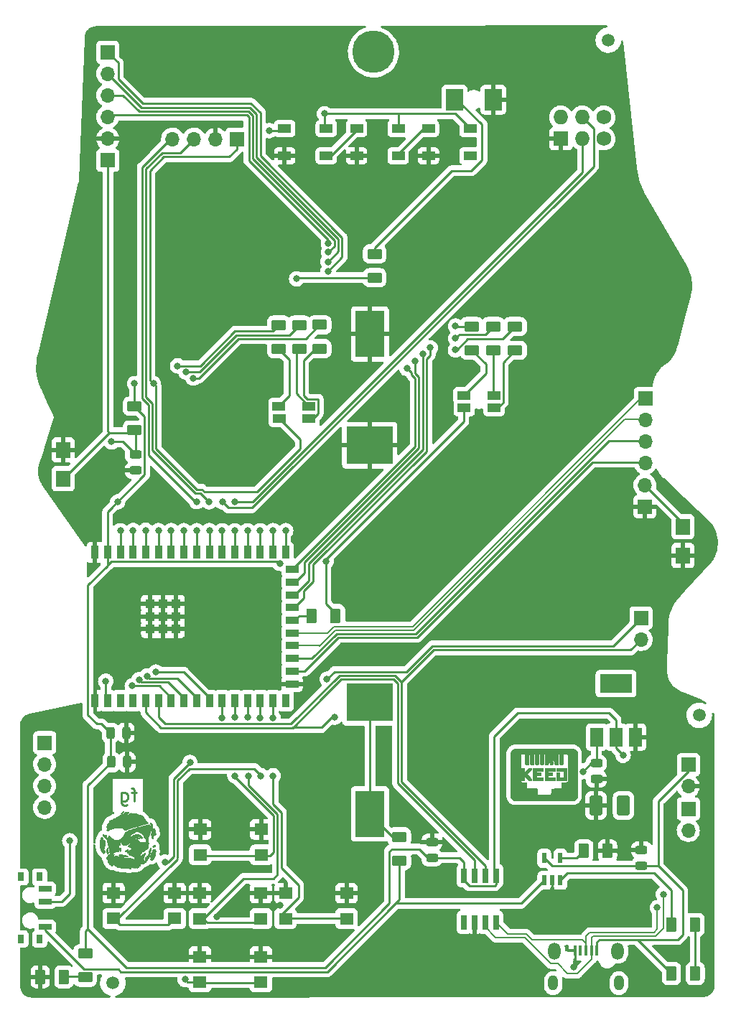
<source format=gbr>
%TF.GenerationSoftware,KiCad,Pcbnew,(6.0.10)*%
%TF.CreationDate,2023-01-31T22:11:21-06:00*%
%TF.ProjectId,CC11_Main,43433131-5f4d-4616-996e-2e6b69636164,1d*%
%TF.SameCoordinates,Original*%
%TF.FileFunction,Copper,L2,Bot*%
%TF.FilePolarity,Positive*%
%FSLAX46Y46*%
G04 Gerber Fmt 4.6, Leading zero omitted, Abs format (unit mm)*
G04 Created by KiCad (PCBNEW (6.0.10)) date 2023-01-31 22:11:21*
%MOMM*%
%LPD*%
G01*
G04 APERTURE LIST*
G04 Aperture macros list*
%AMRoundRect*
0 Rectangle with rounded corners*
0 $1 Rounding radius*
0 $2 $3 $4 $5 $6 $7 $8 $9 X,Y pos of 4 corners*
0 Add a 4 corners polygon primitive as box body*
4,1,4,$2,$3,$4,$5,$6,$7,$8,$9,$2,$3,0*
0 Add four circle primitives for the rounded corners*
1,1,$1+$1,$2,$3*
1,1,$1+$1,$4,$5*
1,1,$1+$1,$6,$7*
1,1,$1+$1,$8,$9*
0 Add four rect primitives between the rounded corners*
20,1,$1+$1,$2,$3,$4,$5,0*
20,1,$1+$1,$4,$5,$6,$7,0*
20,1,$1+$1,$6,$7,$8,$9,0*
20,1,$1+$1,$8,$9,$2,$3,0*%
G04 Aperture macros list end*
%ADD10C,0.250000*%
%TA.AperFunction,NonConductor*%
%ADD11C,0.250000*%
%TD*%
%TA.AperFunction,EtchedComponent*%
%ADD12C,0.010000*%
%TD*%
%TA.AperFunction,SMDPad,CuDef*%
%ADD13R,2.000000X2.500000*%
%TD*%
%TA.AperFunction,ComponentPad*%
%ADD14C,5.000000*%
%TD*%
%TA.AperFunction,SMDPad,CuDef*%
%ADD15R,1.500000X1.000000*%
%TD*%
%TA.AperFunction,ComponentPad*%
%ADD16O,1.727200X1.727200*%
%TD*%
%TA.AperFunction,ComponentPad*%
%ADD17R,1.727200X1.727200*%
%TD*%
%TA.AperFunction,ComponentPad*%
%ADD18C,1.727200*%
%TD*%
%TA.AperFunction,SMDPad,CuDef*%
%ADD19C,1.500000*%
%TD*%
%TA.AperFunction,SMDPad,CuDef*%
%ADD20R,1.500000X2.200000*%
%TD*%
%TA.AperFunction,SMDPad,CuDef*%
%ADD21R,3.800000X2.200000*%
%TD*%
%TA.AperFunction,SMDPad,CuDef*%
%ADD22RoundRect,0.243750X-0.243750X-0.456250X0.243750X-0.456250X0.243750X0.456250X-0.243750X0.456250X0*%
%TD*%
%TA.AperFunction,SMDPad,CuDef*%
%ADD23RoundRect,0.250000X-0.625000X0.375000X-0.625000X-0.375000X0.625000X-0.375000X0.625000X0.375000X0*%
%TD*%
%TA.AperFunction,SMDPad,CuDef*%
%ADD24R,0.800000X1.000000*%
%TD*%
%TA.AperFunction,SMDPad,CuDef*%
%ADD25R,1.500000X0.700000*%
%TD*%
%TA.AperFunction,ComponentPad*%
%ADD26R,1.700000X1.700000*%
%TD*%
%TA.AperFunction,ComponentPad*%
%ADD27O,1.700000X1.700000*%
%TD*%
%TA.AperFunction,SMDPad,CuDef*%
%ADD28RoundRect,0.250001X0.499999X0.924999X-0.499999X0.924999X-0.499999X-0.924999X0.499999X-0.924999X0*%
%TD*%
%TA.AperFunction,SMDPad,CuDef*%
%ADD29RoundRect,0.243750X0.456250X-0.243750X0.456250X0.243750X-0.456250X0.243750X-0.456250X-0.243750X0*%
%TD*%
%TA.AperFunction,SMDPad,CuDef*%
%ADD30R,1.600000X1.400000*%
%TD*%
%TA.AperFunction,SMDPad,CuDef*%
%ADD31RoundRect,0.250000X-0.375000X-0.625000X0.375000X-0.625000X0.375000X0.625000X-0.375000X0.625000X0*%
%TD*%
%TA.AperFunction,SMDPad,CuDef*%
%ADD32RoundRect,0.250000X0.375000X0.625000X-0.375000X0.625000X-0.375000X-0.625000X0.375000X-0.625000X0*%
%TD*%
%TA.AperFunction,SMDPad,CuDef*%
%ADD33R,0.600000X1.200000*%
%TD*%
%TA.AperFunction,SMDPad,CuDef*%
%ADD34R,5.500000X4.500000*%
%TD*%
%TA.AperFunction,SMDPad,CuDef*%
%ADD35R,3.500000X5.500000*%
%TD*%
%TA.AperFunction,SMDPad,CuDef*%
%ADD36RoundRect,0.243750X-0.456250X0.243750X-0.456250X-0.243750X0.456250X-0.243750X0.456250X0.243750X0*%
%TD*%
%TA.AperFunction,SMDPad,CuDef*%
%ADD37R,0.650000X1.750000*%
%TD*%
%TA.AperFunction,SMDPad,CuDef*%
%ADD38R,1.700000X1.948000*%
%TD*%
%TA.AperFunction,SMDPad,CuDef*%
%ADD39R,0.400000X1.300000*%
%TD*%
%TA.AperFunction,ComponentPad*%
%ADD40O,1.450000X2.000000*%
%TD*%
%TA.AperFunction,ComponentPad*%
%ADD41O,1.150000X1.800000*%
%TD*%
%TA.AperFunction,SMDPad,CuDef*%
%ADD42R,0.900000X1.500000*%
%TD*%
%TA.AperFunction,SMDPad,CuDef*%
%ADD43R,1.500000X0.900000*%
%TD*%
%TA.AperFunction,SMDPad,CuDef*%
%ADD44R,1.100000X1.100000*%
%TD*%
%TA.AperFunction,SMDPad,CuDef*%
%ADD45RoundRect,0.250000X0.625000X-0.375000X0.625000X0.375000X-0.625000X0.375000X-0.625000X-0.375000X0*%
%TD*%
%TA.AperFunction,ViaPad*%
%ADD46C,0.800000*%
%TD*%
%TA.AperFunction,Conductor*%
%ADD47C,0.250000*%
%TD*%
%TA.AperFunction,Conductor*%
%ADD48C,0.200000*%
%TD*%
G04 APERTURE END LIST*
D10*
%TO.C,G\u002A\u002A\u002A*%
D11*
X121888620Y-121456868D02*
X121301953Y-121456868D01*
X121668620Y-122483534D02*
X121668620Y-121163534D01*
X121595286Y-121016868D01*
X121448620Y-120943534D01*
X121301953Y-120943534D01*
X120128620Y-121456868D02*
X120128620Y-122703534D01*
X120201953Y-122850201D01*
X120275286Y-122923534D01*
X120421953Y-122996868D01*
X120641953Y-122996868D01*
X120788620Y-122923534D01*
X120128620Y-122410201D02*
X120275286Y-122483534D01*
X120568620Y-122483534D01*
X120715286Y-122410201D01*
X120788620Y-122336868D01*
X120861953Y-122190201D01*
X120861953Y-121750201D01*
X120788620Y-121603534D01*
X120715286Y-121530201D01*
X120568620Y-121456868D01*
X120275286Y-121456868D01*
X120128620Y-121530201D01*
G36*
X166114269Y-116626047D02*
G01*
X166198932Y-116504557D01*
X166312389Y-116409109D01*
X166445970Y-116346757D01*
X166464012Y-116341543D01*
X166495843Y-116338289D01*
X166566111Y-116335374D01*
X166675139Y-116332798D01*
X166823250Y-116330558D01*
X167010766Y-116328654D01*
X167238010Y-116327084D01*
X167505306Y-116325847D01*
X167812976Y-116324940D01*
X168161343Y-116324363D01*
X168550729Y-116324114D01*
X168981457Y-116324192D01*
X169453851Y-116324595D01*
X169968233Y-116325321D01*
X170003682Y-116325381D01*
X173461639Y-116331221D01*
X173587132Y-116395197D01*
X173710244Y-116480432D01*
X173802149Y-116593729D01*
X173861067Y-116732713D01*
X173870871Y-116773288D01*
X173874760Y-116807275D01*
X173878182Y-116870291D01*
X173881144Y-116963522D01*
X173883655Y-117088158D01*
X173885723Y-117245386D01*
X173887354Y-117436393D01*
X173888556Y-117662368D01*
X173889338Y-117924498D01*
X173889707Y-118223971D01*
X173889671Y-118561975D01*
X173889237Y-118939699D01*
X173888413Y-119358328D01*
X173888203Y-119446884D01*
X173881960Y-122006918D01*
X173817856Y-122132403D01*
X173734981Y-122249931D01*
X173621161Y-122338602D01*
X173476360Y-122398442D01*
X173413568Y-122413554D01*
X173378980Y-122416258D01*
X173304851Y-122418793D01*
X173193975Y-122421157D01*
X173049143Y-122423350D01*
X172873149Y-122425370D01*
X172668784Y-122427215D01*
X172438842Y-122428886D01*
X172186115Y-122430382D01*
X171913396Y-122431700D01*
X171623477Y-122432840D01*
X171319150Y-122433801D01*
X171003209Y-122434582D01*
X170678446Y-122435182D01*
X170347654Y-122435600D01*
X170013624Y-122435835D01*
X169679151Y-122435886D01*
X169347025Y-122435751D01*
X169020041Y-122435430D01*
X168700989Y-122434922D01*
X168392664Y-122434225D01*
X168097857Y-122433339D01*
X167819362Y-122432262D01*
X167559970Y-122430994D01*
X167322475Y-122429533D01*
X167109668Y-122427879D01*
X166924343Y-122426030D01*
X166769292Y-122423986D01*
X166647308Y-122421744D01*
X166561183Y-122419305D01*
X166513709Y-122416667D01*
X166509189Y-122416129D01*
X166371925Y-122379478D01*
X166260071Y-122311401D01*
X166169092Y-122208552D01*
X166124376Y-122132187D01*
X166050293Y-121986957D01*
X166050293Y-118584122D01*
X167161543Y-118584122D01*
X167161576Y-118878897D01*
X167161726Y-119134272D01*
X167162064Y-119353182D01*
X167162666Y-119538562D01*
X167163604Y-119693346D01*
X167164953Y-119820467D01*
X167166785Y-119922860D01*
X167169174Y-120003460D01*
X167172194Y-120065200D01*
X167175919Y-120111015D01*
X167180421Y-120143838D01*
X167185775Y-120166605D01*
X167192054Y-120182250D01*
X167199331Y-120193705D01*
X167201979Y-120197085D01*
X167219583Y-120216358D01*
X167240901Y-120230132D01*
X167273074Y-120239545D01*
X167323245Y-120245733D01*
X167398553Y-120249837D01*
X167506142Y-120252993D01*
X167560803Y-120254267D01*
X167879192Y-120261480D01*
X167893597Y-120357541D01*
X167899148Y-120425702D01*
X167900624Y-120517865D01*
X167897806Y-120615873D01*
X167896924Y-120631180D01*
X167893785Y-120767735D01*
X167902702Y-120874578D01*
X167923083Y-120947715D01*
X167948470Y-120980077D01*
X167976530Y-120984905D01*
X168040938Y-120989260D01*
X168135711Y-120992950D01*
X168254864Y-120995787D01*
X168392416Y-120997582D01*
X168519770Y-120998147D01*
X168668298Y-120998641D01*
X168803545Y-120999863D01*
X168919523Y-121001697D01*
X169010246Y-121004026D01*
X169069726Y-121006734D01*
X169091270Y-121009254D01*
X169103260Y-121023433D01*
X169110788Y-121058880D01*
X169114303Y-121121456D01*
X169114255Y-121217018D01*
X169112776Y-121289712D01*
X169111936Y-121444140D01*
X169118174Y-121559004D01*
X169131622Y-121636502D01*
X169133943Y-121644055D01*
X169153276Y-121694668D01*
X169177198Y-121721270D01*
X169219671Y-121733839D01*
X169267626Y-121739601D01*
X169309769Y-121741731D01*
X169387584Y-121743570D01*
X169494410Y-121745107D01*
X169623587Y-121746329D01*
X169768454Y-121747226D01*
X169922351Y-121747785D01*
X170078618Y-121747994D01*
X170230594Y-121747841D01*
X170371618Y-121747315D01*
X170495029Y-121746403D01*
X170594169Y-121745093D01*
X170662375Y-121743375D01*
X170685793Y-121742133D01*
X170723175Y-121737128D01*
X170750693Y-121725234D01*
X170770113Y-121700559D01*
X170783201Y-121657213D01*
X170791723Y-121589304D01*
X170797446Y-121490942D01*
X170802136Y-121356235D01*
X170802210Y-121353835D01*
X170812793Y-121009055D01*
X171398441Y-120998471D01*
X171551884Y-120995184D01*
X171691384Y-120991213D01*
X171811370Y-120986796D01*
X171906268Y-120982169D01*
X171970508Y-120977571D01*
X171998516Y-120973239D01*
X171999088Y-120972852D01*
X172017445Y-120932846D01*
X172030688Y-120860802D01*
X172037787Y-120766817D01*
X172037712Y-120660990D01*
X172035399Y-120616971D01*
X172031749Y-120522092D01*
X172032873Y-120429288D01*
X172038523Y-120358434D01*
X172038639Y-120357652D01*
X172053061Y-120261480D01*
X172371449Y-120254267D01*
X172494218Y-120251171D01*
X172581801Y-120247590D01*
X172641338Y-120242387D01*
X172679973Y-120234424D01*
X172704847Y-120222562D01*
X172723100Y-120205664D01*
X172730274Y-120197085D01*
X172737860Y-120186434D01*
X172744432Y-120172597D01*
X172750060Y-120152658D01*
X172754817Y-120123698D01*
X172758773Y-120082800D01*
X172761999Y-120027046D01*
X172764567Y-119953519D01*
X172766548Y-119859301D01*
X172768013Y-119741474D01*
X172769032Y-119597121D01*
X172769679Y-119423324D01*
X172770022Y-119217166D01*
X172770135Y-118975728D01*
X172770087Y-118696094D01*
X172770036Y-118567251D01*
X172769918Y-118267253D01*
X172769722Y-118006711D01*
X172769281Y-117782751D01*
X172768424Y-117592495D01*
X172766982Y-117433068D01*
X172764785Y-117301593D01*
X172761664Y-117195195D01*
X172757450Y-117110997D01*
X172751973Y-117046122D01*
X172745064Y-116997696D01*
X172736554Y-116962842D01*
X172726272Y-116938683D01*
X172714049Y-116922343D01*
X172699717Y-116910947D01*
X172683105Y-116901617D01*
X172671559Y-116895595D01*
X172624512Y-116882752D01*
X172548761Y-116874523D01*
X172457719Y-116871270D01*
X172364802Y-116873350D01*
X172283422Y-116881123D01*
X172263059Y-116884660D01*
X172194618Y-116898348D01*
X172199685Y-117429701D01*
X172201430Y-117611221D01*
X172202578Y-117755204D01*
X172202770Y-117866449D01*
X172201646Y-117949751D01*
X172198850Y-118009907D01*
X172194021Y-118051713D01*
X172186803Y-118079967D01*
X172176836Y-118099466D01*
X172163763Y-118115005D01*
X172147255Y-118131350D01*
X172098363Y-118167269D01*
X172036576Y-118181907D01*
X171997697Y-118183305D01*
X171926716Y-118180338D01*
X171870799Y-118168536D01*
X171828384Y-118143548D01*
X171797913Y-118101021D01*
X171777825Y-118036602D01*
X171766561Y-117945940D01*
X171762562Y-117824683D01*
X171764266Y-117668478D01*
X171767829Y-117541913D01*
X171771463Y-117401251D01*
X171773302Y-117268660D01*
X171773357Y-117152247D01*
X171771638Y-117060122D01*
X171768154Y-117000392D01*
X171767147Y-116992372D01*
X171755886Y-116931797D01*
X171740361Y-116902295D01*
X171712059Y-116892819D01*
X171689913Y-116892138D01*
X171627710Y-116892138D01*
X171627710Y-117464689D01*
X171627370Y-117657872D01*
X171625487Y-117812915D01*
X171620759Y-117934010D01*
X171611886Y-118025350D01*
X171597569Y-118091127D01*
X171576509Y-118135533D01*
X171547405Y-118162761D01*
X171508957Y-118177004D01*
X171459865Y-118182453D01*
X171404909Y-118183305D01*
X171321202Y-118172060D01*
X171255198Y-118133967D01*
X171253181Y-118132249D01*
X171193793Y-118081193D01*
X171187558Y-117486666D01*
X171181323Y-116892138D01*
X171058096Y-116892138D01*
X171051861Y-117483134D01*
X171045626Y-118074131D01*
X170994312Y-118128718D01*
X170953397Y-118163198D01*
X170904926Y-118179176D01*
X170835562Y-118182631D01*
X170775270Y-118180860D01*
X170726899Y-118173579D01*
X170689137Y-118156586D01*
X170660673Y-118125677D01*
X170640196Y-118076648D01*
X170626395Y-118005296D01*
X170617957Y-117907418D01*
X170613573Y-117778810D01*
X170611931Y-117615269D01*
X170611710Y-117465029D01*
X170611710Y-116892138D01*
X170456842Y-116892138D01*
X170469785Y-117445522D01*
X170473737Y-117641736D01*
X170474610Y-117799770D01*
X170471132Y-117923736D01*
X170462031Y-118017750D01*
X170446036Y-118085924D01*
X170421876Y-118132374D01*
X170388277Y-118161213D01*
X170343969Y-118176555D01*
X170287680Y-118182513D01*
X170241722Y-118183305D01*
X170167338Y-118176399D01*
X170114741Y-118151302D01*
X170092164Y-118131350D01*
X170075693Y-118114909D01*
X170062645Y-118099015D01*
X170052670Y-118078918D01*
X170045423Y-118049868D01*
X170040554Y-118007115D01*
X170037715Y-117945910D01*
X170036560Y-117861501D01*
X170036739Y-117749140D01*
X170037904Y-117604076D01*
X170039709Y-117421559D01*
X170039764Y-117416013D01*
X170044941Y-116892138D01*
X169887359Y-116892138D01*
X169892472Y-117426596D01*
X169894229Y-117608602D01*
X169895390Y-117753058D01*
X169895599Y-117864747D01*
X169894501Y-117948453D01*
X169891741Y-118008958D01*
X169886964Y-118051045D01*
X169879812Y-118079497D01*
X169869932Y-118099098D01*
X169856968Y-118114630D01*
X169840563Y-118130876D01*
X169840088Y-118131350D01*
X169791196Y-118167269D01*
X169729410Y-118181907D01*
X169690530Y-118183305D01*
X169625096Y-118181344D01*
X169572555Y-118172723D01*
X169531637Y-118153333D01*
X169501071Y-118119063D01*
X169479587Y-118065805D01*
X169465913Y-117989450D01*
X169458780Y-117885888D01*
X169456916Y-117751009D01*
X169459051Y-117580705D01*
X169462091Y-117444539D01*
X169475479Y-116892138D01*
X169320543Y-116892138D01*
X169320543Y-117465029D01*
X169320206Y-117645779D01*
X169318798Y-117789154D01*
X169315726Y-117900112D01*
X169310395Y-117983609D01*
X169302212Y-118044600D01*
X169290582Y-118088044D01*
X169274912Y-118118895D01*
X169254607Y-118142112D01*
X169237710Y-118156173D01*
X169196976Y-118171919D01*
X169133602Y-118181433D01*
X169104765Y-118182631D01*
X169025044Y-118175212D01*
X168965284Y-118147420D01*
X168946015Y-118132249D01*
X168886626Y-118081193D01*
X168880391Y-117486666D01*
X168874157Y-116892138D01*
X168750929Y-116892138D01*
X168744694Y-117486666D01*
X168738460Y-118081193D01*
X168679071Y-118132249D01*
X168613310Y-118171300D01*
X168530462Y-118183294D01*
X168527344Y-118183305D01*
X168467449Y-118182211D01*
X168419379Y-118176135D01*
X168381834Y-118160885D01*
X168353515Y-118132268D01*
X168333122Y-118086092D01*
X168319354Y-118018163D01*
X168310912Y-117924291D01*
X168306496Y-117800282D01*
X168304807Y-117641944D01*
X168304543Y-117464689D01*
X168304543Y-116892138D01*
X168242340Y-116892138D01*
X168204264Y-116895632D01*
X168183275Y-116913469D01*
X168170890Y-116956681D01*
X168165064Y-116992653D01*
X168161163Y-117044194D01*
X168158994Y-117129928D01*
X168158571Y-117241750D01*
X168159911Y-117371554D01*
X168163029Y-117511235D01*
X168163976Y-117543164D01*
X168168496Y-117725027D01*
X168168440Y-117869025D01*
X168162247Y-117979519D01*
X168148352Y-118060870D01*
X168125194Y-118117438D01*
X168091210Y-118153585D01*
X168044835Y-118173672D01*
X167984509Y-118182059D01*
X167934556Y-118183305D01*
X167860171Y-118176399D01*
X167807574Y-118151302D01*
X167784997Y-118131350D01*
X167768113Y-118114462D01*
X167754780Y-118098148D01*
X167744636Y-118077589D01*
X167737321Y-118047964D01*
X167732472Y-118004454D01*
X167729727Y-117942241D01*
X167728725Y-117856505D01*
X167729104Y-117742427D01*
X167730503Y-117595186D01*
X167732340Y-117429760D01*
X167738226Y-116898466D01*
X167669488Y-116884719D01*
X167587454Y-116874590D01*
X167489223Y-116871399D01*
X167390920Y-116874801D01*
X167308669Y-116884450D01*
X167273452Y-116893191D01*
X167220019Y-116925569D01*
X167185627Y-116968271D01*
X167180622Y-116993447D01*
X167176260Y-117046654D01*
X167172515Y-117129529D01*
X167169365Y-117243709D01*
X167166783Y-117390832D01*
X167164746Y-117572535D01*
X167163230Y-117790456D01*
X167162209Y-118046232D01*
X167161660Y-118341501D01*
X167161543Y-118584122D01*
X166050293Y-118584122D01*
X166050293Y-116751539D01*
X166114269Y-116626047D01*
G37*
D12*
X166114269Y-116626047D02*
X166198932Y-116504557D01*
X166312389Y-116409109D01*
X166445970Y-116346757D01*
X166464012Y-116341543D01*
X166495843Y-116338289D01*
X166566111Y-116335374D01*
X166675139Y-116332798D01*
X166823250Y-116330558D01*
X167010766Y-116328654D01*
X167238010Y-116327084D01*
X167505306Y-116325847D01*
X167812976Y-116324940D01*
X168161343Y-116324363D01*
X168550729Y-116324114D01*
X168981457Y-116324192D01*
X169453851Y-116324595D01*
X169968233Y-116325321D01*
X170003682Y-116325381D01*
X173461639Y-116331221D01*
X173587132Y-116395197D01*
X173710244Y-116480432D01*
X173802149Y-116593729D01*
X173861067Y-116732713D01*
X173870871Y-116773288D01*
X173874760Y-116807275D01*
X173878182Y-116870291D01*
X173881144Y-116963522D01*
X173883655Y-117088158D01*
X173885723Y-117245386D01*
X173887354Y-117436393D01*
X173888556Y-117662368D01*
X173889338Y-117924498D01*
X173889707Y-118223971D01*
X173889671Y-118561975D01*
X173889237Y-118939699D01*
X173888413Y-119358328D01*
X173888203Y-119446884D01*
X173881960Y-122006918D01*
X173817856Y-122132403D01*
X173734981Y-122249931D01*
X173621161Y-122338602D01*
X173476360Y-122398442D01*
X173413568Y-122413554D01*
X173378980Y-122416258D01*
X173304851Y-122418793D01*
X173193975Y-122421157D01*
X173049143Y-122423350D01*
X172873149Y-122425370D01*
X172668784Y-122427215D01*
X172438842Y-122428886D01*
X172186115Y-122430382D01*
X171913396Y-122431700D01*
X171623477Y-122432840D01*
X171319150Y-122433801D01*
X171003209Y-122434582D01*
X170678446Y-122435182D01*
X170347654Y-122435600D01*
X170013624Y-122435835D01*
X169679151Y-122435886D01*
X169347025Y-122435751D01*
X169020041Y-122435430D01*
X168700989Y-122434922D01*
X168392664Y-122434225D01*
X168097857Y-122433339D01*
X167819362Y-122432262D01*
X167559970Y-122430994D01*
X167322475Y-122429533D01*
X167109668Y-122427879D01*
X166924343Y-122426030D01*
X166769292Y-122423986D01*
X166647308Y-122421744D01*
X166561183Y-122419305D01*
X166513709Y-122416667D01*
X166509189Y-122416129D01*
X166371925Y-122379478D01*
X166260071Y-122311401D01*
X166169092Y-122208552D01*
X166124376Y-122132187D01*
X166050293Y-121986957D01*
X166050293Y-118584122D01*
X167161543Y-118584122D01*
X167161576Y-118878897D01*
X167161726Y-119134272D01*
X167162064Y-119353182D01*
X167162666Y-119538562D01*
X167163604Y-119693346D01*
X167164953Y-119820467D01*
X167166785Y-119922860D01*
X167169174Y-120003460D01*
X167172194Y-120065200D01*
X167175919Y-120111015D01*
X167180421Y-120143838D01*
X167185775Y-120166605D01*
X167192054Y-120182250D01*
X167199331Y-120193705D01*
X167201979Y-120197085D01*
X167219583Y-120216358D01*
X167240901Y-120230132D01*
X167273074Y-120239545D01*
X167323245Y-120245733D01*
X167398553Y-120249837D01*
X167506142Y-120252993D01*
X167560803Y-120254267D01*
X167879192Y-120261480D01*
X167893597Y-120357541D01*
X167899148Y-120425702D01*
X167900624Y-120517865D01*
X167897806Y-120615873D01*
X167896924Y-120631180D01*
X167893785Y-120767735D01*
X167902702Y-120874578D01*
X167923083Y-120947715D01*
X167948470Y-120980077D01*
X167976530Y-120984905D01*
X168040938Y-120989260D01*
X168135711Y-120992950D01*
X168254864Y-120995787D01*
X168392416Y-120997582D01*
X168519770Y-120998147D01*
X168668298Y-120998641D01*
X168803545Y-120999863D01*
X168919523Y-121001697D01*
X169010246Y-121004026D01*
X169069726Y-121006734D01*
X169091270Y-121009254D01*
X169103260Y-121023433D01*
X169110788Y-121058880D01*
X169114303Y-121121456D01*
X169114255Y-121217018D01*
X169112776Y-121289712D01*
X169111936Y-121444140D01*
X169118174Y-121559004D01*
X169131622Y-121636502D01*
X169133943Y-121644055D01*
X169153276Y-121694668D01*
X169177198Y-121721270D01*
X169219671Y-121733839D01*
X169267626Y-121739601D01*
X169309769Y-121741731D01*
X169387584Y-121743570D01*
X169494410Y-121745107D01*
X169623587Y-121746329D01*
X169768454Y-121747226D01*
X169922351Y-121747785D01*
X170078618Y-121747994D01*
X170230594Y-121747841D01*
X170371618Y-121747315D01*
X170495029Y-121746403D01*
X170594169Y-121745093D01*
X170662375Y-121743375D01*
X170685793Y-121742133D01*
X170723175Y-121737128D01*
X170750693Y-121725234D01*
X170770113Y-121700559D01*
X170783201Y-121657213D01*
X170791723Y-121589304D01*
X170797446Y-121490942D01*
X170802136Y-121356235D01*
X170802210Y-121353835D01*
X170812793Y-121009055D01*
X171398441Y-120998471D01*
X171551884Y-120995184D01*
X171691384Y-120991213D01*
X171811370Y-120986796D01*
X171906268Y-120982169D01*
X171970508Y-120977571D01*
X171998516Y-120973239D01*
X171999088Y-120972852D01*
X172017445Y-120932846D01*
X172030688Y-120860802D01*
X172037787Y-120766817D01*
X172037712Y-120660990D01*
X172035399Y-120616971D01*
X172031749Y-120522092D01*
X172032873Y-120429288D01*
X172038523Y-120358434D01*
X172038639Y-120357652D01*
X172053061Y-120261480D01*
X172371449Y-120254267D01*
X172494218Y-120251171D01*
X172581801Y-120247590D01*
X172641338Y-120242387D01*
X172679973Y-120234424D01*
X172704847Y-120222562D01*
X172723100Y-120205664D01*
X172730274Y-120197085D01*
X172737860Y-120186434D01*
X172744432Y-120172597D01*
X172750060Y-120152658D01*
X172754817Y-120123698D01*
X172758773Y-120082800D01*
X172761999Y-120027046D01*
X172764567Y-119953519D01*
X172766548Y-119859301D01*
X172768013Y-119741474D01*
X172769032Y-119597121D01*
X172769679Y-119423324D01*
X172770022Y-119217166D01*
X172770135Y-118975728D01*
X172770087Y-118696094D01*
X172770036Y-118567251D01*
X172769918Y-118267253D01*
X172769722Y-118006711D01*
X172769281Y-117782751D01*
X172768424Y-117592495D01*
X172766982Y-117433068D01*
X172764785Y-117301593D01*
X172761664Y-117195195D01*
X172757450Y-117110997D01*
X172751973Y-117046122D01*
X172745064Y-116997696D01*
X172736554Y-116962842D01*
X172726272Y-116938683D01*
X172714049Y-116922343D01*
X172699717Y-116910947D01*
X172683105Y-116901617D01*
X172671559Y-116895595D01*
X172624512Y-116882752D01*
X172548761Y-116874523D01*
X172457719Y-116871270D01*
X172364802Y-116873350D01*
X172283422Y-116881123D01*
X172263059Y-116884660D01*
X172194618Y-116898348D01*
X172199685Y-117429701D01*
X172201430Y-117611221D01*
X172202578Y-117755204D01*
X172202770Y-117866449D01*
X172201646Y-117949751D01*
X172198850Y-118009907D01*
X172194021Y-118051713D01*
X172186803Y-118079967D01*
X172176836Y-118099466D01*
X172163763Y-118115005D01*
X172147255Y-118131350D01*
X172098363Y-118167269D01*
X172036576Y-118181907D01*
X171997697Y-118183305D01*
X171926716Y-118180338D01*
X171870799Y-118168536D01*
X171828384Y-118143548D01*
X171797913Y-118101021D01*
X171777825Y-118036602D01*
X171766561Y-117945940D01*
X171762562Y-117824683D01*
X171764266Y-117668478D01*
X171767829Y-117541913D01*
X171771463Y-117401251D01*
X171773302Y-117268660D01*
X171773357Y-117152247D01*
X171771638Y-117060122D01*
X171768154Y-117000392D01*
X171767147Y-116992372D01*
X171755886Y-116931797D01*
X171740361Y-116902295D01*
X171712059Y-116892819D01*
X171689913Y-116892138D01*
X171627710Y-116892138D01*
X171627710Y-117464689D01*
X171627370Y-117657872D01*
X171625487Y-117812915D01*
X171620759Y-117934010D01*
X171611886Y-118025350D01*
X171597569Y-118091127D01*
X171576509Y-118135533D01*
X171547405Y-118162761D01*
X171508957Y-118177004D01*
X171459865Y-118182453D01*
X171404909Y-118183305D01*
X171321202Y-118172060D01*
X171255198Y-118133967D01*
X171253181Y-118132249D01*
X171193793Y-118081193D01*
X171187558Y-117486666D01*
X171181323Y-116892138D01*
X171058096Y-116892138D01*
X171051861Y-117483134D01*
X171045626Y-118074131D01*
X170994312Y-118128718D01*
X170953397Y-118163198D01*
X170904926Y-118179176D01*
X170835562Y-118182631D01*
X170775270Y-118180860D01*
X170726899Y-118173579D01*
X170689137Y-118156586D01*
X170660673Y-118125677D01*
X170640196Y-118076648D01*
X170626395Y-118005296D01*
X170617957Y-117907418D01*
X170613573Y-117778810D01*
X170611931Y-117615269D01*
X170611710Y-117465029D01*
X170611710Y-116892138D01*
X170456842Y-116892138D01*
X170469785Y-117445522D01*
X170473737Y-117641736D01*
X170474610Y-117799770D01*
X170471132Y-117923736D01*
X170462031Y-118017750D01*
X170446036Y-118085924D01*
X170421876Y-118132374D01*
X170388277Y-118161213D01*
X170343969Y-118176555D01*
X170287680Y-118182513D01*
X170241722Y-118183305D01*
X170167338Y-118176399D01*
X170114741Y-118151302D01*
X170092164Y-118131350D01*
X170075693Y-118114909D01*
X170062645Y-118099015D01*
X170052670Y-118078918D01*
X170045423Y-118049868D01*
X170040554Y-118007115D01*
X170037715Y-117945910D01*
X170036560Y-117861501D01*
X170036739Y-117749140D01*
X170037904Y-117604076D01*
X170039709Y-117421559D01*
X170039764Y-117416013D01*
X170044941Y-116892138D01*
X169887359Y-116892138D01*
X169892472Y-117426596D01*
X169894229Y-117608602D01*
X169895390Y-117753058D01*
X169895599Y-117864747D01*
X169894501Y-117948453D01*
X169891741Y-118008958D01*
X169886964Y-118051045D01*
X169879812Y-118079497D01*
X169869932Y-118099098D01*
X169856968Y-118114630D01*
X169840563Y-118130876D01*
X169840088Y-118131350D01*
X169791196Y-118167269D01*
X169729410Y-118181907D01*
X169690530Y-118183305D01*
X169625096Y-118181344D01*
X169572555Y-118172723D01*
X169531637Y-118153333D01*
X169501071Y-118119063D01*
X169479587Y-118065805D01*
X169465913Y-117989450D01*
X169458780Y-117885888D01*
X169456916Y-117751009D01*
X169459051Y-117580705D01*
X169462091Y-117444539D01*
X169475479Y-116892138D01*
X169320543Y-116892138D01*
X169320543Y-117465029D01*
X169320206Y-117645779D01*
X169318798Y-117789154D01*
X169315726Y-117900112D01*
X169310395Y-117983609D01*
X169302212Y-118044600D01*
X169290582Y-118088044D01*
X169274912Y-118118895D01*
X169254607Y-118142112D01*
X169237710Y-118156173D01*
X169196976Y-118171919D01*
X169133602Y-118181433D01*
X169104765Y-118182631D01*
X169025044Y-118175212D01*
X168965284Y-118147420D01*
X168946015Y-118132249D01*
X168886626Y-118081193D01*
X168880391Y-117486666D01*
X168874157Y-116892138D01*
X168750929Y-116892138D01*
X168744694Y-117486666D01*
X168738460Y-118081193D01*
X168679071Y-118132249D01*
X168613310Y-118171300D01*
X168530462Y-118183294D01*
X168527344Y-118183305D01*
X168467449Y-118182211D01*
X168419379Y-118176135D01*
X168381834Y-118160885D01*
X168353515Y-118132268D01*
X168333122Y-118086092D01*
X168319354Y-118018163D01*
X168310912Y-117924291D01*
X168306496Y-117800282D01*
X168304807Y-117641944D01*
X168304543Y-117464689D01*
X168304543Y-116892138D01*
X168242340Y-116892138D01*
X168204264Y-116895632D01*
X168183275Y-116913469D01*
X168170890Y-116956681D01*
X168165064Y-116992653D01*
X168161163Y-117044194D01*
X168158994Y-117129928D01*
X168158571Y-117241750D01*
X168159911Y-117371554D01*
X168163029Y-117511235D01*
X168163976Y-117543164D01*
X168168496Y-117725027D01*
X168168440Y-117869025D01*
X168162247Y-117979519D01*
X168148352Y-118060870D01*
X168125194Y-118117438D01*
X168091210Y-118153585D01*
X168044835Y-118173672D01*
X167984509Y-118182059D01*
X167934556Y-118183305D01*
X167860171Y-118176399D01*
X167807574Y-118151302D01*
X167784997Y-118131350D01*
X167768113Y-118114462D01*
X167754780Y-118098148D01*
X167744636Y-118077589D01*
X167737321Y-118047964D01*
X167732472Y-118004454D01*
X167729727Y-117942241D01*
X167728725Y-117856505D01*
X167729104Y-117742427D01*
X167730503Y-117595186D01*
X167732340Y-117429760D01*
X167738226Y-116898466D01*
X167669488Y-116884719D01*
X167587454Y-116874590D01*
X167489223Y-116871399D01*
X167390920Y-116874801D01*
X167308669Y-116884450D01*
X167273452Y-116893191D01*
X167220019Y-116925569D01*
X167185627Y-116968271D01*
X167180622Y-116993447D01*
X167176260Y-117046654D01*
X167172515Y-117129529D01*
X167169365Y-117243709D01*
X167166783Y-117390832D01*
X167164746Y-117572535D01*
X167163230Y-117790456D01*
X167162209Y-118046232D01*
X167161660Y-118341501D01*
X167161543Y-118584122D01*
X166050293Y-118584122D01*
X166050293Y-116751539D01*
X166114269Y-116626047D01*
G36*
X172601376Y-120045971D02*
G01*
X171416043Y-120045971D01*
X171416043Y-119135805D01*
X171775876Y-119135805D01*
X171775876Y-119686138D01*
X172262710Y-119686138D01*
X172262710Y-118924138D01*
X171416043Y-118924138D01*
X171416043Y-118564305D01*
X172601376Y-118564305D01*
X172601376Y-120045971D01*
G37*
X172601376Y-120045971D02*
X171416043Y-120045971D01*
X171416043Y-119135805D01*
X171775876Y-119135805D01*
X171775876Y-119686138D01*
X172262710Y-119686138D01*
X172262710Y-118924138D01*
X171416043Y-118924138D01*
X171416043Y-118564305D01*
X172601376Y-118564305D01*
X172601376Y-120045971D01*
G36*
X169849710Y-118924138D02*
G01*
X169024210Y-118924138D01*
X169024210Y-119135805D01*
X169574543Y-119135805D01*
X169574543Y-119474471D01*
X169024210Y-119474471D01*
X169024210Y-119686138D01*
X169849710Y-119686138D01*
X169849710Y-120045971D01*
X168664376Y-120045971D01*
X168664376Y-118564305D01*
X169849710Y-118564305D01*
X169849710Y-118924138D01*
G37*
X169849710Y-118924138D02*
X169024210Y-118924138D01*
X169024210Y-119135805D01*
X169574543Y-119135805D01*
X169574543Y-119474471D01*
X169024210Y-119474471D01*
X169024210Y-119686138D01*
X169849710Y-119686138D01*
X169849710Y-120045971D01*
X168664376Y-120045971D01*
X168664376Y-118564305D01*
X169849710Y-118564305D01*
X169849710Y-118924138D01*
G36*
X167627210Y-119061059D02*
G01*
X168125262Y-118564305D01*
X168473876Y-118564305D01*
X168473876Y-118785943D01*
X168214902Y-119045541D01*
X167955928Y-119305138D01*
X168473876Y-119824332D01*
X168473876Y-120045971D01*
X168146404Y-120045971D01*
X167627210Y-119528023D01*
X167627210Y-120045971D01*
X167288543Y-120045971D01*
X167288543Y-118564305D01*
X167627210Y-118564305D01*
X167627210Y-119061059D01*
G37*
X167627210Y-119061059D02*
X168125262Y-118564305D01*
X168473876Y-118564305D01*
X168473876Y-118785943D01*
X168214902Y-119045541D01*
X167955928Y-119305138D01*
X168473876Y-119824332D01*
X168473876Y-120045971D01*
X168146404Y-120045971D01*
X167627210Y-119528023D01*
X167627210Y-120045971D01*
X167288543Y-120045971D01*
X167288543Y-118564305D01*
X167627210Y-118564305D01*
X167627210Y-119061059D01*
G36*
X171236126Y-118913555D02*
G01*
X170818085Y-118919294D01*
X170400043Y-118925033D01*
X170400043Y-119135805D01*
X170950376Y-119135805D01*
X170950376Y-119474471D01*
X170400043Y-119474471D01*
X170400043Y-119685243D01*
X170818085Y-119690982D01*
X171236126Y-119696721D01*
X171236126Y-120035388D01*
X170040210Y-120046630D01*
X170040210Y-118564305D01*
X171248422Y-118564305D01*
X171236126Y-118913555D01*
G37*
X171236126Y-118913555D02*
X170818085Y-118919294D01*
X170400043Y-118925033D01*
X170400043Y-119135805D01*
X170950376Y-119135805D01*
X170950376Y-119474471D01*
X170400043Y-119474471D01*
X170400043Y-119685243D01*
X170818085Y-119690982D01*
X171236126Y-119696721D01*
X171236126Y-120035388D01*
X170040210Y-120046630D01*
X170040210Y-118564305D01*
X171248422Y-118564305D01*
X171236126Y-118913555D01*
G36*
X124093523Y-128195571D02*
G01*
X124118694Y-128218587D01*
X124133676Y-128256236D01*
X124142774Y-128316549D01*
X124144959Y-128393205D01*
X124140755Y-128482156D01*
X124130691Y-128579351D01*
X124115293Y-128680740D01*
X124095089Y-128782273D01*
X124070604Y-128879899D01*
X124042366Y-128969568D01*
X124010902Y-129047231D01*
X123994277Y-129080871D01*
X123949954Y-129158481D01*
X123899071Y-129234765D01*
X123845081Y-129305382D01*
X123791434Y-129365987D01*
X123741580Y-129412240D01*
X123698970Y-129439796D01*
X123698419Y-129440040D01*
X123666954Y-129451944D01*
X123644365Y-129457170D01*
X123633312Y-129456352D01*
X123593868Y-129440824D01*
X123552139Y-129410456D01*
X123514472Y-129371478D01*
X123487216Y-129330123D01*
X123476720Y-129292620D01*
X123477627Y-129279478D01*
X123488943Y-129249643D01*
X123515688Y-129222313D01*
X123560990Y-129194838D01*
X123627975Y-129164573D01*
X123687080Y-129139223D01*
X123786205Y-129090442D01*
X123863333Y-129042117D01*
X123920609Y-128992556D01*
X123960173Y-128940064D01*
X123984170Y-128882946D01*
X123986607Y-128871259D01*
X123991603Y-128831729D01*
X123996730Y-128773493D01*
X124001668Y-128700953D01*
X124006099Y-128618510D01*
X124009703Y-128530568D01*
X124011585Y-128479631D01*
X124015125Y-128398074D01*
X124018883Y-128326460D01*
X124022626Y-128268651D01*
X124026119Y-128228508D01*
X124029129Y-128209893D01*
X124038426Y-128196924D01*
X124063831Y-128188065D01*
X124093523Y-128195571D01*
G37*
X124093523Y-128195571D02*
X124118694Y-128218587D01*
X124133676Y-128256236D01*
X124142774Y-128316549D01*
X124144959Y-128393205D01*
X124140755Y-128482156D01*
X124130691Y-128579351D01*
X124115293Y-128680740D01*
X124095089Y-128782273D01*
X124070604Y-128879899D01*
X124042366Y-128969568D01*
X124010902Y-129047231D01*
X123994277Y-129080871D01*
X123949954Y-129158481D01*
X123899071Y-129234765D01*
X123845081Y-129305382D01*
X123791434Y-129365987D01*
X123741580Y-129412240D01*
X123698970Y-129439796D01*
X123698419Y-129440040D01*
X123666954Y-129451944D01*
X123644365Y-129457170D01*
X123633312Y-129456352D01*
X123593868Y-129440824D01*
X123552139Y-129410456D01*
X123514472Y-129371478D01*
X123487216Y-129330123D01*
X123476720Y-129292620D01*
X123477627Y-129279478D01*
X123488943Y-129249643D01*
X123515688Y-129222313D01*
X123560990Y-129194838D01*
X123627975Y-129164573D01*
X123687080Y-129139223D01*
X123786205Y-129090442D01*
X123863333Y-129042117D01*
X123920609Y-128992556D01*
X123960173Y-128940064D01*
X123984170Y-128882946D01*
X123986607Y-128871259D01*
X123991603Y-128831729D01*
X123996730Y-128773493D01*
X124001668Y-128700953D01*
X124006099Y-128618510D01*
X124009703Y-128530568D01*
X124011585Y-128479631D01*
X124015125Y-128398074D01*
X124018883Y-128326460D01*
X124022626Y-128268651D01*
X124026119Y-128228508D01*
X124029129Y-128209893D01*
X124038426Y-128196924D01*
X124063831Y-128188065D01*
X124093523Y-128195571D01*
G36*
X123910877Y-128174973D02*
G01*
X123915535Y-128181378D01*
X123934464Y-128224146D01*
X123949615Y-128285954D01*
X123960420Y-128361753D01*
X123966314Y-128446493D01*
X123966730Y-128535123D01*
X123961101Y-128622594D01*
X123956985Y-128658422D01*
X123946138Y-128722628D01*
X123930596Y-128776026D01*
X123907775Y-128828607D01*
X123892666Y-128856231D01*
X123849096Y-128918531D01*
X123796525Y-128977418D01*
X123741270Y-129026238D01*
X123689647Y-129058341D01*
X123680534Y-129062011D01*
X123635183Y-129071516D01*
X123587114Y-129071135D01*
X123545314Y-129061634D01*
X123518768Y-129043779D01*
X123513067Y-129034650D01*
X123501499Y-128989766D01*
X123505537Y-128927513D01*
X123525297Y-128847092D01*
X123560893Y-128747702D01*
X123574167Y-128714835D01*
X123624858Y-128596471D01*
X123674236Y-128492092D01*
X123720565Y-128405219D01*
X123762111Y-128339374D01*
X123776727Y-128317410D01*
X123802031Y-128272812D01*
X123818789Y-128234638D01*
X123820753Y-128229113D01*
X123839495Y-128193275D01*
X123861867Y-128168266D01*
X123876256Y-128158988D01*
X123892955Y-128157305D01*
X123910877Y-128174973D01*
G37*
X123910877Y-128174973D02*
X123915535Y-128181378D01*
X123934464Y-128224146D01*
X123949615Y-128285954D01*
X123960420Y-128361753D01*
X123966314Y-128446493D01*
X123966730Y-128535123D01*
X123961101Y-128622594D01*
X123956985Y-128658422D01*
X123946138Y-128722628D01*
X123930596Y-128776026D01*
X123907775Y-128828607D01*
X123892666Y-128856231D01*
X123849096Y-128918531D01*
X123796525Y-128977418D01*
X123741270Y-129026238D01*
X123689647Y-129058341D01*
X123680534Y-129062011D01*
X123635183Y-129071516D01*
X123587114Y-129071135D01*
X123545314Y-129061634D01*
X123518768Y-129043779D01*
X123513067Y-129034650D01*
X123501499Y-128989766D01*
X123505537Y-128927513D01*
X123525297Y-128847092D01*
X123560893Y-128747702D01*
X123574167Y-128714835D01*
X123624858Y-128596471D01*
X123674236Y-128492092D01*
X123720565Y-128405219D01*
X123762111Y-128339374D01*
X123776727Y-128317410D01*
X123802031Y-128272812D01*
X123818789Y-128234638D01*
X123820753Y-128229113D01*
X123839495Y-128193275D01*
X123861867Y-128168266D01*
X123876256Y-128158988D01*
X123892955Y-128157305D01*
X123910877Y-128174973D01*
G36*
X124023005Y-127673133D02*
G01*
X124059879Y-127695728D01*
X124087896Y-127728060D01*
X124099020Y-127762820D01*
X124090741Y-127787860D01*
X124062739Y-127821231D01*
X124019476Y-127854897D01*
X123965670Y-127884552D01*
X123918444Y-127902307D01*
X123873134Y-127906729D01*
X123838840Y-127891278D01*
X123812151Y-127855303D01*
X123809413Y-127849934D01*
X123800244Y-127825589D01*
X123803411Y-127804305D01*
X123820076Y-127774180D01*
X123850639Y-127737815D01*
X123896927Y-127702194D01*
X123947617Y-127676709D01*
X123993629Y-127666968D01*
X124023005Y-127673133D01*
G37*
X124023005Y-127673133D02*
X124059879Y-127695728D01*
X124087896Y-127728060D01*
X124099020Y-127762820D01*
X124090741Y-127787860D01*
X124062739Y-127821231D01*
X124019476Y-127854897D01*
X123965670Y-127884552D01*
X123918444Y-127902307D01*
X123873134Y-127906729D01*
X123838840Y-127891278D01*
X123812151Y-127855303D01*
X123809413Y-127849934D01*
X123800244Y-127825589D01*
X123803411Y-127804305D01*
X123820076Y-127774180D01*
X123850639Y-127737815D01*
X123896927Y-127702194D01*
X123947617Y-127676709D01*
X123993629Y-127666968D01*
X124023005Y-127673133D01*
G36*
X118473219Y-128007082D02*
G01*
X118475295Y-128009820D01*
X118489177Y-128038526D01*
X118501796Y-128084852D01*
X118513504Y-128150743D01*
X118524659Y-128238144D01*
X118535614Y-128348999D01*
X118540596Y-128396161D01*
X118549116Y-128456198D01*
X118558595Y-128505947D01*
X118567752Y-128537875D01*
X118580896Y-128572764D01*
X118585074Y-128602912D01*
X118573935Y-128624482D01*
X118545945Y-128645007D01*
X118523355Y-128657905D01*
X118492117Y-128668242D01*
X118465894Y-128660802D01*
X118435422Y-128634723D01*
X118421252Y-128617109D01*
X118396742Y-128562174D01*
X118380647Y-128485171D01*
X118373195Y-128387475D01*
X118374617Y-128270460D01*
X118375765Y-128248345D01*
X118383751Y-128153423D01*
X118395507Y-128079136D01*
X118410683Y-128026421D01*
X118428927Y-127996217D01*
X118449889Y-127989458D01*
X118473219Y-128007082D01*
G37*
X118473219Y-128007082D02*
X118475295Y-128009820D01*
X118489177Y-128038526D01*
X118501796Y-128084852D01*
X118513504Y-128150743D01*
X118524659Y-128238144D01*
X118535614Y-128348999D01*
X118540596Y-128396161D01*
X118549116Y-128456198D01*
X118558595Y-128505947D01*
X118567752Y-128537875D01*
X118580896Y-128572764D01*
X118585074Y-128602912D01*
X118573935Y-128624482D01*
X118545945Y-128645007D01*
X118523355Y-128657905D01*
X118492117Y-128668242D01*
X118465894Y-128660802D01*
X118435422Y-128634723D01*
X118421252Y-128617109D01*
X118396742Y-128562174D01*
X118380647Y-128485171D01*
X118373195Y-128387475D01*
X118374617Y-128270460D01*
X118375765Y-128248345D01*
X118383751Y-128153423D01*
X118395507Y-128079136D01*
X118410683Y-128026421D01*
X118428927Y-127996217D01*
X118449889Y-127989458D01*
X118473219Y-128007082D01*
G36*
X118005232Y-126414411D02*
G01*
X118059230Y-126430362D01*
X118079351Y-126436034D01*
X118146226Y-126444386D01*
X118219968Y-126441914D01*
X118288770Y-126428703D01*
X118309974Y-126428055D01*
X118339570Y-126439798D01*
X118350070Y-126449377D01*
X118359203Y-126467756D01*
X118363178Y-126497996D01*
X118363498Y-126546822D01*
X118359535Y-126599659D01*
X118347861Y-126668809D01*
X118330634Y-126737227D01*
X118309976Y-126796693D01*
X118288010Y-126838991D01*
X118281280Y-126847665D01*
X118260100Y-126862491D01*
X118237514Y-126856958D01*
X118211260Y-126829837D01*
X118179076Y-126779901D01*
X118151901Y-126734924D01*
X118118500Y-126687983D01*
X118086243Y-126656153D01*
X118049919Y-126634622D01*
X118004315Y-126618578D01*
X117989326Y-126614151D01*
X117928695Y-126591706D01*
X117891715Y-126567205D01*
X117876942Y-126538219D01*
X117882928Y-126502316D01*
X117908228Y-126457066D01*
X117915432Y-126446888D01*
X117939698Y-126421548D01*
X117967509Y-126411098D01*
X118005232Y-126414411D01*
G37*
X118005232Y-126414411D02*
X118059230Y-126430362D01*
X118079351Y-126436034D01*
X118146226Y-126444386D01*
X118219968Y-126441914D01*
X118288770Y-126428703D01*
X118309974Y-126428055D01*
X118339570Y-126439798D01*
X118350070Y-126449377D01*
X118359203Y-126467756D01*
X118363178Y-126497996D01*
X118363498Y-126546822D01*
X118359535Y-126599659D01*
X118347861Y-126668809D01*
X118330634Y-126737227D01*
X118309976Y-126796693D01*
X118288010Y-126838991D01*
X118281280Y-126847665D01*
X118260100Y-126862491D01*
X118237514Y-126856958D01*
X118211260Y-126829837D01*
X118179076Y-126779901D01*
X118151901Y-126734924D01*
X118118500Y-126687983D01*
X118086243Y-126656153D01*
X118049919Y-126634622D01*
X118004315Y-126618578D01*
X117989326Y-126614151D01*
X117928695Y-126591706D01*
X117891715Y-126567205D01*
X117876942Y-126538219D01*
X117882928Y-126502316D01*
X117908228Y-126457066D01*
X117915432Y-126446888D01*
X117939698Y-126421548D01*
X117967509Y-126411098D01*
X118005232Y-126414411D01*
G36*
X123566642Y-127994012D02*
G01*
X123578441Y-128016533D01*
X123585193Y-128040616D01*
X123590358Y-128105178D01*
X123584055Y-128188009D01*
X123566413Y-128286227D01*
X123563989Y-128297590D01*
X123552947Y-128362044D01*
X123545497Y-128426930D01*
X123543141Y-128479768D01*
X123543231Y-128499357D01*
X123540767Y-128538742D01*
X123532788Y-128575663D01*
X123517110Y-128618392D01*
X123491550Y-128675200D01*
X123481123Y-128698295D01*
X123452093Y-128769457D01*
X123423778Y-128847082D01*
X123401063Y-128918065D01*
X123355477Y-129058064D01*
X123286703Y-129225558D01*
X123206970Y-129380474D01*
X123118458Y-129518666D01*
X123023348Y-129635990D01*
X123013771Y-129646172D01*
X122980002Y-129679532D01*
X122952590Y-129702877D01*
X122936731Y-129711668D01*
X122929765Y-129710035D01*
X122906852Y-129693379D01*
X122882190Y-129665432D01*
X122862480Y-129634545D01*
X122854420Y-129609069D01*
X122855231Y-129601720D01*
X122862449Y-129570931D01*
X122875534Y-129526265D01*
X122892520Y-129474661D01*
X122902760Y-129444823D01*
X122919270Y-129392651D01*
X122927385Y-129355109D01*
X122927491Y-129325886D01*
X122919974Y-129298676D01*
X122905220Y-129267168D01*
X122900368Y-129257353D01*
X122882902Y-129207072D01*
X122884476Y-129163483D01*
X122905081Y-129117943D01*
X122915230Y-129102866D01*
X122942820Y-129078322D01*
X122971803Y-129077595D01*
X123003575Y-129101006D01*
X123039531Y-129148875D01*
X123064041Y-129185827D01*
X123079987Y-129204786D01*
X123090365Y-129207735D01*
X123098821Y-129197675D01*
X123099457Y-129196429D01*
X123105038Y-129169056D01*
X123106815Y-129122133D01*
X123104571Y-129060821D01*
X123103457Y-129040174D01*
X123102570Y-128986692D01*
X123104569Y-128942607D01*
X123109201Y-128915865D01*
X123114554Y-128903636D01*
X123126368Y-128891351D01*
X123148265Y-128887166D01*
X123187825Y-128888437D01*
X123224289Y-128890112D01*
X123245752Y-128887300D01*
X123254827Y-128876488D01*
X123258264Y-128854418D01*
X123261667Y-128831159D01*
X123278762Y-128765000D01*
X123306313Y-128689596D01*
X123341502Y-128613118D01*
X123354073Y-128587890D01*
X123368240Y-128553669D01*
X123375768Y-128520798D01*
X123378356Y-128480375D01*
X123377702Y-128423499D01*
X123377333Y-128406908D01*
X123377536Y-128353596D01*
X123381428Y-128315356D01*
X123390340Y-128283987D01*
X123405600Y-128251286D01*
X123414619Y-128233107D01*
X123435415Y-128184853D01*
X123450026Y-128142455D01*
X123454810Y-128126545D01*
X123478574Y-128070648D01*
X123508383Y-128025154D01*
X123539661Y-127997467D01*
X123551436Y-127992022D01*
X123566642Y-127994012D01*
G37*
X123566642Y-127994012D02*
X123578441Y-128016533D01*
X123585193Y-128040616D01*
X123590358Y-128105178D01*
X123584055Y-128188009D01*
X123566413Y-128286227D01*
X123563989Y-128297590D01*
X123552947Y-128362044D01*
X123545497Y-128426930D01*
X123543141Y-128479768D01*
X123543231Y-128499357D01*
X123540767Y-128538742D01*
X123532788Y-128575663D01*
X123517110Y-128618392D01*
X123491550Y-128675200D01*
X123481123Y-128698295D01*
X123452093Y-128769457D01*
X123423778Y-128847082D01*
X123401063Y-128918065D01*
X123355477Y-129058064D01*
X123286703Y-129225558D01*
X123206970Y-129380474D01*
X123118458Y-129518666D01*
X123023348Y-129635990D01*
X123013771Y-129646172D01*
X122980002Y-129679532D01*
X122952590Y-129702877D01*
X122936731Y-129711668D01*
X122929765Y-129710035D01*
X122906852Y-129693379D01*
X122882190Y-129665432D01*
X122862480Y-129634545D01*
X122854420Y-129609069D01*
X122855231Y-129601720D01*
X122862449Y-129570931D01*
X122875534Y-129526265D01*
X122892520Y-129474661D01*
X122902760Y-129444823D01*
X122919270Y-129392651D01*
X122927385Y-129355109D01*
X122927491Y-129325886D01*
X122919974Y-129298676D01*
X122905220Y-129267168D01*
X122900368Y-129257353D01*
X122882902Y-129207072D01*
X122884476Y-129163483D01*
X122905081Y-129117943D01*
X122915230Y-129102866D01*
X122942820Y-129078322D01*
X122971803Y-129077595D01*
X123003575Y-129101006D01*
X123039531Y-129148875D01*
X123064041Y-129185827D01*
X123079987Y-129204786D01*
X123090365Y-129207735D01*
X123098821Y-129197675D01*
X123099457Y-129196429D01*
X123105038Y-129169056D01*
X123106815Y-129122133D01*
X123104571Y-129060821D01*
X123103457Y-129040174D01*
X123102570Y-128986692D01*
X123104569Y-128942607D01*
X123109201Y-128915865D01*
X123114554Y-128903636D01*
X123126368Y-128891351D01*
X123148265Y-128887166D01*
X123187825Y-128888437D01*
X123224289Y-128890112D01*
X123245752Y-128887300D01*
X123254827Y-128876488D01*
X123258264Y-128854418D01*
X123261667Y-128831159D01*
X123278762Y-128765000D01*
X123306313Y-128689596D01*
X123341502Y-128613118D01*
X123354073Y-128587890D01*
X123368240Y-128553669D01*
X123375768Y-128520798D01*
X123378356Y-128480375D01*
X123377702Y-128423499D01*
X123377333Y-128406908D01*
X123377536Y-128353596D01*
X123381428Y-128315356D01*
X123390340Y-128283987D01*
X123405600Y-128251286D01*
X123414619Y-128233107D01*
X123435415Y-128184853D01*
X123450026Y-128142455D01*
X123454810Y-128126545D01*
X123478574Y-128070648D01*
X123508383Y-128025154D01*
X123539661Y-127997467D01*
X123551436Y-127992022D01*
X123566642Y-127994012D01*
G36*
X122714720Y-129154004D02*
G01*
X122714225Y-129157412D01*
X122703121Y-129181251D01*
X122680402Y-129216482D01*
X122650035Y-129256801D01*
X122623034Y-129290753D01*
X122602050Y-129320722D01*
X122591963Y-129344473D01*
X122589879Y-129369405D01*
X122592905Y-129402918D01*
X122597345Y-129435185D01*
X122608935Y-129487696D01*
X122623177Y-129521746D01*
X122638854Y-129533868D01*
X122643463Y-129532399D01*
X122658411Y-129514482D01*
X122673323Y-129482692D01*
X122684819Y-129445268D01*
X122689515Y-129410450D01*
X122689689Y-129402957D01*
X122696843Y-129364741D01*
X122713098Y-129346631D01*
X122736584Y-129350986D01*
X122747355Y-129362282D01*
X122763852Y-129400125D01*
X122778038Y-129459757D01*
X122789433Y-129538948D01*
X122797559Y-129635468D01*
X122804875Y-129756118D01*
X122706661Y-129817620D01*
X122664543Y-129842681D01*
X122594203Y-129875816D01*
X122533652Y-129889456D01*
X122478553Y-129883539D01*
X122424568Y-129858002D01*
X122367360Y-129812785D01*
X122339707Y-129788410D01*
X122301616Y-129759499D01*
X122278198Y-129749279D01*
X122270220Y-129758181D01*
X122274589Y-129768750D01*
X122289558Y-129795459D01*
X122311495Y-129830969D01*
X122321442Y-129846778D01*
X122338422Y-129878179D01*
X122347848Y-129908188D01*
X122351904Y-129945731D01*
X122352770Y-129999729D01*
X122352666Y-130012900D01*
X122350325Y-130061977D01*
X122345497Y-130099239D01*
X122338974Y-130117902D01*
X122322962Y-130128702D01*
X122282396Y-130138864D01*
X122234410Y-130137482D01*
X122188890Y-130124145D01*
X122178116Y-130119210D01*
X122151120Y-130108728D01*
X122138452Y-130106880D01*
X122135474Y-130117189D01*
X122129748Y-130146558D01*
X122123031Y-130187420D01*
X122111470Y-130263122D01*
X122049824Y-130285073D01*
X122029230Y-130293095D01*
X121989983Y-130311956D01*
X121963388Y-130329457D01*
X121958013Y-130334133D01*
X121936587Y-130344816D01*
X121913910Y-130336579D01*
X121895934Y-130325445D01*
X121863488Y-130305393D01*
X121843927Y-130297417D01*
X121821610Y-130301022D01*
X121787947Y-130318093D01*
X121762722Y-130331652D01*
X121725875Y-130344422D01*
X121695717Y-130340891D01*
X121664086Y-130321268D01*
X121650708Y-130311785D01*
X121616310Y-130298326D01*
X121575178Y-130299566D01*
X121520113Y-130315202D01*
X121465312Y-130334537D01*
X121413261Y-130283452D01*
X121385647Y-130258225D01*
X121350434Y-130236415D01*
X121320706Y-130236564D01*
X121291811Y-130259336D01*
X121259097Y-130305393D01*
X121234406Y-130342089D01*
X121204402Y-130380965D01*
X121179880Y-130406929D01*
X121138807Y-130430840D01*
X121086222Y-130435433D01*
X121028245Y-130415223D01*
X120964854Y-130370205D01*
X120940806Y-130350758D01*
X120912324Y-130336588D01*
X120888156Y-130341473D01*
X120861139Y-130365059D01*
X120830843Y-130388910D01*
X120796999Y-130403822D01*
X120771842Y-130405237D01*
X120724998Y-130401857D01*
X120664951Y-130394000D01*
X120597824Y-130382608D01*
X120529739Y-130368624D01*
X120466820Y-130352989D01*
X120402894Y-130336262D01*
X120353567Y-130326813D01*
X120312147Y-130324637D01*
X120270470Y-130329316D01*
X120220375Y-130340435D01*
X120216172Y-130341468D01*
X120152670Y-130353246D01*
X120103482Y-130354952D01*
X120071701Y-130346808D01*
X120060420Y-130329035D01*
X120066412Y-130313455D01*
X120084784Y-130283808D01*
X120111220Y-130248083D01*
X120119942Y-130236960D01*
X120148000Y-130197458D01*
X120161079Y-130171747D01*
X120158552Y-130161564D01*
X120139795Y-130168647D01*
X120125047Y-130178160D01*
X120093238Y-130199876D01*
X120055859Y-130226244D01*
X120021217Y-130249449D01*
X119990826Y-130263216D01*
X119956215Y-130269177D01*
X119906816Y-130270468D01*
X119861931Y-130272076D01*
X119806212Y-130277623D01*
X119762305Y-130285761D01*
X119747000Y-130289718D01*
X119716061Y-130294759D01*
X119694119Y-130289615D01*
X119670048Y-130272711D01*
X119668946Y-130271828D01*
X119631406Y-130246371D01*
X119590520Y-130224514D01*
X119586562Y-130222678D01*
X119545579Y-130198501D01*
X119507970Y-130169247D01*
X119489836Y-130155197D01*
X119446914Y-130130756D01*
X119400020Y-130111619D01*
X119356043Y-130096293D01*
X119316479Y-130075924D01*
X119294988Y-130050816D01*
X119289904Y-130016479D01*
X119299561Y-129968426D01*
X119322294Y-129902168D01*
X119335560Y-129860834D01*
X119347595Y-129794543D01*
X119347089Y-129736280D01*
X119334726Y-129689896D01*
X119311192Y-129659241D01*
X119277169Y-129648168D01*
X119265130Y-129648605D01*
X119250628Y-129655666D01*
X119252984Y-129676743D01*
X119262196Y-129717311D01*
X119264561Y-129801146D01*
X119244761Y-129878283D01*
X119204542Y-129945307D01*
X119145646Y-129998802D01*
X119069820Y-130035352D01*
X119040437Y-130045714D01*
X119002822Y-130061801D01*
X118979920Y-130075249D01*
X118979033Y-130076015D01*
X118952524Y-130091110D01*
X118931739Y-130083316D01*
X118913208Y-130051393D01*
X118911724Y-130047883D01*
X118895032Y-130016095D01*
X118873347Y-129994210D01*
X118840005Y-129977394D01*
X118788345Y-129960815D01*
X118773024Y-129956032D01*
X118709799Y-129924216D01*
X118667353Y-129878352D01*
X118644827Y-129817584D01*
X118639568Y-129792665D01*
X118624740Y-129751377D01*
X118600708Y-129722958D01*
X118561396Y-129698751D01*
X118558500Y-129697275D01*
X118536501Y-129685369D01*
X118521998Y-129673019D01*
X118513580Y-129655235D01*
X118509839Y-129627027D01*
X118509367Y-129583404D01*
X118510754Y-129519375D01*
X118511309Y-129492343D01*
X118510725Y-129452528D01*
X118506389Y-129428119D01*
X118496566Y-129412418D01*
X118479525Y-129398725D01*
X118440197Y-129370053D01*
X118397343Y-129332356D01*
X118372064Y-129295675D01*
X118362002Y-129253742D01*
X118364801Y-129200288D01*
X118378102Y-129129045D01*
X118391201Y-129076774D01*
X118392827Y-129072554D01*
X119073035Y-129072554D01*
X119090662Y-129077132D01*
X119127367Y-129066379D01*
X119182804Y-129040299D01*
X119256628Y-128998895D01*
X119388035Y-128921122D01*
X119492453Y-128941284D01*
X119533033Y-128949252D01*
X119601596Y-128963028D01*
X119677091Y-128978461D01*
X119749270Y-128993469D01*
X119754720Y-128994602D01*
X119828849Y-129008410D01*
X119916829Y-129022563D01*
X120008110Y-129035459D01*
X120092147Y-129045497D01*
X120110123Y-129047420D01*
X120196106Y-129058013D01*
X120262783Y-129069236D01*
X120315311Y-129082097D01*
X120358847Y-129097602D01*
X120363793Y-129099679D01*
X120492416Y-129148759D01*
X120605856Y-129181345D01*
X120707594Y-129198016D01*
X120801110Y-129199351D01*
X120889884Y-129185929D01*
X120931222Y-129176822D01*
X120991401Y-129168043D01*
X121043168Y-129169263D01*
X121096344Y-129181150D01*
X121160750Y-129204374D01*
X121180007Y-129211716D01*
X121244300Y-129233659D01*
X121316616Y-129255604D01*
X121384664Y-129273744D01*
X121413861Y-129280583D01*
X121478887Y-129294476D01*
X121539553Y-129305862D01*
X121585754Y-129312778D01*
X121624182Y-129316582D01*
X121648348Y-129316229D01*
X121658533Y-129309748D01*
X121660620Y-129295805D01*
X121659996Y-129287642D01*
X121653160Y-129254644D01*
X121641213Y-129215355D01*
X121632563Y-129187918D01*
X121628006Y-129152310D01*
X121638809Y-129133172D01*
X121665822Y-129127468D01*
X121694991Y-129121273D01*
X121708725Y-129106182D01*
X121702014Y-129087581D01*
X121697888Y-129084700D01*
X121672425Y-129076195D01*
X121636156Y-129070403D01*
X121608916Y-129065876D01*
X121570388Y-129048986D01*
X121528511Y-129015667D01*
X121523370Y-129010973D01*
X121486148Y-128981745D01*
X121449426Y-128965596D01*
X121400266Y-128956566D01*
X121384779Y-128954474D01*
X121342571Y-128944995D01*
X121310542Y-128927913D01*
X121276842Y-128897562D01*
X121264016Y-128884853D01*
X121238162Y-128862893D01*
X121219651Y-128856161D01*
X121201993Y-128861531D01*
X121185647Y-128867244D01*
X121163716Y-128862495D01*
X121132719Y-128841929D01*
X121124960Y-128836223D01*
X121086549Y-128812092D01*
X121052128Y-128795751D01*
X121044071Y-128792512D01*
X121021871Y-128778057D01*
X120997954Y-128752724D01*
X120969013Y-128712613D01*
X120931740Y-128653826D01*
X120908227Y-128625921D01*
X120880574Y-128607149D01*
X120864735Y-128598988D01*
X120832112Y-128570293D01*
X120807043Y-128534068D01*
X120797020Y-128499931D01*
X120791944Y-128469761D01*
X120768096Y-128434864D01*
X120729187Y-128413683D01*
X120680188Y-128408499D01*
X120626073Y-128421589D01*
X120625275Y-128421922D01*
X120582622Y-128437619D01*
X120557659Y-128439681D01*
X120545939Y-128426837D01*
X120543020Y-128397815D01*
X120545226Y-128358087D01*
X120555910Y-128322824D01*
X120579261Y-128296394D01*
X120619403Y-128274438D01*
X120680462Y-128252598D01*
X120692487Y-128248041D01*
X120732230Y-128227290D01*
X120771190Y-128200709D01*
X120787429Y-128188580D01*
X120817732Y-128169706D01*
X120837747Y-128162268D01*
X120857207Y-128170030D01*
X120887193Y-128196946D01*
X120921141Y-128239137D01*
X120955294Y-128292443D01*
X120979153Y-128330142D01*
X120998105Y-128349544D01*
X121009265Y-128345191D01*
X121012920Y-128317208D01*
X121013989Y-128299898D01*
X121026047Y-128270972D01*
X121054576Y-128255655D01*
X121103386Y-128251168D01*
X121120680Y-128250428D01*
X121179175Y-128233786D01*
X121225601Y-128194999D01*
X121260395Y-128133740D01*
X121275338Y-128088892D01*
X121281755Y-128029570D01*
X121266977Y-127984021D01*
X121230837Y-127951857D01*
X121173165Y-127932691D01*
X121121849Y-127918860D01*
X121056402Y-127893472D01*
X120993519Y-127862474D01*
X120944426Y-127830865D01*
X120941948Y-127828850D01*
X120916323Y-127791942D01*
X120912817Y-127743685D01*
X120931540Y-127685346D01*
X120947161Y-127656170D01*
X120967958Y-127632050D01*
X120996537Y-127617122D01*
X121038770Y-127608542D01*
X121100524Y-127603468D01*
X121209770Y-127597118D01*
X121213740Y-127549017D01*
X121213791Y-127548396D01*
X121213061Y-127515048D01*
X121201270Y-127488156D01*
X121173735Y-127456942D01*
X121143856Y-127431645D01*
X121110388Y-127416963D01*
X121073970Y-127417914D01*
X121031161Y-127435372D01*
X120978521Y-127470213D01*
X120912613Y-127523311D01*
X120907668Y-127527484D01*
X120822626Y-127591362D01*
X120738374Y-127637754D01*
X120645490Y-127671901D01*
X120644701Y-127672134D01*
X120589655Y-127683606D01*
X120524631Y-127690236D01*
X120458312Y-127691813D01*
X120399381Y-127688124D01*
X120356522Y-127678958D01*
X120329466Y-127667035D01*
X120259381Y-127620578D01*
X120193308Y-127555764D01*
X120135855Y-127477599D01*
X120091628Y-127391090D01*
X120077037Y-127357105D01*
X120055810Y-127319528D01*
X120035472Y-127303699D01*
X120012829Y-127307790D01*
X119984682Y-127329975D01*
X119978973Y-127335573D01*
X119953024Y-127369201D01*
X119948930Y-127399127D01*
X119965574Y-127431270D01*
X119975801Y-127454914D01*
X119982730Y-127497885D01*
X119983598Y-127546919D01*
X119978337Y-127591805D01*
X119966877Y-127622331D01*
X119953632Y-127634285D01*
X119922537Y-127645348D01*
X119871627Y-127651685D01*
X119862773Y-127652362D01*
X119821313Y-127657489D01*
X119799845Y-127665307D01*
X119793720Y-127677346D01*
X119792781Y-127694102D01*
X119789765Y-127731680D01*
X119785163Y-127783339D01*
X119779487Y-127843144D01*
X119774732Y-127892767D01*
X119771579Y-127948399D01*
X119776277Y-127985321D01*
X119792334Y-128007366D01*
X119823259Y-128018366D01*
X119872562Y-128022156D01*
X119943751Y-128022568D01*
X120076227Y-128022568D01*
X120070904Y-128133916D01*
X120068797Y-128169213D01*
X120062445Y-128223153D01*
X120051582Y-128264545D01*
X120034369Y-128301844D01*
X120012601Y-128334443D01*
X119982384Y-128365559D01*
X119953303Y-128383197D01*
X119930937Y-128382982D01*
X119930677Y-128382792D01*
X119926822Y-128366901D01*
X119926170Y-128333135D01*
X119928876Y-128288507D01*
X119931677Y-128248700D01*
X119930608Y-128212408D01*
X119923534Y-128200368D01*
X119919819Y-128201175D01*
X119899372Y-128216086D01*
X119871349Y-128245617D01*
X119840250Y-128284282D01*
X119810578Y-128326591D01*
X119786831Y-128367058D01*
X119775142Y-128387850D01*
X119752729Y-128419420D01*
X119733985Y-128436452D01*
X119719846Y-128439537D01*
X119683009Y-128443578D01*
X119629150Y-128447540D01*
X119562908Y-128451095D01*
X119488920Y-128453912D01*
X119266670Y-128460718D01*
X119193946Y-128568668D01*
X119172636Y-128600914D01*
X119146044Y-128643233D01*
X119127781Y-128674983D01*
X119120921Y-128691011D01*
X119121204Y-128693727D01*
X119136541Y-128707901D01*
X119172364Y-128717343D01*
X119224646Y-128720894D01*
X119255310Y-128723643D01*
X119279624Y-128734948D01*
X119281604Y-128751997D01*
X119261491Y-128771527D01*
X119219525Y-128790273D01*
X119201291Y-128797345D01*
X119184656Y-128810788D01*
X119173759Y-128835023D01*
X119164013Y-128877237D01*
X119146815Y-128935380D01*
X119109568Y-129000318D01*
X119096394Y-129017392D01*
X119074830Y-129052642D01*
X119073035Y-129072554D01*
X118392827Y-129072554D01*
X118426815Y-128984316D01*
X118475622Y-128909940D01*
X118539644Y-128850151D01*
X118575401Y-128822008D01*
X118634241Y-128769053D01*
X118688732Y-128712408D01*
X118735750Y-128655949D01*
X118772168Y-128603551D01*
X118794861Y-128559091D01*
X118800704Y-128526443D01*
X118790031Y-128504997D01*
X118755486Y-128485473D01*
X118753689Y-128484884D01*
X118721622Y-128471738D01*
X118700830Y-128458757D01*
X118697575Y-128451379D01*
X118690963Y-128421614D01*
X118683412Y-128373962D01*
X118675623Y-128313049D01*
X118668294Y-128243501D01*
X118663890Y-128199735D01*
X118650724Y-128095982D01*
X118635471Y-128013000D01*
X118617553Y-127947421D01*
X118601417Y-127892188D01*
X118584796Y-127820456D01*
X118573714Y-127755435D01*
X118573220Y-127751536D01*
X118564351Y-127692499D01*
X118552113Y-127630338D01*
X118535437Y-127560907D01*
X118513256Y-127480058D01*
X118484503Y-127383643D01*
X118448110Y-127267515D01*
X118434566Y-127224590D01*
X118405647Y-127127456D01*
X118386200Y-127048742D01*
X118376481Y-126984629D01*
X118376745Y-126931294D01*
X118387246Y-126884917D01*
X118408241Y-126841676D01*
X118439985Y-126797751D01*
X118482733Y-126749321D01*
X118489624Y-126741817D01*
X118530204Y-126694256D01*
X118567361Y-126645763D01*
X118593803Y-126605763D01*
X118603886Y-126588107D01*
X118627686Y-126548357D01*
X118644936Y-126529066D01*
X118660650Y-126529302D01*
X118679840Y-126548134D01*
X118707520Y-126584629D01*
X118713542Y-126592665D01*
X118825094Y-126729572D01*
X118935343Y-126842143D01*
X119043944Y-126930058D01*
X119150552Y-126993000D01*
X119201700Y-127015701D01*
X119282343Y-127043484D01*
X119367373Y-127061858D01*
X119463597Y-127072142D01*
X119577820Y-127075651D01*
X119640886Y-127075695D01*
X119693992Y-127074586D01*
X119732855Y-127071452D01*
X119763416Y-127065473D01*
X119791614Y-127055828D01*
X119823386Y-127041696D01*
X119845586Y-127030924D01*
X119888175Y-127007491D01*
X119931108Y-126979252D01*
X119978812Y-126942943D01*
X120035714Y-126895296D01*
X120106240Y-126833046D01*
X120120755Y-126819900D01*
X120245292Y-126693100D01*
X120303222Y-126618064D01*
X121101161Y-126618064D01*
X121111181Y-126632008D01*
X121138008Y-126636035D01*
X121182204Y-126633004D01*
X121208955Y-126628130D01*
X121272975Y-126606071D01*
X121349910Y-126568541D01*
X121381070Y-126552069D01*
X121501875Y-126496507D01*
X121627907Y-126450137D01*
X121753019Y-126414770D01*
X121871060Y-126392216D01*
X121975881Y-126384284D01*
X121992635Y-126384576D01*
X122098202Y-126398383D01*
X122206135Y-126430770D01*
X122310948Y-126478841D01*
X122407155Y-126539700D01*
X122489269Y-126610453D01*
X122551803Y-126688204D01*
X122564182Y-126709469D01*
X122581090Y-126746369D01*
X122587720Y-126773182D01*
X122582587Y-126792667D01*
X122559984Y-126821908D01*
X122527191Y-126844871D01*
X122492861Y-126854168D01*
X122479501Y-126850998D01*
X122446179Y-126836576D01*
X122401613Y-126813162D01*
X122351699Y-126783701D01*
X122305776Y-126755591D01*
X122211401Y-126702028D01*
X122129589Y-126663170D01*
X122055752Y-126637620D01*
X121985304Y-126623984D01*
X121913659Y-126620865D01*
X121836230Y-126626868D01*
X121822447Y-126628736D01*
X121761796Y-126640240D01*
X121698937Y-126656566D01*
X121637707Y-126676146D01*
X121581942Y-126697415D01*
X121535479Y-126718807D01*
X121502153Y-126738757D01*
X121485802Y-126755699D01*
X121490261Y-126768067D01*
X121493233Y-126768763D01*
X121516265Y-126766332D01*
X121554938Y-126757863D01*
X121602759Y-126744704D01*
X121606057Y-126743724D01*
X121739081Y-126717571D01*
X121874909Y-126716043D01*
X122011020Y-126738947D01*
X122144892Y-126786090D01*
X122144962Y-126786121D01*
X122188226Y-126808989D01*
X122227960Y-126835881D01*
X122259456Y-126862779D01*
X122278008Y-126885663D01*
X122278908Y-126900514D01*
X122272464Y-126901472D01*
X122245735Y-126897460D01*
X122203963Y-126887499D01*
X122152833Y-126872839D01*
X122152432Y-126872715D01*
X122087725Y-126854365D01*
X122033381Y-126843632D01*
X121977521Y-126838838D01*
X121908270Y-126838307D01*
X121892637Y-126838733D01*
X121840759Y-126842013D01*
X121778537Y-126847856D01*
X121711062Y-126855565D01*
X121643425Y-126864446D01*
X121580719Y-126873801D01*
X121528033Y-126882937D01*
X121490460Y-126891156D01*
X121473090Y-126897765D01*
X121471456Y-126901394D01*
X121483138Y-126911799D01*
X121514629Y-126922720D01*
X121561960Y-126932987D01*
X121621161Y-126941429D01*
X121675548Y-126948712D01*
X121713383Y-126957841D01*
X121741816Y-126971492D01*
X121768890Y-126992444D01*
X121783343Y-127004742D01*
X121808844Y-127024305D01*
X121822987Y-127032063D01*
X121837905Y-127033712D01*
X121871047Y-127038289D01*
X121914620Y-127044752D01*
X121958619Y-127051440D01*
X122011726Y-127059836D01*
X122046385Y-127066694D01*
X122066674Y-127073629D01*
X122076674Y-127082255D01*
X122080464Y-127094188D01*
X122082123Y-127111041D01*
X122085851Y-127132225D01*
X122099610Y-127150993D01*
X122130520Y-127162487D01*
X122156798Y-127171554D01*
X122193633Y-127190580D01*
X122225462Y-127213041D01*
X122246180Y-127234440D01*
X122249681Y-127250278D01*
X122241411Y-127255215D01*
X122216369Y-127258012D01*
X122173048Y-127256718D01*
X122109197Y-127251245D01*
X122022570Y-127241508D01*
X121971770Y-127235388D01*
X122035462Y-127266514D01*
X122035649Y-127266605D01*
X122097900Y-127290193D01*
X122179643Y-127309411D01*
X122282292Y-127324467D01*
X122407263Y-127335567D01*
X122555970Y-127342920D01*
X122620195Y-127345340D01*
X122691778Y-127348542D01*
X122752897Y-127351819D01*
X122798577Y-127354903D01*
X122823843Y-127357520D01*
X122847799Y-127359185D01*
X122871402Y-127349819D01*
X122897572Y-127323295D01*
X122934224Y-127273335D01*
X122973548Y-127200159D01*
X123000166Y-127125093D01*
X123011995Y-127054402D01*
X123006951Y-126994353D01*
X123004466Y-126986470D01*
X122979787Y-126942080D01*
X122941388Y-126898864D01*
X122896963Y-126864301D01*
X122854207Y-126845870D01*
X122835527Y-126841313D01*
X122814409Y-126830447D01*
X122800131Y-126810290D01*
X122789509Y-126775521D01*
X122779359Y-126720818D01*
X122772960Y-126687991D01*
X122734525Y-126573305D01*
X122673469Y-126466720D01*
X122591515Y-126370371D01*
X122490391Y-126286389D01*
X122371820Y-126216909D01*
X122291842Y-126178272D01*
X122199823Y-126134595D01*
X122125663Y-126100645D01*
X122066629Y-126075326D01*
X122019991Y-126057542D01*
X121983016Y-126046197D01*
X121952973Y-126040194D01*
X121927130Y-126038437D01*
X121884615Y-126042916D01*
X121808152Y-126066400D01*
X121716742Y-126109902D01*
X121610650Y-126173310D01*
X121571991Y-126198039D01*
X121515604Y-126232253D01*
X121468125Y-126257599D01*
X121422093Y-126277911D01*
X121370047Y-126297027D01*
X121359171Y-126300892D01*
X121314645Y-126320662D01*
X121276464Y-126346620D01*
X121240307Y-126382950D01*
X121201850Y-126433836D01*
X121156773Y-126503460D01*
X121129297Y-126548976D01*
X121107387Y-126591340D01*
X121101161Y-126618064D01*
X120303222Y-126618064D01*
X120349676Y-126557893D01*
X120437340Y-126409280D01*
X120511716Y-126242257D01*
X120559323Y-126119296D01*
X120772083Y-126023582D01*
X120917556Y-125959642D01*
X121065981Y-125897940D01*
X121213925Y-125840449D01*
X121365034Y-125785955D01*
X121522952Y-125733244D01*
X121691325Y-125681101D01*
X121873797Y-125628310D01*
X122074014Y-125573659D01*
X122295620Y-125515931D01*
X122752081Y-125392644D01*
X123228911Y-125249918D01*
X123368451Y-125205999D01*
X123447340Y-125289686D01*
X123453777Y-125296511D01*
X123489097Y-125333342D01*
X123512162Y-125354539D01*
X123527416Y-125362650D01*
X123539305Y-125360222D01*
X123552275Y-125349801D01*
X123570245Y-125329672D01*
X123576291Y-125306326D01*
X123566126Y-125276858D01*
X123539045Y-125235180D01*
X123526408Y-125217167D01*
X123510828Y-125190080D01*
X123508097Y-125170588D01*
X123515997Y-125150554D01*
X123516074Y-125150411D01*
X123529658Y-125116278D01*
X123539590Y-125076304D01*
X123545416Y-125053347D01*
X123562632Y-125031347D01*
X123589389Y-125032558D01*
X123626440Y-125056810D01*
X123632694Y-125062319D01*
X123671344Y-125107903D01*
X123701835Y-125162794D01*
X123720302Y-125218569D01*
X123722875Y-125266807D01*
X123721069Y-125293906D01*
X123728420Y-125333948D01*
X123749163Y-125384869D01*
X123753551Y-125394364D01*
X123771118Y-125444062D01*
X123770638Y-125478441D01*
X123751230Y-125500544D01*
X123712015Y-125513415D01*
X123687354Y-125520267D01*
X123669599Y-125534937D01*
X123676609Y-125552922D01*
X123708495Y-125572351D01*
X123711032Y-125573509D01*
X123748699Y-125602733D01*
X123782149Y-125654018D01*
X123792885Y-125673715D01*
X123815362Y-125704444D01*
X123832949Y-125712310D01*
X123845258Y-125708987D01*
X123898170Y-125700575D01*
X123940213Y-125707430D01*
X123980039Y-125730629D01*
X124008263Y-125757379D01*
X124049221Y-125819992D01*
X124083680Y-125906271D01*
X124111875Y-126016720D01*
X124117885Y-126048305D01*
X124128444Y-126116338D01*
X124136954Y-126187665D01*
X124143113Y-126257554D01*
X124146618Y-126321271D01*
X124147166Y-126374084D01*
X124144456Y-126411258D01*
X124138183Y-126428061D01*
X124133647Y-126430325D01*
X124111824Y-126426627D01*
X124091691Y-126400104D01*
X124075038Y-126352887D01*
X124064023Y-126316950D01*
X124048567Y-126288604D01*
X124034061Y-126283826D01*
X124021912Y-126301581D01*
X124013527Y-126340831D01*
X124010315Y-126400541D01*
X124009884Y-126431133D01*
X124006953Y-126466418D01*
X124000077Y-126485333D01*
X123987895Y-126493532D01*
X123976306Y-126497334D01*
X123949821Y-126509363D01*
X123929082Y-126526928D01*
X123912025Y-126553920D01*
X123896588Y-126594228D01*
X123880708Y-126651743D01*
X123862324Y-126730354D01*
X123849782Y-126781895D01*
X123834741Y-126834681D01*
X123820903Y-126874565D01*
X123810161Y-126895545D01*
X123801925Y-126904194D01*
X123786840Y-126910915D01*
X123768247Y-126898099D01*
X123761877Y-126891706D01*
X123752069Y-126878409D01*
X123741600Y-126858597D01*
X123729354Y-126829305D01*
X123714214Y-126787566D01*
X123695065Y-126730413D01*
X123670791Y-126654882D01*
X123640275Y-126558005D01*
X123620315Y-126493544D01*
X123601913Y-126431166D01*
X123590478Y-126387142D01*
X123585315Y-126358298D01*
X123585729Y-126341464D01*
X123591022Y-126333467D01*
X123597849Y-126330113D01*
X123625863Y-126332744D01*
X123656215Y-126360439D01*
X123689031Y-126413299D01*
X123699013Y-126431640D01*
X123716495Y-126457414D01*
X123726160Y-126461086D01*
X123728030Y-126444090D01*
X123722126Y-126407862D01*
X123708470Y-126353836D01*
X123687082Y-126283446D01*
X123686420Y-126281394D01*
X123658691Y-126185509D01*
X123644240Y-126111148D01*
X123643065Y-126058187D01*
X123655163Y-126026502D01*
X123680530Y-126015968D01*
X123702170Y-126011977D01*
X123710634Y-125995400D01*
X123697159Y-125966436D01*
X123666266Y-125935950D01*
X123622241Y-125922443D01*
X123570950Y-125933025D01*
X123536531Y-125954100D01*
X123510880Y-125990598D01*
X123498776Y-126043418D01*
X123498919Y-126115859D01*
X123499396Y-126122778D01*
X123501227Y-126167002D01*
X123497747Y-126196568D01*
X123486584Y-126220916D01*
X123465369Y-126249489D01*
X123451573Y-126267050D01*
X123433142Y-126291803D01*
X123425920Y-126303521D01*
X123425721Y-126306923D01*
X123420081Y-126335464D01*
X123408041Y-126380757D01*
X123391441Y-126436934D01*
X123372120Y-126498130D01*
X123351920Y-126558479D01*
X123332679Y-126612116D01*
X123316238Y-126653174D01*
X123270933Y-126756217D01*
X123279409Y-126903617D01*
X123282447Y-126964910D01*
X123283105Y-127015681D01*
X123280351Y-127054402D01*
X123280351Y-127054410D01*
X123273644Y-127088093D01*
X123262447Y-127123722D01*
X123252824Y-127153056D01*
X123245187Y-127189533D01*
X123246698Y-127223551D01*
X123258124Y-127263486D01*
X123280233Y-127317718D01*
X123281020Y-127319559D01*
X123288834Y-127341470D01*
X123294145Y-127366861D01*
X123297192Y-127400109D01*
X123298214Y-127445591D01*
X123297449Y-127507685D01*
X123295138Y-127590768D01*
X123292933Y-127652448D01*
X123287698Y-127752752D01*
X123280701Y-127832209D01*
X123271431Y-127893799D01*
X123259380Y-127940499D01*
X123244037Y-127975288D01*
X123224893Y-128001145D01*
X123223373Y-128002701D01*
X123198028Y-128024434D01*
X123157137Y-128055510D01*
X123106017Y-128092009D01*
X123049984Y-128130016D01*
X123025588Y-128146445D01*
X122953114Y-128199258D01*
X122892030Y-128249888D01*
X122847998Y-128293744D01*
X122841106Y-128301599D01*
X122787449Y-128352673D01*
X122736086Y-128381689D01*
X122683253Y-128390868D01*
X122663716Y-128394358D01*
X122622069Y-128414136D01*
X122573954Y-128447880D01*
X122524809Y-128491568D01*
X122480069Y-128541178D01*
X122465928Y-128559770D01*
X122429699Y-128613469D01*
X122393637Y-128674129D01*
X122360605Y-128736185D01*
X122333467Y-128794071D01*
X122315084Y-128842221D01*
X122308320Y-128875070D01*
X122308447Y-128881320D01*
X122315439Y-128921435D01*
X122330590Y-128950907D01*
X122350353Y-128962368D01*
X122351371Y-128962221D01*
X122368968Y-128952612D01*
X122401224Y-128930161D01*
X122443906Y-128897940D01*
X122492781Y-128859021D01*
X122515667Y-128840432D01*
X122623431Y-128755406D01*
X122715679Y-128687106D01*
X122792024Y-128635757D01*
X122852078Y-128601585D01*
X122895454Y-128584815D01*
X122921764Y-128585674D01*
X122930620Y-128604385D01*
X122929294Y-128617523D01*
X122919306Y-128658557D01*
X122901122Y-128714906D01*
X122876644Y-128781520D01*
X122847772Y-128853351D01*
X122816409Y-128925350D01*
X122784455Y-128992469D01*
X122784271Y-128992836D01*
X122757258Y-129048460D01*
X122735144Y-129097379D01*
X122731584Y-129106182D01*
X122720206Y-129134319D01*
X122714720Y-129154004D01*
G37*
X122714720Y-129154004D02*
X122714225Y-129157412D01*
X122703121Y-129181251D01*
X122680402Y-129216482D01*
X122650035Y-129256801D01*
X122623034Y-129290753D01*
X122602050Y-129320722D01*
X122591963Y-129344473D01*
X122589879Y-129369405D01*
X122592905Y-129402918D01*
X122597345Y-129435185D01*
X122608935Y-129487696D01*
X122623177Y-129521746D01*
X122638854Y-129533868D01*
X122643463Y-129532399D01*
X122658411Y-129514482D01*
X122673323Y-129482692D01*
X122684819Y-129445268D01*
X122689515Y-129410450D01*
X122689689Y-129402957D01*
X122696843Y-129364741D01*
X122713098Y-129346631D01*
X122736584Y-129350986D01*
X122747355Y-129362282D01*
X122763852Y-129400125D01*
X122778038Y-129459757D01*
X122789433Y-129538948D01*
X122797559Y-129635468D01*
X122804875Y-129756118D01*
X122706661Y-129817620D01*
X122664543Y-129842681D01*
X122594203Y-129875816D01*
X122533652Y-129889456D01*
X122478553Y-129883539D01*
X122424568Y-129858002D01*
X122367360Y-129812785D01*
X122339707Y-129788410D01*
X122301616Y-129759499D01*
X122278198Y-129749279D01*
X122270220Y-129758181D01*
X122274589Y-129768750D01*
X122289558Y-129795459D01*
X122311495Y-129830969D01*
X122321442Y-129846778D01*
X122338422Y-129878179D01*
X122347848Y-129908188D01*
X122351904Y-129945731D01*
X122352770Y-129999729D01*
X122352666Y-130012900D01*
X122350325Y-130061977D01*
X122345497Y-130099239D01*
X122338974Y-130117902D01*
X122322962Y-130128702D01*
X122282396Y-130138864D01*
X122234410Y-130137482D01*
X122188890Y-130124145D01*
X122178116Y-130119210D01*
X122151120Y-130108728D01*
X122138452Y-130106880D01*
X122135474Y-130117189D01*
X122129748Y-130146558D01*
X122123031Y-130187420D01*
X122111470Y-130263122D01*
X122049824Y-130285073D01*
X122029230Y-130293095D01*
X121989983Y-130311956D01*
X121963388Y-130329457D01*
X121958013Y-130334133D01*
X121936587Y-130344816D01*
X121913910Y-130336579D01*
X121895934Y-130325445D01*
X121863488Y-130305393D01*
X121843927Y-130297417D01*
X121821610Y-130301022D01*
X121787947Y-130318093D01*
X121762722Y-130331652D01*
X121725875Y-130344422D01*
X121695717Y-130340891D01*
X121664086Y-130321268D01*
X121650708Y-130311785D01*
X121616310Y-130298326D01*
X121575178Y-130299566D01*
X121520113Y-130315202D01*
X121465312Y-130334537D01*
X121413261Y-130283452D01*
X121385647Y-130258225D01*
X121350434Y-130236415D01*
X121320706Y-130236564D01*
X121291811Y-130259336D01*
X121259097Y-130305393D01*
X121234406Y-130342089D01*
X121204402Y-130380965D01*
X121179880Y-130406929D01*
X121138807Y-130430840D01*
X121086222Y-130435433D01*
X121028245Y-130415223D01*
X120964854Y-130370205D01*
X120940806Y-130350758D01*
X120912324Y-130336588D01*
X120888156Y-130341473D01*
X120861139Y-130365059D01*
X120830843Y-130388910D01*
X120796999Y-130403822D01*
X120771842Y-130405237D01*
X120724998Y-130401857D01*
X120664951Y-130394000D01*
X120597824Y-130382608D01*
X120529739Y-130368624D01*
X120466820Y-130352989D01*
X120402894Y-130336262D01*
X120353567Y-130326813D01*
X120312147Y-130324637D01*
X120270470Y-130329316D01*
X120220375Y-130340435D01*
X120216172Y-130341468D01*
X120152670Y-130353246D01*
X120103482Y-130354952D01*
X120071701Y-130346808D01*
X120060420Y-130329035D01*
X120066412Y-130313455D01*
X120084784Y-130283808D01*
X120111220Y-130248083D01*
X120119942Y-130236960D01*
X120148000Y-130197458D01*
X120161079Y-130171747D01*
X120158552Y-130161564D01*
X120139795Y-130168647D01*
X120125047Y-130178160D01*
X120093238Y-130199876D01*
X120055859Y-130226244D01*
X120021217Y-130249449D01*
X119990826Y-130263216D01*
X119956215Y-130269177D01*
X119906816Y-130270468D01*
X119861931Y-130272076D01*
X119806212Y-130277623D01*
X119762305Y-130285761D01*
X119747000Y-130289718D01*
X119716061Y-130294759D01*
X119694119Y-130289615D01*
X119670048Y-130272711D01*
X119668946Y-130271828D01*
X119631406Y-130246371D01*
X119590520Y-130224514D01*
X119586562Y-130222678D01*
X119545579Y-130198501D01*
X119507970Y-130169247D01*
X119489836Y-130155197D01*
X119446914Y-130130756D01*
X119400020Y-130111619D01*
X119356043Y-130096293D01*
X119316479Y-130075924D01*
X119294988Y-130050816D01*
X119289904Y-130016479D01*
X119299561Y-129968426D01*
X119322294Y-129902168D01*
X119335560Y-129860834D01*
X119347595Y-129794543D01*
X119347089Y-129736280D01*
X119334726Y-129689896D01*
X119311192Y-129659241D01*
X119277169Y-129648168D01*
X119265130Y-129648605D01*
X119250628Y-129655666D01*
X119252984Y-129676743D01*
X119262196Y-129717311D01*
X119264561Y-129801146D01*
X119244761Y-129878283D01*
X119204542Y-129945307D01*
X119145646Y-129998802D01*
X119069820Y-130035352D01*
X119040437Y-130045714D01*
X119002822Y-130061801D01*
X118979920Y-130075249D01*
X118979033Y-130076015D01*
X118952524Y-130091110D01*
X118931739Y-130083316D01*
X118913208Y-130051393D01*
X118911724Y-130047883D01*
X118895032Y-130016095D01*
X118873347Y-129994210D01*
X118840005Y-129977394D01*
X118788345Y-129960815D01*
X118773024Y-129956032D01*
X118709799Y-129924216D01*
X118667353Y-129878352D01*
X118644827Y-129817584D01*
X118639568Y-129792665D01*
X118624740Y-129751377D01*
X118600708Y-129722958D01*
X118561396Y-129698751D01*
X118558500Y-129697275D01*
X118536501Y-129685369D01*
X118521998Y-129673019D01*
X118513580Y-129655235D01*
X118509839Y-129627027D01*
X118509367Y-129583404D01*
X118510754Y-129519375D01*
X118511309Y-129492343D01*
X118510725Y-129452528D01*
X118506389Y-129428119D01*
X118496566Y-129412418D01*
X118479525Y-129398725D01*
X118440197Y-129370053D01*
X118397343Y-129332356D01*
X118372064Y-129295675D01*
X118362002Y-129253742D01*
X118364801Y-129200288D01*
X118378102Y-129129045D01*
X118391201Y-129076774D01*
X118392827Y-129072554D01*
X119073035Y-129072554D01*
X119090662Y-129077132D01*
X119127367Y-129066379D01*
X119182804Y-129040299D01*
X119256628Y-128998895D01*
X119388035Y-128921122D01*
X119492453Y-128941284D01*
X119533033Y-128949252D01*
X119601596Y-128963028D01*
X119677091Y-128978461D01*
X119749270Y-128993469D01*
X119754720Y-128994602D01*
X119828849Y-129008410D01*
X119916829Y-129022563D01*
X120008110Y-129035459D01*
X120092147Y-129045497D01*
X120110123Y-129047420D01*
X120196106Y-129058013D01*
X120262783Y-129069236D01*
X120315311Y-129082097D01*
X120358847Y-129097602D01*
X120363793Y-129099679D01*
X120492416Y-129148759D01*
X120605856Y-129181345D01*
X120707594Y-129198016D01*
X120801110Y-129199351D01*
X120889884Y-129185929D01*
X120931222Y-129176822D01*
X120991401Y-129168043D01*
X121043168Y-129169263D01*
X121096344Y-129181150D01*
X121160750Y-129204374D01*
X121180007Y-129211716D01*
X121244300Y-129233659D01*
X121316616Y-129255604D01*
X121384664Y-129273744D01*
X121413861Y-129280583D01*
X121478887Y-129294476D01*
X121539553Y-129305862D01*
X121585754Y-129312778D01*
X121624182Y-129316582D01*
X121648348Y-129316229D01*
X121658533Y-129309748D01*
X121660620Y-129295805D01*
X121659996Y-129287642D01*
X121653160Y-129254644D01*
X121641213Y-129215355D01*
X121632563Y-129187918D01*
X121628006Y-129152310D01*
X121638809Y-129133172D01*
X121665822Y-129127468D01*
X121694991Y-129121273D01*
X121708725Y-129106182D01*
X121702014Y-129087581D01*
X121697888Y-129084700D01*
X121672425Y-129076195D01*
X121636156Y-129070403D01*
X121608916Y-129065876D01*
X121570388Y-129048986D01*
X121528511Y-129015667D01*
X121523370Y-129010973D01*
X121486148Y-128981745D01*
X121449426Y-128965596D01*
X121400266Y-128956566D01*
X121384779Y-128954474D01*
X121342571Y-128944995D01*
X121310542Y-128927913D01*
X121276842Y-128897562D01*
X121264016Y-128884853D01*
X121238162Y-128862893D01*
X121219651Y-128856161D01*
X121201993Y-128861531D01*
X121185647Y-128867244D01*
X121163716Y-128862495D01*
X121132719Y-128841929D01*
X121124960Y-128836223D01*
X121086549Y-128812092D01*
X121052128Y-128795751D01*
X121044071Y-128792512D01*
X121021871Y-128778057D01*
X120997954Y-128752724D01*
X120969013Y-128712613D01*
X120931740Y-128653826D01*
X120908227Y-128625921D01*
X120880574Y-128607149D01*
X120864735Y-128598988D01*
X120832112Y-128570293D01*
X120807043Y-128534068D01*
X120797020Y-128499931D01*
X120791944Y-128469761D01*
X120768096Y-128434864D01*
X120729187Y-128413683D01*
X120680188Y-128408499D01*
X120626073Y-128421589D01*
X120625275Y-128421922D01*
X120582622Y-128437619D01*
X120557659Y-128439681D01*
X120545939Y-128426837D01*
X120543020Y-128397815D01*
X120545226Y-128358087D01*
X120555910Y-128322824D01*
X120579261Y-128296394D01*
X120619403Y-128274438D01*
X120680462Y-128252598D01*
X120692487Y-128248041D01*
X120732230Y-128227290D01*
X120771190Y-128200709D01*
X120787429Y-128188580D01*
X120817732Y-128169706D01*
X120837747Y-128162268D01*
X120857207Y-128170030D01*
X120887193Y-128196946D01*
X120921141Y-128239137D01*
X120955294Y-128292443D01*
X120979153Y-128330142D01*
X120998105Y-128349544D01*
X121009265Y-128345191D01*
X121012920Y-128317208D01*
X121013989Y-128299898D01*
X121026047Y-128270972D01*
X121054576Y-128255655D01*
X121103386Y-128251168D01*
X121120680Y-128250428D01*
X121179175Y-128233786D01*
X121225601Y-128194999D01*
X121260395Y-128133740D01*
X121275338Y-128088892D01*
X121281755Y-128029570D01*
X121266977Y-127984021D01*
X121230837Y-127951857D01*
X121173165Y-127932691D01*
X121121849Y-127918860D01*
X121056402Y-127893472D01*
X120993519Y-127862474D01*
X120944426Y-127830865D01*
X120941948Y-127828850D01*
X120916323Y-127791942D01*
X120912817Y-127743685D01*
X120931540Y-127685346D01*
X120947161Y-127656170D01*
X120967958Y-127632050D01*
X120996537Y-127617122D01*
X121038770Y-127608542D01*
X121100524Y-127603468D01*
X121209770Y-127597118D01*
X121213740Y-127549017D01*
X121213791Y-127548396D01*
X121213061Y-127515048D01*
X121201270Y-127488156D01*
X121173735Y-127456942D01*
X121143856Y-127431645D01*
X121110388Y-127416963D01*
X121073970Y-127417914D01*
X121031161Y-127435372D01*
X120978521Y-127470213D01*
X120912613Y-127523311D01*
X120907668Y-127527484D01*
X120822626Y-127591362D01*
X120738374Y-127637754D01*
X120645490Y-127671901D01*
X120644701Y-127672134D01*
X120589655Y-127683606D01*
X120524631Y-127690236D01*
X120458312Y-127691813D01*
X120399381Y-127688124D01*
X120356522Y-127678958D01*
X120329466Y-127667035D01*
X120259381Y-127620578D01*
X120193308Y-127555764D01*
X120135855Y-127477599D01*
X120091628Y-127391090D01*
X120077037Y-127357105D01*
X120055810Y-127319528D01*
X120035472Y-127303699D01*
X120012829Y-127307790D01*
X119984682Y-127329975D01*
X119978973Y-127335573D01*
X119953024Y-127369201D01*
X119948930Y-127399127D01*
X119965574Y-127431270D01*
X119975801Y-127454914D01*
X119982730Y-127497885D01*
X119983598Y-127546919D01*
X119978337Y-127591805D01*
X119966877Y-127622331D01*
X119953632Y-127634285D01*
X119922537Y-127645348D01*
X119871627Y-127651685D01*
X119862773Y-127652362D01*
X119821313Y-127657489D01*
X119799845Y-127665307D01*
X119793720Y-127677346D01*
X119792781Y-127694102D01*
X119789765Y-127731680D01*
X119785163Y-127783339D01*
X119779487Y-127843144D01*
X119774732Y-127892767D01*
X119771579Y-127948399D01*
X119776277Y-127985321D01*
X119792334Y-128007366D01*
X119823259Y-128018366D01*
X119872562Y-128022156D01*
X119943751Y-128022568D01*
X120076227Y-128022568D01*
X120070904Y-128133916D01*
X120068797Y-128169213D01*
X120062445Y-128223153D01*
X120051582Y-128264545D01*
X120034369Y-128301844D01*
X120012601Y-128334443D01*
X119982384Y-128365559D01*
X119953303Y-128383197D01*
X119930937Y-128382982D01*
X119930677Y-128382792D01*
X119926822Y-128366901D01*
X119926170Y-128333135D01*
X119928876Y-128288507D01*
X119931677Y-128248700D01*
X119930608Y-128212408D01*
X119923534Y-128200368D01*
X119919819Y-128201175D01*
X119899372Y-128216086D01*
X119871349Y-128245617D01*
X119840250Y-128284282D01*
X119810578Y-128326591D01*
X119786831Y-128367058D01*
X119775142Y-128387850D01*
X119752729Y-128419420D01*
X119733985Y-128436452D01*
X119719846Y-128439537D01*
X119683009Y-128443578D01*
X119629150Y-128447540D01*
X119562908Y-128451095D01*
X119488920Y-128453912D01*
X119266670Y-128460718D01*
X119193946Y-128568668D01*
X119172636Y-128600914D01*
X119146044Y-128643233D01*
X119127781Y-128674983D01*
X119120921Y-128691011D01*
X119121204Y-128693727D01*
X119136541Y-128707901D01*
X119172364Y-128717343D01*
X119224646Y-128720894D01*
X119255310Y-128723643D01*
X119279624Y-128734948D01*
X119281604Y-128751997D01*
X119261491Y-128771527D01*
X119219525Y-128790273D01*
X119201291Y-128797345D01*
X119184656Y-128810788D01*
X119173759Y-128835023D01*
X119164013Y-128877237D01*
X119146815Y-128935380D01*
X119109568Y-129000318D01*
X119096394Y-129017392D01*
X119074830Y-129052642D01*
X119073035Y-129072554D01*
X118392827Y-129072554D01*
X118426815Y-128984316D01*
X118475622Y-128909940D01*
X118539644Y-128850151D01*
X118575401Y-128822008D01*
X118634241Y-128769053D01*
X118688732Y-128712408D01*
X118735750Y-128655949D01*
X118772168Y-128603551D01*
X118794861Y-128559091D01*
X118800704Y-128526443D01*
X118790031Y-128504997D01*
X118755486Y-128485473D01*
X118753689Y-128484884D01*
X118721622Y-128471738D01*
X118700830Y-128458757D01*
X118697575Y-128451379D01*
X118690963Y-128421614D01*
X118683412Y-128373962D01*
X118675623Y-128313049D01*
X118668294Y-128243501D01*
X118663890Y-128199735D01*
X118650724Y-128095982D01*
X118635471Y-128013000D01*
X118617553Y-127947421D01*
X118601417Y-127892188D01*
X118584796Y-127820456D01*
X118573714Y-127755435D01*
X118573220Y-127751536D01*
X118564351Y-127692499D01*
X118552113Y-127630338D01*
X118535437Y-127560907D01*
X118513256Y-127480058D01*
X118484503Y-127383643D01*
X118448110Y-127267515D01*
X118434566Y-127224590D01*
X118405647Y-127127456D01*
X118386200Y-127048742D01*
X118376481Y-126984629D01*
X118376745Y-126931294D01*
X118387246Y-126884917D01*
X118408241Y-126841676D01*
X118439985Y-126797751D01*
X118482733Y-126749321D01*
X118489624Y-126741817D01*
X118530204Y-126694256D01*
X118567361Y-126645763D01*
X118593803Y-126605763D01*
X118603886Y-126588107D01*
X118627686Y-126548357D01*
X118644936Y-126529066D01*
X118660650Y-126529302D01*
X118679840Y-126548134D01*
X118707520Y-126584629D01*
X118713542Y-126592665D01*
X118825094Y-126729572D01*
X118935343Y-126842143D01*
X119043944Y-126930058D01*
X119150552Y-126993000D01*
X119201700Y-127015701D01*
X119282343Y-127043484D01*
X119367373Y-127061858D01*
X119463597Y-127072142D01*
X119577820Y-127075651D01*
X119640886Y-127075695D01*
X119693992Y-127074586D01*
X119732855Y-127071452D01*
X119763416Y-127065473D01*
X119791614Y-127055828D01*
X119823386Y-127041696D01*
X119845586Y-127030924D01*
X119888175Y-127007491D01*
X119931108Y-126979252D01*
X119978812Y-126942943D01*
X120035714Y-126895296D01*
X120106240Y-126833046D01*
X120120755Y-126819900D01*
X120245292Y-126693100D01*
X120303222Y-126618064D01*
X121101161Y-126618064D01*
X121111181Y-126632008D01*
X121138008Y-126636035D01*
X121182204Y-126633004D01*
X121208955Y-126628130D01*
X121272975Y-126606071D01*
X121349910Y-126568541D01*
X121381070Y-126552069D01*
X121501875Y-126496507D01*
X121627907Y-126450137D01*
X121753019Y-126414770D01*
X121871060Y-126392216D01*
X121975881Y-126384284D01*
X121992635Y-126384576D01*
X122098202Y-126398383D01*
X122206135Y-126430770D01*
X122310948Y-126478841D01*
X122407155Y-126539700D01*
X122489269Y-126610453D01*
X122551803Y-126688204D01*
X122564182Y-126709469D01*
X122581090Y-126746369D01*
X122587720Y-126773182D01*
X122582587Y-126792667D01*
X122559984Y-126821908D01*
X122527191Y-126844871D01*
X122492861Y-126854168D01*
X122479501Y-126850998D01*
X122446179Y-126836576D01*
X122401613Y-126813162D01*
X122351699Y-126783701D01*
X122305776Y-126755591D01*
X122211401Y-126702028D01*
X122129589Y-126663170D01*
X122055752Y-126637620D01*
X121985304Y-126623984D01*
X121913659Y-126620865D01*
X121836230Y-126626868D01*
X121822447Y-126628736D01*
X121761796Y-126640240D01*
X121698937Y-126656566D01*
X121637707Y-126676146D01*
X121581942Y-126697415D01*
X121535479Y-126718807D01*
X121502153Y-126738757D01*
X121485802Y-126755699D01*
X121490261Y-126768067D01*
X121493233Y-126768763D01*
X121516265Y-126766332D01*
X121554938Y-126757863D01*
X121602759Y-126744704D01*
X121606057Y-126743724D01*
X121739081Y-126717571D01*
X121874909Y-126716043D01*
X122011020Y-126738947D01*
X122144892Y-126786090D01*
X122144962Y-126786121D01*
X122188226Y-126808989D01*
X122227960Y-126835881D01*
X122259456Y-126862779D01*
X122278008Y-126885663D01*
X122278908Y-126900514D01*
X122272464Y-126901472D01*
X122245735Y-126897460D01*
X122203963Y-126887499D01*
X122152833Y-126872839D01*
X122152432Y-126872715D01*
X122087725Y-126854365D01*
X122033381Y-126843632D01*
X121977521Y-126838838D01*
X121908270Y-126838307D01*
X121892637Y-126838733D01*
X121840759Y-126842013D01*
X121778537Y-126847856D01*
X121711062Y-126855565D01*
X121643425Y-126864446D01*
X121580719Y-126873801D01*
X121528033Y-126882937D01*
X121490460Y-126891156D01*
X121473090Y-126897765D01*
X121471456Y-126901394D01*
X121483138Y-126911799D01*
X121514629Y-126922720D01*
X121561960Y-126932987D01*
X121621161Y-126941429D01*
X121675548Y-126948712D01*
X121713383Y-126957841D01*
X121741816Y-126971492D01*
X121768890Y-126992444D01*
X121783343Y-127004742D01*
X121808844Y-127024305D01*
X121822987Y-127032063D01*
X121837905Y-127033712D01*
X121871047Y-127038289D01*
X121914620Y-127044752D01*
X121958619Y-127051440D01*
X122011726Y-127059836D01*
X122046385Y-127066694D01*
X122066674Y-127073629D01*
X122076674Y-127082255D01*
X122080464Y-127094188D01*
X122082123Y-127111041D01*
X122085851Y-127132225D01*
X122099610Y-127150993D01*
X122130520Y-127162487D01*
X122156798Y-127171554D01*
X122193633Y-127190580D01*
X122225462Y-127213041D01*
X122246180Y-127234440D01*
X122249681Y-127250278D01*
X122241411Y-127255215D01*
X122216369Y-127258012D01*
X122173048Y-127256718D01*
X122109197Y-127251245D01*
X122022570Y-127241508D01*
X121971770Y-127235388D01*
X122035462Y-127266514D01*
X122035649Y-127266605D01*
X122097900Y-127290193D01*
X122179643Y-127309411D01*
X122282292Y-127324467D01*
X122407263Y-127335567D01*
X122555970Y-127342920D01*
X122620195Y-127345340D01*
X122691778Y-127348542D01*
X122752897Y-127351819D01*
X122798577Y-127354903D01*
X122823843Y-127357520D01*
X122847799Y-127359185D01*
X122871402Y-127349819D01*
X122897572Y-127323295D01*
X122934224Y-127273335D01*
X122973548Y-127200159D01*
X123000166Y-127125093D01*
X123011995Y-127054402D01*
X123006951Y-126994353D01*
X123004466Y-126986470D01*
X122979787Y-126942080D01*
X122941388Y-126898864D01*
X122896963Y-126864301D01*
X122854207Y-126845870D01*
X122835527Y-126841313D01*
X122814409Y-126830447D01*
X122800131Y-126810290D01*
X122789509Y-126775521D01*
X122779359Y-126720818D01*
X122772960Y-126687991D01*
X122734525Y-126573305D01*
X122673469Y-126466720D01*
X122591515Y-126370371D01*
X122490391Y-126286389D01*
X122371820Y-126216909D01*
X122291842Y-126178272D01*
X122199823Y-126134595D01*
X122125663Y-126100645D01*
X122066629Y-126075326D01*
X122019991Y-126057542D01*
X121983016Y-126046197D01*
X121952973Y-126040194D01*
X121927130Y-126038437D01*
X121884615Y-126042916D01*
X121808152Y-126066400D01*
X121716742Y-126109902D01*
X121610650Y-126173310D01*
X121571991Y-126198039D01*
X121515604Y-126232253D01*
X121468125Y-126257599D01*
X121422093Y-126277911D01*
X121370047Y-126297027D01*
X121359171Y-126300892D01*
X121314645Y-126320662D01*
X121276464Y-126346620D01*
X121240307Y-126382950D01*
X121201850Y-126433836D01*
X121156773Y-126503460D01*
X121129297Y-126548976D01*
X121107387Y-126591340D01*
X121101161Y-126618064D01*
X120303222Y-126618064D01*
X120349676Y-126557893D01*
X120437340Y-126409280D01*
X120511716Y-126242257D01*
X120559323Y-126119296D01*
X120772083Y-126023582D01*
X120917556Y-125959642D01*
X121065981Y-125897940D01*
X121213925Y-125840449D01*
X121365034Y-125785955D01*
X121522952Y-125733244D01*
X121691325Y-125681101D01*
X121873797Y-125628310D01*
X122074014Y-125573659D01*
X122295620Y-125515931D01*
X122752081Y-125392644D01*
X123228911Y-125249918D01*
X123368451Y-125205999D01*
X123447340Y-125289686D01*
X123453777Y-125296511D01*
X123489097Y-125333342D01*
X123512162Y-125354539D01*
X123527416Y-125362650D01*
X123539305Y-125360222D01*
X123552275Y-125349801D01*
X123570245Y-125329672D01*
X123576291Y-125306326D01*
X123566126Y-125276858D01*
X123539045Y-125235180D01*
X123526408Y-125217167D01*
X123510828Y-125190080D01*
X123508097Y-125170588D01*
X123515997Y-125150554D01*
X123516074Y-125150411D01*
X123529658Y-125116278D01*
X123539590Y-125076304D01*
X123545416Y-125053347D01*
X123562632Y-125031347D01*
X123589389Y-125032558D01*
X123626440Y-125056810D01*
X123632694Y-125062319D01*
X123671344Y-125107903D01*
X123701835Y-125162794D01*
X123720302Y-125218569D01*
X123722875Y-125266807D01*
X123721069Y-125293906D01*
X123728420Y-125333948D01*
X123749163Y-125384869D01*
X123753551Y-125394364D01*
X123771118Y-125444062D01*
X123770638Y-125478441D01*
X123751230Y-125500544D01*
X123712015Y-125513415D01*
X123687354Y-125520267D01*
X123669599Y-125534937D01*
X123676609Y-125552922D01*
X123708495Y-125572351D01*
X123711032Y-125573509D01*
X123748699Y-125602733D01*
X123782149Y-125654018D01*
X123792885Y-125673715D01*
X123815362Y-125704444D01*
X123832949Y-125712310D01*
X123845258Y-125708987D01*
X123898170Y-125700575D01*
X123940213Y-125707430D01*
X123980039Y-125730629D01*
X124008263Y-125757379D01*
X124049221Y-125819992D01*
X124083680Y-125906271D01*
X124111875Y-126016720D01*
X124117885Y-126048305D01*
X124128444Y-126116338D01*
X124136954Y-126187665D01*
X124143113Y-126257554D01*
X124146618Y-126321271D01*
X124147166Y-126374084D01*
X124144456Y-126411258D01*
X124138183Y-126428061D01*
X124133647Y-126430325D01*
X124111824Y-126426627D01*
X124091691Y-126400104D01*
X124075038Y-126352887D01*
X124064023Y-126316950D01*
X124048567Y-126288604D01*
X124034061Y-126283826D01*
X124021912Y-126301581D01*
X124013527Y-126340831D01*
X124010315Y-126400541D01*
X124009884Y-126431133D01*
X124006953Y-126466418D01*
X124000077Y-126485333D01*
X123987895Y-126493532D01*
X123976306Y-126497334D01*
X123949821Y-126509363D01*
X123929082Y-126526928D01*
X123912025Y-126553920D01*
X123896588Y-126594228D01*
X123880708Y-126651743D01*
X123862324Y-126730354D01*
X123849782Y-126781895D01*
X123834741Y-126834681D01*
X123820903Y-126874565D01*
X123810161Y-126895545D01*
X123801925Y-126904194D01*
X123786840Y-126910915D01*
X123768247Y-126898099D01*
X123761877Y-126891706D01*
X123752069Y-126878409D01*
X123741600Y-126858597D01*
X123729354Y-126829305D01*
X123714214Y-126787566D01*
X123695065Y-126730413D01*
X123670791Y-126654882D01*
X123640275Y-126558005D01*
X123620315Y-126493544D01*
X123601913Y-126431166D01*
X123590478Y-126387142D01*
X123585315Y-126358298D01*
X123585729Y-126341464D01*
X123591022Y-126333467D01*
X123597849Y-126330113D01*
X123625863Y-126332744D01*
X123656215Y-126360439D01*
X123689031Y-126413299D01*
X123699013Y-126431640D01*
X123716495Y-126457414D01*
X123726160Y-126461086D01*
X123728030Y-126444090D01*
X123722126Y-126407862D01*
X123708470Y-126353836D01*
X123687082Y-126283446D01*
X123686420Y-126281394D01*
X123658691Y-126185509D01*
X123644240Y-126111148D01*
X123643065Y-126058187D01*
X123655163Y-126026502D01*
X123680530Y-126015968D01*
X123702170Y-126011977D01*
X123710634Y-125995400D01*
X123697159Y-125966436D01*
X123666266Y-125935950D01*
X123622241Y-125922443D01*
X123570950Y-125933025D01*
X123536531Y-125954100D01*
X123510880Y-125990598D01*
X123498776Y-126043418D01*
X123498919Y-126115859D01*
X123499396Y-126122778D01*
X123501227Y-126167002D01*
X123497747Y-126196568D01*
X123486584Y-126220916D01*
X123465369Y-126249489D01*
X123451573Y-126267050D01*
X123433142Y-126291803D01*
X123425920Y-126303521D01*
X123425721Y-126306923D01*
X123420081Y-126335464D01*
X123408041Y-126380757D01*
X123391441Y-126436934D01*
X123372120Y-126498130D01*
X123351920Y-126558479D01*
X123332679Y-126612116D01*
X123316238Y-126653174D01*
X123270933Y-126756217D01*
X123279409Y-126903617D01*
X123282447Y-126964910D01*
X123283105Y-127015681D01*
X123280351Y-127054402D01*
X123280351Y-127054410D01*
X123273644Y-127088093D01*
X123262447Y-127123722D01*
X123252824Y-127153056D01*
X123245187Y-127189533D01*
X123246698Y-127223551D01*
X123258124Y-127263486D01*
X123280233Y-127317718D01*
X123281020Y-127319559D01*
X123288834Y-127341470D01*
X123294145Y-127366861D01*
X123297192Y-127400109D01*
X123298214Y-127445591D01*
X123297449Y-127507685D01*
X123295138Y-127590768D01*
X123292933Y-127652448D01*
X123287698Y-127752752D01*
X123280701Y-127832209D01*
X123271431Y-127893799D01*
X123259380Y-127940499D01*
X123244037Y-127975288D01*
X123224893Y-128001145D01*
X123223373Y-128002701D01*
X123198028Y-128024434D01*
X123157137Y-128055510D01*
X123106017Y-128092009D01*
X123049984Y-128130016D01*
X123025588Y-128146445D01*
X122953114Y-128199258D01*
X122892030Y-128249888D01*
X122847998Y-128293744D01*
X122841106Y-128301599D01*
X122787449Y-128352673D01*
X122736086Y-128381689D01*
X122683253Y-128390868D01*
X122663716Y-128394358D01*
X122622069Y-128414136D01*
X122573954Y-128447880D01*
X122524809Y-128491568D01*
X122480069Y-128541178D01*
X122465928Y-128559770D01*
X122429699Y-128613469D01*
X122393637Y-128674129D01*
X122360605Y-128736185D01*
X122333467Y-128794071D01*
X122315084Y-128842221D01*
X122308320Y-128875070D01*
X122308447Y-128881320D01*
X122315439Y-128921435D01*
X122330590Y-128950907D01*
X122350353Y-128962368D01*
X122351371Y-128962221D01*
X122368968Y-128952612D01*
X122401224Y-128930161D01*
X122443906Y-128897940D01*
X122492781Y-128859021D01*
X122515667Y-128840432D01*
X122623431Y-128755406D01*
X122715679Y-128687106D01*
X122792024Y-128635757D01*
X122852078Y-128601585D01*
X122895454Y-128584815D01*
X122921764Y-128585674D01*
X122930620Y-128604385D01*
X122929294Y-128617523D01*
X122919306Y-128658557D01*
X122901122Y-128714906D01*
X122876644Y-128781520D01*
X122847772Y-128853351D01*
X122816409Y-128925350D01*
X122784455Y-128992469D01*
X122784271Y-128992836D01*
X122757258Y-129048460D01*
X122735144Y-129097379D01*
X122731584Y-129106182D01*
X122720206Y-129134319D01*
X122714720Y-129154004D01*
G36*
X121986198Y-126885661D02*
G01*
X122001413Y-126906167D01*
X121998586Y-126937608D01*
X121989092Y-126948870D01*
X121962302Y-126953483D01*
X121940651Y-126943830D01*
X121933670Y-126917668D01*
X121939603Y-126892815D01*
X121962302Y-126881852D01*
X121986198Y-126885661D01*
G37*
X121986198Y-126885661D02*
X122001413Y-126906167D01*
X121998586Y-126937608D01*
X121989092Y-126948870D01*
X121962302Y-126953483D01*
X121940651Y-126943830D01*
X121933670Y-126917668D01*
X121939603Y-126892815D01*
X121962302Y-126881852D01*
X121986198Y-126885661D01*
G36*
X120123974Y-128781874D02*
G01*
X120216967Y-128788657D01*
X120309003Y-128798793D01*
X120395434Y-128812077D01*
X120471614Y-128828304D01*
X120531674Y-128845576D01*
X120604688Y-128871459D01*
X120674654Y-128900975D01*
X120738053Y-128932219D01*
X120791363Y-128963281D01*
X120831066Y-128992256D01*
X120853639Y-129017236D01*
X120855564Y-129036314D01*
X120845596Y-129044338D01*
X120825164Y-129049080D01*
X120791462Y-129050234D01*
X120741528Y-129047749D01*
X120672401Y-129041575D01*
X120581120Y-129031662D01*
X120472161Y-129018154D01*
X120339857Y-128998699D01*
X120217974Y-128977372D01*
X120108160Y-128954675D01*
X120012065Y-128931107D01*
X119931338Y-128907169D01*
X119867628Y-128883363D01*
X119822585Y-128860187D01*
X119797857Y-128838143D01*
X119795094Y-128817732D01*
X119815945Y-128799453D01*
X119835376Y-128792360D01*
X119885725Y-128783687D01*
X119953706Y-128779185D01*
X120034671Y-128778649D01*
X120123974Y-128781874D01*
G37*
X120123974Y-128781874D02*
X120216967Y-128788657D01*
X120309003Y-128798793D01*
X120395434Y-128812077D01*
X120471614Y-128828304D01*
X120531674Y-128845576D01*
X120604688Y-128871459D01*
X120674654Y-128900975D01*
X120738053Y-128932219D01*
X120791363Y-128963281D01*
X120831066Y-128992256D01*
X120853639Y-129017236D01*
X120855564Y-129036314D01*
X120845596Y-129044338D01*
X120825164Y-129049080D01*
X120791462Y-129050234D01*
X120741528Y-129047749D01*
X120672401Y-129041575D01*
X120581120Y-129031662D01*
X120472161Y-129018154D01*
X120339857Y-128998699D01*
X120217974Y-128977372D01*
X120108160Y-128954675D01*
X120012065Y-128931107D01*
X119931338Y-128907169D01*
X119867628Y-128883363D01*
X119822585Y-128860187D01*
X119797857Y-128838143D01*
X119795094Y-128817732D01*
X119815945Y-128799453D01*
X119835376Y-128792360D01*
X119885725Y-128783687D01*
X119953706Y-128779185D01*
X120034671Y-128778649D01*
X120123974Y-128781874D01*
G36*
X120717219Y-123743632D02*
G01*
X120758920Y-123745604D01*
X120768756Y-123746039D01*
X120852954Y-123754174D01*
X120913425Y-123769209D01*
X120949902Y-123791047D01*
X120962120Y-123819592D01*
X120958826Y-123835131D01*
X120943070Y-123852375D01*
X120931786Y-123862105D01*
X120924020Y-123887292D01*
X120916795Y-123909382D01*
X120887130Y-123928823D01*
X120863893Y-123943207D01*
X120832768Y-123972395D01*
X120802906Y-124007960D01*
X120780469Y-124042452D01*
X120771620Y-124068423D01*
X120780842Y-124083549D01*
X120805885Y-124085491D01*
X120842277Y-124076010D01*
X120885545Y-124057067D01*
X120931219Y-124030623D01*
X120974824Y-123998638D01*
X121011890Y-123963074D01*
X121028118Y-123945499D01*
X121058386Y-123918884D01*
X121091337Y-123900430D01*
X121130650Y-123889717D01*
X121180007Y-123886324D01*
X121243088Y-123889831D01*
X121323574Y-123899817D01*
X121425146Y-123915862D01*
X121475490Y-123923119D01*
X121548809Y-123931533D01*
X121628552Y-123938970D01*
X121704546Y-123944391D01*
X121752826Y-123947335D01*
X121810470Y-123952061D01*
X121854624Y-123958389D01*
X121892484Y-123967838D01*
X121931250Y-123981929D01*
X121978120Y-124002183D01*
X122044047Y-124031578D01*
X122118333Y-124064246D01*
X122175508Y-124088475D01*
X122219051Y-124105507D01*
X122252444Y-124116584D01*
X122279168Y-124122948D01*
X122302703Y-124125841D01*
X122326529Y-124126505D01*
X122358570Y-124127070D01*
X122385213Y-124130402D01*
X122411369Y-124138777D01*
X122442435Y-124154470D01*
X122483806Y-124179757D01*
X122540878Y-124216914D01*
X122580039Y-124243928D01*
X122628887Y-124283927D01*
X122673117Y-124330352D01*
X122720999Y-124391203D01*
X122727244Y-124399542D01*
X122769325Y-124453295D01*
X122821522Y-124517031D01*
X122877794Y-124583474D01*
X122932100Y-124645353D01*
X122955486Y-124671583D01*
X123038660Y-124768206D01*
X123107134Y-124853461D01*
X123160103Y-124926188D01*
X123196763Y-124985229D01*
X123216309Y-125029422D01*
X123217939Y-125057609D01*
X123206471Y-125066969D01*
X123171421Y-125083122D01*
X123114573Y-125104326D01*
X123037496Y-125130094D01*
X122941758Y-125159939D01*
X122828928Y-125193375D01*
X122700574Y-125229914D01*
X122558266Y-125269069D01*
X122403570Y-125310355D01*
X122313780Y-125334005D01*
X122123170Y-125384466D01*
X121954149Y-125429668D01*
X121804592Y-125470260D01*
X121672372Y-125506889D01*
X121555365Y-125540205D01*
X121451446Y-125570854D01*
X121358487Y-125599484D01*
X121274365Y-125626745D01*
X121196954Y-125653284D01*
X121124128Y-125679749D01*
X121053762Y-125706788D01*
X120983730Y-125735049D01*
X120911908Y-125765181D01*
X120837663Y-125796194D01*
X120765940Y-125824159D01*
X120709391Y-125843275D01*
X120663899Y-125854911D01*
X120625347Y-125860437D01*
X120614232Y-125861251D01*
X120569364Y-125861651D01*
X120531335Y-125854498D01*
X120494014Y-125837122D01*
X120451270Y-125806854D01*
X120396970Y-125761026D01*
X120336332Y-125712380D01*
X120276629Y-125675856D01*
X120211626Y-125649096D01*
X120134637Y-125629356D01*
X120038979Y-125613886D01*
X119943414Y-125603930D01*
X119787580Y-125597813D01*
X119626072Y-125602427D01*
X119462713Y-125617049D01*
X119301327Y-125640959D01*
X119145736Y-125673434D01*
X118999765Y-125713753D01*
X118867235Y-125761195D01*
X118751970Y-125815038D01*
X118657794Y-125874561D01*
X118627343Y-125896773D01*
X118586614Y-125924529D01*
X118555470Y-125943577D01*
X118513935Y-125960667D01*
X118471723Y-125960871D01*
X118425636Y-125940114D01*
X118403707Y-125924539D01*
X118381889Y-125896791D01*
X118375768Y-125861508D01*
X118384959Y-125814258D01*
X118409072Y-125750610D01*
X118413993Y-125738940D01*
X118432856Y-125690219D01*
X118446476Y-125648676D01*
X118452184Y-125622268D01*
X118452358Y-125618092D01*
X118449351Y-125599697D01*
X118434443Y-125590782D01*
X118400885Y-125586661D01*
X118389470Y-125585466D01*
X118354564Y-125577252D01*
X118333412Y-125565348D01*
X118329569Y-125560320D01*
X118325910Y-125550467D01*
X118328410Y-125536409D01*
X118338853Y-125513788D01*
X118359026Y-125478243D01*
X118390712Y-125425418D01*
X118399663Y-125408957D01*
X118420511Y-125359186D01*
X118435196Y-125308791D01*
X118439268Y-125292344D01*
X118459787Y-125239404D01*
X118494343Y-125177405D01*
X118544538Y-125103690D01*
X118611975Y-125015601D01*
X118639667Y-124979559D01*
X118660513Y-124947036D01*
X118669093Y-124922531D01*
X118668238Y-124900232D01*
X118666547Y-124888449D01*
X118669891Y-124867284D01*
X118685768Y-124844834D01*
X118718161Y-124814242D01*
X118729802Y-124804767D01*
X118774469Y-124774726D01*
X118830189Y-124743239D01*
X118887602Y-124715748D01*
X118911884Y-124705095D01*
X118994519Y-124666580D01*
X119094323Y-124617394D01*
X119207879Y-124559302D01*
X119331768Y-124494072D01*
X119462571Y-124423469D01*
X119596870Y-124349261D01*
X119604153Y-124345192D01*
X119685797Y-124299918D01*
X119781511Y-124247317D01*
X119883705Y-124191537D01*
X119984786Y-124136721D01*
X120077163Y-124087014D01*
X120109612Y-124069532D01*
X120191346Y-124024595D01*
X120269775Y-123980296D01*
X120340095Y-123939413D01*
X120397502Y-123904720D01*
X120437191Y-123878994D01*
X120468540Y-123857149D01*
X120528782Y-123815124D01*
X120573798Y-123784598D01*
X120607779Y-123763834D01*
X120634920Y-123751094D01*
X120659411Y-123744639D01*
X120685447Y-123742731D01*
X120717219Y-123743632D01*
G37*
X120717219Y-123743632D02*
X120758920Y-123745604D01*
X120768756Y-123746039D01*
X120852954Y-123754174D01*
X120913425Y-123769209D01*
X120949902Y-123791047D01*
X120962120Y-123819592D01*
X120958826Y-123835131D01*
X120943070Y-123852375D01*
X120931786Y-123862105D01*
X120924020Y-123887292D01*
X120916795Y-123909382D01*
X120887130Y-123928823D01*
X120863893Y-123943207D01*
X120832768Y-123972395D01*
X120802906Y-124007960D01*
X120780469Y-124042452D01*
X120771620Y-124068423D01*
X120780842Y-124083549D01*
X120805885Y-124085491D01*
X120842277Y-124076010D01*
X120885545Y-124057067D01*
X120931219Y-124030623D01*
X120974824Y-123998638D01*
X121011890Y-123963074D01*
X121028118Y-123945499D01*
X121058386Y-123918884D01*
X121091337Y-123900430D01*
X121130650Y-123889717D01*
X121180007Y-123886324D01*
X121243088Y-123889831D01*
X121323574Y-123899817D01*
X121425146Y-123915862D01*
X121475490Y-123923119D01*
X121548809Y-123931533D01*
X121628552Y-123938970D01*
X121704546Y-123944391D01*
X121752826Y-123947335D01*
X121810470Y-123952061D01*
X121854624Y-123958389D01*
X121892484Y-123967838D01*
X121931250Y-123981929D01*
X121978120Y-124002183D01*
X122044047Y-124031578D01*
X122118333Y-124064246D01*
X122175508Y-124088475D01*
X122219051Y-124105507D01*
X122252444Y-124116584D01*
X122279168Y-124122948D01*
X122302703Y-124125841D01*
X122326529Y-124126505D01*
X122358570Y-124127070D01*
X122385213Y-124130402D01*
X122411369Y-124138777D01*
X122442435Y-124154470D01*
X122483806Y-124179757D01*
X122540878Y-124216914D01*
X122580039Y-124243928D01*
X122628887Y-124283927D01*
X122673117Y-124330352D01*
X122720999Y-124391203D01*
X122727244Y-124399542D01*
X122769325Y-124453295D01*
X122821522Y-124517031D01*
X122877794Y-124583474D01*
X122932100Y-124645353D01*
X122955486Y-124671583D01*
X123038660Y-124768206D01*
X123107134Y-124853461D01*
X123160103Y-124926188D01*
X123196763Y-124985229D01*
X123216309Y-125029422D01*
X123217939Y-125057609D01*
X123206471Y-125066969D01*
X123171421Y-125083122D01*
X123114573Y-125104326D01*
X123037496Y-125130094D01*
X122941758Y-125159939D01*
X122828928Y-125193375D01*
X122700574Y-125229914D01*
X122558266Y-125269069D01*
X122403570Y-125310355D01*
X122313780Y-125334005D01*
X122123170Y-125384466D01*
X121954149Y-125429668D01*
X121804592Y-125470260D01*
X121672372Y-125506889D01*
X121555365Y-125540205D01*
X121451446Y-125570854D01*
X121358487Y-125599484D01*
X121274365Y-125626745D01*
X121196954Y-125653284D01*
X121124128Y-125679749D01*
X121053762Y-125706788D01*
X120983730Y-125735049D01*
X120911908Y-125765181D01*
X120837663Y-125796194D01*
X120765940Y-125824159D01*
X120709391Y-125843275D01*
X120663899Y-125854911D01*
X120625347Y-125860437D01*
X120614232Y-125861251D01*
X120569364Y-125861651D01*
X120531335Y-125854498D01*
X120494014Y-125837122D01*
X120451270Y-125806854D01*
X120396970Y-125761026D01*
X120336332Y-125712380D01*
X120276629Y-125675856D01*
X120211626Y-125649096D01*
X120134637Y-125629356D01*
X120038979Y-125613886D01*
X119943414Y-125603930D01*
X119787580Y-125597813D01*
X119626072Y-125602427D01*
X119462713Y-125617049D01*
X119301327Y-125640959D01*
X119145736Y-125673434D01*
X118999765Y-125713753D01*
X118867235Y-125761195D01*
X118751970Y-125815038D01*
X118657794Y-125874561D01*
X118627343Y-125896773D01*
X118586614Y-125924529D01*
X118555470Y-125943577D01*
X118513935Y-125960667D01*
X118471723Y-125960871D01*
X118425636Y-125940114D01*
X118403707Y-125924539D01*
X118381889Y-125896791D01*
X118375768Y-125861508D01*
X118384959Y-125814258D01*
X118409072Y-125750610D01*
X118413993Y-125738940D01*
X118432856Y-125690219D01*
X118446476Y-125648676D01*
X118452184Y-125622268D01*
X118452358Y-125618092D01*
X118449351Y-125599697D01*
X118434443Y-125590782D01*
X118400885Y-125586661D01*
X118389470Y-125585466D01*
X118354564Y-125577252D01*
X118333412Y-125565348D01*
X118329569Y-125560320D01*
X118325910Y-125550467D01*
X118328410Y-125536409D01*
X118338853Y-125513788D01*
X118359026Y-125478243D01*
X118390712Y-125425418D01*
X118399663Y-125408957D01*
X118420511Y-125359186D01*
X118435196Y-125308791D01*
X118439268Y-125292344D01*
X118459787Y-125239404D01*
X118494343Y-125177405D01*
X118544538Y-125103690D01*
X118611975Y-125015601D01*
X118639667Y-124979559D01*
X118660513Y-124947036D01*
X118669093Y-124922531D01*
X118668238Y-124900232D01*
X118666547Y-124888449D01*
X118669891Y-124867284D01*
X118685768Y-124844834D01*
X118718161Y-124814242D01*
X118729802Y-124804767D01*
X118774469Y-124774726D01*
X118830189Y-124743239D01*
X118887602Y-124715748D01*
X118911884Y-124705095D01*
X118994519Y-124666580D01*
X119094323Y-124617394D01*
X119207879Y-124559302D01*
X119331768Y-124494072D01*
X119462571Y-124423469D01*
X119596870Y-124349261D01*
X119604153Y-124345192D01*
X119685797Y-124299918D01*
X119781511Y-124247317D01*
X119883705Y-124191537D01*
X119984786Y-124136721D01*
X120077163Y-124087014D01*
X120109612Y-124069532D01*
X120191346Y-124024595D01*
X120269775Y-123980296D01*
X120340095Y-123939413D01*
X120397502Y-123904720D01*
X120437191Y-123878994D01*
X120468540Y-123857149D01*
X120528782Y-123815124D01*
X120573798Y-123784598D01*
X120607779Y-123763834D01*
X120634920Y-123751094D01*
X120659411Y-123744639D01*
X120685447Y-123742731D01*
X120717219Y-123743632D01*
G36*
X117804509Y-126691337D02*
G01*
X117831161Y-126709888D01*
X117860097Y-126741444D01*
X117885515Y-126779115D01*
X117901614Y-126816012D01*
X117905594Y-126832435D01*
X117913199Y-126909898D01*
X117906878Y-126993116D01*
X117887306Y-127070068D01*
X117836415Y-127226952D01*
X117795091Y-127418167D01*
X117777909Y-127604952D01*
X117785039Y-127786130D01*
X117791138Y-127835673D01*
X117803042Y-127901051D01*
X117817828Y-127945427D01*
X117836550Y-127971553D01*
X117860264Y-127982176D01*
X117872173Y-127982379D01*
X117885284Y-127973040D01*
X117888085Y-127948872D01*
X117880634Y-127907054D01*
X117862986Y-127844768D01*
X117860165Y-127835479D01*
X117833034Y-127708493D01*
X117829593Y-127587581D01*
X117849751Y-127470107D01*
X117866520Y-127415357D01*
X117894581Y-127339980D01*
X117927145Y-127265697D01*
X117962107Y-127196335D01*
X117997359Y-127135723D01*
X118030797Y-127087689D01*
X118060314Y-127056061D01*
X118083804Y-127044668D01*
X118099109Y-127055030D01*
X118120695Y-127083201D01*
X118144791Y-127123311D01*
X118167875Y-127169483D01*
X118186422Y-127215839D01*
X118188662Y-127222812D01*
X118201997Y-127290836D01*
X118207159Y-127374157D01*
X118204626Y-127465155D01*
X118194875Y-127556209D01*
X118178381Y-127639699D01*
X118155622Y-127708003D01*
X118151113Y-127719076D01*
X118136321Y-127763274D01*
X118120451Y-127819574D01*
X118106243Y-127878516D01*
X118101920Y-127897297D01*
X118085153Y-127958914D01*
X118066168Y-128016288D01*
X118048298Y-128059035D01*
X118036645Y-128082809D01*
X118020846Y-128122930D01*
X118015890Y-128157725D01*
X118023195Y-128191855D01*
X118044181Y-128229982D01*
X118080267Y-128276768D01*
X118132871Y-128336876D01*
X118138725Y-128343463D01*
X118164368Y-128376197D01*
X118174786Y-128401118D01*
X118173422Y-128425776D01*
X118162213Y-128455436D01*
X118137728Y-128500097D01*
X118106154Y-128547932D01*
X118072998Y-128590688D01*
X118043768Y-128620111D01*
X118015496Y-128637340D01*
X117989836Y-128644868D01*
X117974682Y-128641833D01*
X117939137Y-128619897D01*
X117897557Y-128579614D01*
X117852378Y-128524362D01*
X117806035Y-128457519D01*
X117760965Y-128382462D01*
X117719601Y-128302571D01*
X117684381Y-128221222D01*
X117637192Y-128084245D01*
X117588080Y-127886018D01*
X117559872Y-127685853D01*
X117552835Y-127487421D01*
X117567237Y-127294389D01*
X117603346Y-127110427D01*
X117607865Y-127093636D01*
X117633795Y-127006964D01*
X117662587Y-126924177D01*
X117692675Y-126848721D01*
X117722497Y-126784038D01*
X117750488Y-126733572D01*
X117775085Y-126700768D01*
X117794722Y-126689068D01*
X117804509Y-126691337D01*
G37*
X117804509Y-126691337D02*
X117831161Y-126709888D01*
X117860097Y-126741444D01*
X117885515Y-126779115D01*
X117901614Y-126816012D01*
X117905594Y-126832435D01*
X117913199Y-126909898D01*
X117906878Y-126993116D01*
X117887306Y-127070068D01*
X117836415Y-127226952D01*
X117795091Y-127418167D01*
X117777909Y-127604952D01*
X117785039Y-127786130D01*
X117791138Y-127835673D01*
X117803042Y-127901051D01*
X117817828Y-127945427D01*
X117836550Y-127971553D01*
X117860264Y-127982176D01*
X117872173Y-127982379D01*
X117885284Y-127973040D01*
X117888085Y-127948872D01*
X117880634Y-127907054D01*
X117862986Y-127844768D01*
X117860165Y-127835479D01*
X117833034Y-127708493D01*
X117829593Y-127587581D01*
X117849751Y-127470107D01*
X117866520Y-127415357D01*
X117894581Y-127339980D01*
X117927145Y-127265697D01*
X117962107Y-127196335D01*
X117997359Y-127135723D01*
X118030797Y-127087689D01*
X118060314Y-127056061D01*
X118083804Y-127044668D01*
X118099109Y-127055030D01*
X118120695Y-127083201D01*
X118144791Y-127123311D01*
X118167875Y-127169483D01*
X118186422Y-127215839D01*
X118188662Y-127222812D01*
X118201997Y-127290836D01*
X118207159Y-127374157D01*
X118204626Y-127465155D01*
X118194875Y-127556209D01*
X118178381Y-127639699D01*
X118155622Y-127708003D01*
X118151113Y-127719076D01*
X118136321Y-127763274D01*
X118120451Y-127819574D01*
X118106243Y-127878516D01*
X118101920Y-127897297D01*
X118085153Y-127958914D01*
X118066168Y-128016288D01*
X118048298Y-128059035D01*
X118036645Y-128082809D01*
X118020846Y-128122930D01*
X118015890Y-128157725D01*
X118023195Y-128191855D01*
X118044181Y-128229982D01*
X118080267Y-128276768D01*
X118132871Y-128336876D01*
X118138725Y-128343463D01*
X118164368Y-128376197D01*
X118174786Y-128401118D01*
X118173422Y-128425776D01*
X118162213Y-128455436D01*
X118137728Y-128500097D01*
X118106154Y-128547932D01*
X118072998Y-128590688D01*
X118043768Y-128620111D01*
X118015496Y-128637340D01*
X117989836Y-128644868D01*
X117974682Y-128641833D01*
X117939137Y-128619897D01*
X117897557Y-128579614D01*
X117852378Y-128524362D01*
X117806035Y-128457519D01*
X117760965Y-128382462D01*
X117719601Y-128302571D01*
X117684381Y-128221222D01*
X117637192Y-128084245D01*
X117588080Y-127886018D01*
X117559872Y-127685853D01*
X117552835Y-127487421D01*
X117567237Y-127294389D01*
X117603346Y-127110427D01*
X117607865Y-127093636D01*
X117633795Y-127006964D01*
X117662587Y-126924177D01*
X117692675Y-126848721D01*
X117722497Y-126784038D01*
X117750488Y-126733572D01*
X117775085Y-126700768D01*
X117794722Y-126689068D01*
X117804509Y-126691337D01*
G36*
X120338151Y-123710785D02*
G01*
X120366605Y-123729224D01*
X120377920Y-123754358D01*
X120374461Y-123764660D01*
X120355318Y-123791515D01*
X120323553Y-123826550D01*
X120283897Y-123865241D01*
X120241079Y-123903066D01*
X120199832Y-123935502D01*
X120164885Y-123958026D01*
X120148518Y-123966231D01*
X120109791Y-123978892D01*
X120086045Y-123972947D01*
X120075316Y-123948180D01*
X120075127Y-123941378D01*
X120086092Y-123907975D01*
X120112059Y-123866257D01*
X120148404Y-123821126D01*
X120190501Y-123777488D01*
X120233725Y-123740246D01*
X120273452Y-123714304D01*
X120305057Y-123704568D01*
X120338151Y-123710785D01*
G37*
X120338151Y-123710785D02*
X120366605Y-123729224D01*
X120377920Y-123754358D01*
X120374461Y-123764660D01*
X120355318Y-123791515D01*
X120323553Y-123826550D01*
X120283897Y-123865241D01*
X120241079Y-123903066D01*
X120199832Y-123935502D01*
X120164885Y-123958026D01*
X120148518Y-123966231D01*
X120109791Y-123978892D01*
X120086045Y-123972947D01*
X120075316Y-123948180D01*
X120075127Y-123941378D01*
X120086092Y-123907975D01*
X120112059Y-123866257D01*
X120148404Y-123821126D01*
X120190501Y-123777488D01*
X120233725Y-123740246D01*
X120273452Y-123714304D01*
X120305057Y-123704568D01*
X120338151Y-123710785D01*
%TD*%
D13*
%TO.P,D6,1,K*%
%TO.N,GND*%
X163988800Y-39750000D03*
%TO.P,D6,2,A*%
%TO.N,Net-(D6-Pad2)*%
X159388800Y-39750000D03*
%TD*%
D14*
%TO.P,REF\u002A\u002A,*%
%TO.N,*%
X149840000Y-34130000D03*
%TD*%
D15*
%TO.P,D7,1,RK*%
%TO.N,Net-(D7-Pad1)*%
X142260000Y-77350000D03*
%TO.P,D7,2,A*%
%TO.N,VCC*%
X138730000Y-77350000D03*
%TO.P,D7,3,BK*%
%TO.N,Net-(D7-Pad3)*%
X138700000Y-75900000D03*
%TO.P,D7,4,GK*%
%TO.N,Net-(D7-Pad4)*%
X142250000Y-75910000D03*
%TD*%
%TO.P,D8,1,RK*%
%TO.N,Net-(D8-Pad1)*%
X164070000Y-76080000D03*
%TO.P,D8,2,A*%
%TO.N,VCC*%
X160540000Y-76080000D03*
%TO.P,D8,3,BK*%
%TO.N,Net-(D8-Pad3)*%
X160510000Y-74630000D03*
%TO.P,D8,4,GK*%
%TO.N,Net-(D8-Pad4)*%
X164060000Y-74640000D03*
%TD*%
D16*
%TO.P,X1,1,VCC*%
%TO.N,VCC*%
X171942700Y-41823700D03*
D17*
%TO.P,X1,2,GND*%
%TO.N,GND*%
X171942700Y-44363700D03*
D16*
%TO.P,X1,3,SDA*%
%TO.N,IO08*%
X174482700Y-41823700D03*
%TO.P,X1,4,SCL*%
%TO.N,IO09*%
X174482700Y-44363700D03*
D18*
%TO.P,X1,5,GPIO1*%
%TO.N,IO01*%
X177022700Y-41823700D03*
%TO.P,X1,6,GPIO2*%
%TO.N,IO02*%
X177022700Y-44363700D03*
%TD*%
D19*
%TO.P,REF\u002A\u002A,*%
%TO.N,*%
X119110000Y-143940000D03*
%TD*%
%TO.P,REF\u002A\u002A,*%
%TO.N,*%
X188260000Y-112370000D03*
%TD*%
D20*
%TO.P,U4,1,GND*%
%TO.N,GND*%
X180750000Y-114920000D03*
%TO.P,U4,2,VO*%
%TO.N,VCC*%
X178450000Y-114920000D03*
%TO.P,U4,3,VI*%
%TO.N,+BATT*%
X176150000Y-114920000D03*
D21*
%TO.P,U4,4*%
%TO.N,N/C*%
X178450000Y-108620000D03*
%TD*%
D22*
%TO.P,C4,1*%
%TO.N,VCC*%
X118812500Y-114430000D03*
%TO.P,C4,2*%
%TO.N,GND*%
X120687500Y-114430000D03*
%TD*%
D23*
%TO.P,R1,1*%
%TO.N,VCC*%
X115870000Y-140450000D03*
%TO.P,R1,2*%
%TO.N,Net-(D1-Pad2)*%
X115870000Y-143250000D03*
%TD*%
D24*
%TO.P,SW1,*%
%TO.N,*%
X108280000Y-138720000D03*
X110490000Y-131420000D03*
X108280000Y-131420000D03*
X110490000Y-138720000D03*
D25*
%TO.P,SW1,1,A*%
%TO.N,Net-(F1-Pad2)*%
X111140000Y-137320000D03*
%TO.P,SW1,2,B*%
%TO.N,+BATT*%
X111140000Y-134320000D03*
%TO.P,SW1,3,C*%
%TO.N,Net-(JP1-Pad1)*%
X111140000Y-132820000D03*
%TD*%
D26*
%TO.P,J4,1,Pin_1*%
%TO.N,TMS*%
X111080000Y-115590000D03*
D27*
%TO.P,J4,2,Pin_2*%
%TO.N,TDI*%
X111080000Y-118130000D03*
%TO.P,J4,3,Pin_3*%
%TO.N,TDO*%
X111080000Y-120670000D03*
%TO.P,J4,4,Pin_4*%
%TO.N,TCK*%
X111080000Y-123210000D03*
%TD*%
D28*
%TO.P,C7,1*%
%TO.N,VCC*%
X179325000Y-122980000D03*
%TO.P,C7,2*%
%TO.N,GND*%
X176075000Y-122980000D03*
%TD*%
D26*
%TO.P,J1,1,Pin_1*%
%TO.N,RESET*%
X118525000Y-46900000D03*
D27*
%TO.P,J1,2,Pin_2*%
%TO.N,GND*%
X118525000Y-44360000D03*
%TD*%
D15*
%TO.P,D4,1,VDD*%
%TO.N,VCC*%
X152760000Y-43170000D03*
%TO.P,D4,2,DOUT*%
%TO.N,Net-(D3-Pad4)*%
X152760000Y-46370000D03*
%TO.P,D4,3,VSS*%
%TO.N,GND*%
X147860000Y-46370000D03*
%TO.P,D4,4,DIN*%
%TO.N,Net-(D4-Pad4)*%
X147860000Y-43170000D03*
%TD*%
D29*
%TO.P,C5,1*%
%TO.N,VCC*%
X156750000Y-129167500D03*
%TO.P,C5,2*%
%TO.N,GND*%
X156750000Y-127292500D03*
%TD*%
D30*
%TO.P,SW7,1,1*%
%TO.N,GND*%
X136580000Y-140820000D03*
X129380000Y-140820000D03*
%TO.P,SW7,2,2*%
%TO.N,IO38*%
X136580000Y-143820000D03*
X129380000Y-143820000D03*
%TD*%
D31*
%TO.P,D1,1,K*%
%TO.N,GND*%
X110550000Y-143220000D03*
%TO.P,D1,2,A*%
%TO.N,Net-(D1-Pad2)*%
X113350000Y-143220000D03*
%TD*%
D23*
%TO.P,R8,1*%
%TO.N,IO05*%
X143510000Y-66310000D03*
%TO.P,R8,2*%
%TO.N,Net-(D7-Pad1)*%
X143510000Y-69110000D03*
%TD*%
D31*
%TO.P,R12,1*%
%TO.N,Net-(R12-Pad1)*%
X142590000Y-100620000D03*
%TO.P,R12,2*%
%TO.N,VCC*%
X145390000Y-100620000D03*
%TD*%
D26*
%TO.P,J6,1,Pin_1*%
%TO.N,IO14*%
X118510000Y-34160000D03*
D27*
%TO.P,J6,2,Pin_2*%
%TO.N,IO15*%
X118510000Y-36700000D03*
%TO.P,J6,3,Pin_3*%
%TO.N,IO16*%
X118510000Y-39240000D03*
%TO.P,J6,4,Pin_4*%
%TO.N,IO17*%
X118510000Y-41780000D03*
%TD*%
D32*
%TO.P,D2,1,K*%
%TO.N,Net-(D2-Pad1)*%
X187780000Y-142810000D03*
%TO.P,D2,2,A*%
%TO.N,VBUS*%
X184980000Y-142810000D03*
%TD*%
D30*
%TO.P,SW4,1,1*%
%TO.N,GND*%
X136610000Y-125820000D03*
X129410000Y-125820000D03*
%TO.P,SW4,2,2*%
%TO.N,IO37*%
X129410000Y-128820000D03*
X136610000Y-128820000D03*
%TD*%
D26*
%TO.P,J8,1,Pin_1*%
%TO.N,USB_TX_ESP_RX*%
X181400000Y-100875000D03*
D27*
%TO.P,J8,2,Pin_2*%
%TO.N,USB_RX_ESP_TX*%
X181400000Y-103415000D03*
%TD*%
D30*
%TO.P,SW6,1,1*%
%TO.N,GND*%
X119200000Y-133325000D03*
X126400000Y-133325000D03*
%TO.P,SW6,2,2*%
%TO.N,IO35*%
X126400000Y-136325000D03*
X119200000Y-136325000D03*
%TD*%
D33*
%TO.P,U1,1,~{CHRG}*%
%TO.N,Net-(R3-Pad2)*%
X171890000Y-131820000D03*
%TO.P,U1,2,GND*%
%TO.N,GND*%
X170940000Y-131820000D03*
%TO.P,U1,3,BAT*%
%TO.N,Net-(F1-Pad2)*%
X169990000Y-131820000D03*
%TO.P,U1,4,VCC*%
%TO.N,VBUS*%
X169990000Y-129220000D03*
%TO.P,U1,5,PROG*%
%TO.N,Net-(R2-Pad1)*%
X171890000Y-129220000D03*
%TD*%
D34*
%TO.P,BT1,1,+*%
%TO.N,Net-(BT1-Pad1)*%
X149430000Y-110815000D03*
D35*
X149430000Y-123990000D03*
D34*
%TO.P,BT1,2,-*%
%TO.N,GND*%
X149405000Y-80515000D03*
D35*
X149430000Y-67390000D03*
%TD*%
D29*
%TO.P,C2,1*%
%TO.N,VBUS*%
X181460000Y-130090000D03*
%TO.P,C2,2*%
%TO.N,GND*%
X181460000Y-128215000D03*
%TD*%
D36*
%TO.P,C1,1*%
%TO.N,RESET*%
X121780000Y-81582500D03*
%TO.P,C1,2*%
%TO.N,GND*%
X121780000Y-83457500D03*
%TD*%
D26*
%TO.P,OLED1,1,Pin_1*%
%TO.N,VCC*%
X133780000Y-44390000D03*
D27*
%TO.P,OLED1,2,Pin_2*%
%TO.N,GND*%
X131240000Y-44390000D03*
%TO.P,OLED1,3,Pin_3*%
%TO.N,SCL*%
X128700000Y-44390000D03*
%TO.P,OLED1,4,Pin_4*%
%TO.N,SDA*%
X126160000Y-44390000D03*
%TD*%
D37*
%TO.P,U3,1,UD+*%
%TO.N,D+*%
X164315000Y-136781100D03*
%TO.P,U3,2,UD-*%
%TO.N,D-*%
X163045000Y-136781100D03*
%TO.P,U3,3,GND*%
%TO.N,GND*%
X161775000Y-136781100D03*
%TO.P,U3,4,~{RTS}*%
%TO.N,unconnected-(U3-Pad4)*%
X160505000Y-136781100D03*
%TO.P,U3,5,VCC*%
%TO.N,VCC*%
X160505000Y-131281100D03*
%TO.P,U3,6,TXD*%
%TO.N,USB_TX_ESP_RX*%
X161775000Y-131281100D03*
%TO.P,U3,7,RXD*%
%TO.N,USB_RX_ESP_TX*%
X163045000Y-131281100D03*
%TO.P,U3,8,V3*%
%TO.N,VCC*%
X164315000Y-131281100D03*
%TD*%
D30*
%TO.P,SW3,1,1*%
%TO.N,GND*%
X139480000Y-133340000D03*
X146680000Y-133340000D03*
%TO.P,SW3,2,2*%
%TO.N,IO34*%
X139480000Y-136340000D03*
X146680000Y-136340000D03*
%TD*%
D23*
%TO.P,F1,1*%
%TO.N,Net-(BT1-Pad1)*%
X152910000Y-126700000D03*
%TO.P,F1,2*%
%TO.N,Net-(F1-Pad2)*%
X152910000Y-129500000D03*
%TD*%
D30*
%TO.P,SW5,1,1*%
%TO.N,GND*%
X129380000Y-133340000D03*
X136580000Y-133340000D03*
%TO.P,SW5,2,2*%
%TO.N,IO36*%
X136580000Y-136340000D03*
X129380000Y-136340000D03*
%TD*%
D19*
%TO.P,REF\u002A\u002A,*%
%TO.N,*%
X177540000Y-32730000D03*
%TD*%
D15*
%TO.P,D5,1,VDD*%
%TO.N,VCC*%
X144278810Y-43170000D03*
%TO.P,D5,2,DOUT*%
%TO.N,Net-(D4-Pad4)*%
X144278810Y-46370000D03*
%TO.P,D5,3,VSS*%
%TO.N,GND*%
X139378810Y-46370000D03*
%TO.P,D5,4,DIN*%
%TO.N,IO17*%
X139378810Y-43170000D03*
%TD*%
D36*
%TO.P,C6,1*%
%TO.N,+BATT*%
X176130000Y-118012500D03*
%TO.P,C6,2*%
%TO.N,GND*%
X176130000Y-119887500D03*
%TD*%
D38*
%TO.P,SW2,1,A*%
%TO.N,Boot*%
X186340000Y-90120000D03*
%TO.P,SW2,2,B*%
%TO.N,GND*%
X186340000Y-93520000D03*
%TD*%
D31*
%TO.P,R2,1*%
%TO.N,Net-(R2-Pad1)*%
X174650000Y-128360000D03*
%TO.P,R2,2*%
%TO.N,GND*%
X177450000Y-128360000D03*
%TD*%
D23*
%TO.P,R6,1*%
%TO.N,IO03*%
X138670000Y-66340000D03*
%TO.P,R6,2*%
%TO.N,Net-(D7-Pad3)*%
X138670000Y-69140000D03*
%TD*%
D26*
%TO.P,J2,1,Pin_1*%
%TO.N,VBUS*%
X186970000Y-118205000D03*
D27*
%TO.P,J2,2,Pin_2*%
%TO.N,GND*%
X186970000Y-120745000D03*
%TD*%
D23*
%TO.P,R7,1*%
%TO.N,IO04*%
X141090000Y-66340000D03*
%TO.P,R7,2*%
%TO.N,Net-(D7-Pad4)*%
X141090000Y-69140000D03*
%TD*%
D39*
%TO.P,J9,1,VBUS*%
%TO.N,VBUS*%
X176210000Y-140100000D03*
%TO.P,J9,2,D-*%
%TO.N,D-*%
X175560000Y-140100000D03*
%TO.P,J9,3,D+*%
%TO.N,D+*%
X174910000Y-140100000D03*
%TO.P,J9,4,ID*%
%TO.N,unconnected-(J9-Pad4)*%
X174260000Y-140100000D03*
%TO.P,J9,5,GND*%
%TO.N,GND*%
X173610000Y-140100000D03*
D40*
%TO.P,J9,6,Shield*%
%TO.N,unconnected-(J9-Pad6)*%
X171185000Y-140150000D03*
D41*
X171035000Y-143950000D03*
D40*
X178635000Y-140150000D03*
D41*
X178785000Y-143950000D03*
%TD*%
D32*
%TO.P,R3,1*%
%TO.N,Net-(D2-Pad1)*%
X187770000Y-137050000D03*
%TO.P,R3,2*%
%TO.N,Net-(R3-Pad2)*%
X184970000Y-137050000D03*
%TD*%
D23*
%TO.P,R11,1*%
%TO.N,IO13*%
X166550000Y-66510000D03*
%TO.P,R11,2*%
%TO.N,Net-(D8-Pad1)*%
X166550000Y-69310000D03*
%TD*%
D15*
%TO.P,D3,1,VDD*%
%TO.N,VCC*%
X161230000Y-43170000D03*
%TO.P,D3,2,DOUT*%
%TO.N,unconnected-(D3-Pad2)*%
X161230000Y-46370000D03*
%TO.P,D3,3,VSS*%
%TO.N,GND*%
X156330000Y-46370000D03*
%TO.P,D3,4,DIN*%
%TO.N,Net-(D3-Pad4)*%
X156330000Y-43170000D03*
%TD*%
D42*
%TO.P,U2,1,GND*%
%TO.N,GND*%
X117000000Y-93150000D03*
%TO.P,U2,2,3V3*%
%TO.N,VCC*%
X118500000Y-93150000D03*
%TO.P,U2,3,IO00*%
%TO.N,Boot*%
X120000000Y-93150000D03*
%TO.P,U2,4,IO01*%
%TO.N,IO01*%
X121500000Y-93150000D03*
%TO.P,U2,5,IO02*%
%TO.N,IO02*%
X123000000Y-93150000D03*
%TO.P,U2,6,IO03*%
%TO.N,IO03*%
X124500000Y-93150000D03*
%TO.P,U2,7,IO04*%
%TO.N,IO04*%
X126000000Y-93150000D03*
%TO.P,U2,8,IO05*%
%TO.N,IO05*%
X127500000Y-93150000D03*
%TO.P,U2,9,IO06*%
%TO.N,SDA*%
X129000000Y-93150000D03*
%TO.P,U2,10,IO07*%
%TO.N,SCL*%
X130500000Y-93150000D03*
%TO.P,U2,11,IO08*%
%TO.N,IO08*%
X132000000Y-93150000D03*
%TO.P,U2,12,IO09*%
%TO.N,IO09*%
X133500000Y-93150000D03*
%TO.P,U2,13,IO10*%
%TO.N,IO10*%
X135000000Y-93150000D03*
%TO.P,U2,14,IO11*%
%TO.N,IO11*%
X136500000Y-93150000D03*
%TO.P,U2,15,IO12*%
%TO.N,IO12*%
X138000000Y-93150000D03*
%TO.P,U2,16,IO13*%
%TO.N,IO13*%
X139500000Y-93150000D03*
D43*
%TO.P,U2,17,IO14*%
%TO.N,IO14*%
X140250000Y-95150000D03*
%TO.P,U2,18,IO15*%
%TO.N,IO15*%
X140250000Y-96650000D03*
%TO.P,U2,19,IO16*%
%TO.N,IO16*%
X140250000Y-98150000D03*
%TO.P,U2,20,IO17*%
%TO.N,IO17*%
X140250000Y-99650000D03*
%TO.P,U2,21,IO18*%
%TO.N,Net-(R12-Pad1)*%
X140250000Y-101150000D03*
%TO.P,U2,22,USB_D-*%
%TO.N,USB_D-*%
X140250000Y-102650000D03*
%TO.P,U2,23,USB_D+*%
%TO.N,USB_D+*%
X140250000Y-104150000D03*
%TO.P,U2,24,IO21*%
%TO.N,IO21*%
X140250000Y-105650000D03*
%TO.P,U2,25,IO26*%
%TO.N,IO26*%
X140250000Y-107150000D03*
%TO.P,U2,26,GND*%
%TO.N,GND*%
X140250000Y-108650000D03*
D42*
%TO.P,U2,27,IO33*%
%TO.N,IO33*%
X139500000Y-110650000D03*
%TO.P,U2,28,IO34*%
%TO.N,IO34*%
X138000000Y-110650000D03*
%TO.P,U2,29,IO35*%
%TO.N,IO35*%
X136500000Y-110650000D03*
%TO.P,U2,30,IO36*%
%TO.N,IO36*%
X135000000Y-110650000D03*
%TO.P,U2,31,IO37*%
%TO.N,IO37*%
X133500000Y-110650000D03*
%TO.P,U2,32,IO38*%
%TO.N,IO38*%
X132000000Y-110650000D03*
%TO.P,U2,33,IO39*%
%TO.N,TCK*%
X130500000Y-110650000D03*
%TO.P,U2,34,IO40*%
%TO.N,TDO*%
X129000000Y-110650000D03*
%TO.P,U2,35,IO41*%
%TO.N,TDI*%
X127500000Y-110650000D03*
%TO.P,U2,36,IO42*%
%TO.N,TMS*%
X126000000Y-110650000D03*
%TO.P,U2,37,TXD0*%
%TO.N,USB_RX_ESP_TX*%
X124500000Y-110650000D03*
%TO.P,U2,38,RXD0*%
%TO.N,USB_TX_ESP_RX*%
X123000000Y-110650000D03*
%TO.P,U2,39,IO45*%
%TO.N,IO45*%
X121500000Y-110650000D03*
%TO.P,U2,40,IO46*%
%TO.N,IO46*%
X120000000Y-110650000D03*
%TO.P,U2,41,EN*%
%TO.N,RESET*%
X118500000Y-110650000D03*
%TO.P,U2,42,GND*%
%TO.N,GND*%
X117000000Y-110650000D03*
D44*
%TO.P,U2,43,GND*%
X125050000Y-102210000D03*
X123500000Y-102210000D03*
X123500000Y-99210000D03*
X126550000Y-99210000D03*
X125050000Y-99210000D03*
X126550000Y-100710000D03*
X125050000Y-100710000D03*
X123500000Y-100710000D03*
X126550000Y-102210000D03*
%TD*%
D26*
%TO.P,J5,1,Pin_1*%
%TO.N,GND*%
X181850000Y-87750000D03*
D27*
%TO.P,J5,2,Pin_2*%
%TO.N,Boot*%
X181850000Y-85210000D03*
%TD*%
D22*
%TO.P,C3,1*%
%TO.N,VCC*%
X118922500Y-117870000D03*
%TO.P,C3,2*%
%TO.N,GND*%
X120797500Y-117870000D03*
%TD*%
D23*
%TO.P,R9,1*%
%TO.N,IO11*%
X161460000Y-66510000D03*
%TO.P,R9,2*%
%TO.N,Net-(D8-Pad3)*%
X161460000Y-69310000D03*
%TD*%
D45*
%TO.P,R5,1*%
%TO.N,IO10*%
X149990000Y-60750000D03*
%TO.P,R5,2*%
%TO.N,Net-(D6-Pad2)*%
X149990000Y-57950000D03*
%TD*%
D23*
%TO.P,R4,1*%
%TO.N,VCC*%
X121670000Y-75910000D03*
%TO.P,R4,2*%
%TO.N,RESET*%
X121670000Y-78710000D03*
%TD*%
%TO.P,R10,1*%
%TO.N,IO12*%
X163990000Y-66510000D03*
%TO.P,R10,2*%
%TO.N,Net-(D8-Pad4)*%
X163990000Y-69310000D03*
%TD*%
D26*
%TO.P,J3,1,Pin_1*%
%TO.N,USB_D-*%
X181900000Y-74990000D03*
D27*
%TO.P,J3,2,Pin_2*%
%TO.N,USB_D+*%
X181900000Y-77530000D03*
%TO.P,J3,3,Pin_3*%
%TO.N,IO21*%
X181900000Y-80070000D03*
%TO.P,J3,4,Pin_4*%
%TO.N,IO26*%
X181900000Y-82610000D03*
%TD*%
D26*
%TO.P,J7,1,Pin_1*%
%TO.N,D-*%
X186970000Y-123395000D03*
D27*
%TO.P,J7,2,Pin_2*%
%TO.N,D+*%
X186970000Y-125935000D03*
%TD*%
D38*
%TO.P,SW_Reset1,1,C*%
%TO.N,GND*%
X113270000Y-81060000D03*
%TO.P,SW_Reset1,2,D*%
%TO.N,RESET*%
X113270000Y-84460000D03*
%TD*%
D46*
%TO.N,GND*%
X162350000Y-124240000D03*
X118900000Y-112625000D03*
X173480000Y-142070500D03*
X153850000Y-86320000D03*
X172850000Y-127420000D03*
X131400000Y-136110000D03*
X114820000Y-112620000D03*
X154660000Y-119660000D03*
X116500500Y-95020000D03*
X138830000Y-134740000D03*
X131320000Y-139610000D03*
X144525000Y-133525000D03*
X117370000Y-97520000D03*
X122930000Y-139270000D03*
X122910000Y-135830000D03*
X151050000Y-119660000D03*
X173470000Y-136240000D03*
X165230000Y-124260000D03*
X121320000Y-132330000D03*
X146710000Y-86350000D03*
%TO.N,VCC*%
X138798343Y-94444124D03*
X123890000Y-73240000D03*
X179280000Y-117080000D03*
X179325000Y-122980000D03*
X144250000Y-94220000D03*
X121680000Y-73250000D03*
X119690000Y-87180000D03*
X144070000Y-41420000D03*
%TO.N,RESET*%
X118965500Y-80110000D03*
X118280000Y-108330000D03*
%TO.N,Boot*%
X120000000Y-90600000D03*
%TO.N,TMS*%
X121410000Y-108890000D03*
%TO.N,TDI*%
X122202656Y-108165500D03*
%TO.N,TDO*%
X123188339Y-107715500D03*
%TO.N,TCK*%
X124187143Y-107265500D03*
%TO.N,D-*%
X184020000Y-133470000D03*
%TO.N,D+*%
X183320500Y-135050000D03*
%TO.N,SCL*%
X130460000Y-87180000D03*
X130500000Y-90580000D03*
%TO.N,SDA*%
X129000000Y-90570000D03*
X129000000Y-87160000D03*
%TO.N,IO10*%
X140790000Y-60880000D03*
X135000000Y-90590000D03*
%TO.N,IO11*%
X159530000Y-66450000D03*
X136500000Y-90590000D03*
%TO.N,IO12*%
X159530000Y-67900000D03*
X138010000Y-90580000D03*
%TO.N,IO13*%
X159520000Y-69250000D03*
X139500000Y-90580000D03*
%TO.N,IO09*%
X133480000Y-87170000D03*
X133500000Y-90590000D03*
%TO.N,IO08*%
X132000000Y-90590000D03*
X132020000Y-87180000D03*
%TO.N,IO05*%
X128589811Y-72599000D03*
X127500000Y-90570000D03*
%TO.N,IO04*%
X126000000Y-90570000D03*
X127720000Y-71874500D03*
%TO.N,IO03*%
X124500000Y-90570000D03*
X126750000Y-71150000D03*
%TO.N,IO02*%
X122990000Y-90540000D03*
%TO.N,IO01*%
X121500000Y-90560000D03*
%TO.N,IO37*%
X133500000Y-112620000D03*
X133510000Y-119490000D03*
%TO.N,IO36*%
X135120000Y-119490000D03*
X135000000Y-112620000D03*
%TO.N,IO35*%
X136580000Y-119490000D03*
X136490000Y-112630000D03*
%TO.N,IO38*%
X132010000Y-112630000D03*
X128210000Y-117930000D03*
X125265201Y-129675201D03*
X127650000Y-143525000D03*
%TO.N,IO14*%
X153790000Y-71450000D03*
X144462700Y-59987300D03*
%TO.N,IO34*%
X138010000Y-119490000D03*
X137990000Y-112640000D03*
%TO.N,IO15*%
X154770000Y-70630000D03*
X144487701Y-58872299D03*
%TO.N,IO16*%
X144544117Y-57738715D03*
X155660000Y-69720000D03*
%TO.N,IO17*%
X144530000Y-56700000D03*
X137540000Y-43400000D03*
X156530000Y-69020000D03*
%TO.N,USB_TX_ESP_RX*%
X144370353Y-108100353D03*
X145290000Y-112570000D03*
%TO.N,+BATT*%
X114040000Y-127160000D03*
X174520000Y-118990000D03*
%TD*%
D47*
%TO.N,Net-(BT1-Pad1)*%
X149430000Y-123990000D02*
X152140000Y-126700000D01*
X149430000Y-123990000D02*
X149430000Y-110815000D01*
X152140000Y-126700000D02*
X152910000Y-126700000D01*
%TO.N,GND*%
X126550000Y-99210000D02*
X125050000Y-99210000D01*
X123500000Y-100710000D02*
X123500000Y-102210000D01*
X173480000Y-142070500D02*
X173610000Y-141940500D01*
X117000000Y-110650000D02*
X117000000Y-107490000D01*
X126550000Y-99210000D02*
X126550000Y-100710000D01*
X117000000Y-107490000D02*
X122280000Y-102210000D01*
X123500000Y-99210000D02*
X125050000Y-99210000D01*
X125050000Y-100710000D02*
X123500000Y-100710000D01*
X173610000Y-141940500D02*
X173610000Y-140100000D01*
X126550000Y-102210000D02*
X125050000Y-102210000D01*
X122280000Y-102210000D02*
X123500000Y-102210000D01*
X126550000Y-100710000D02*
X126550000Y-102210000D01*
X125050000Y-102210000D02*
X125050000Y-100710000D01*
%TO.N,VCC*%
X121680000Y-73250000D02*
X121670000Y-73260000D01*
X124220000Y-73570000D02*
X124220000Y-80913604D01*
X123890000Y-73240000D02*
X123490000Y-72840000D01*
X161155000Y-132481100D02*
X164108900Y-132481100D01*
X164108900Y-132481100D02*
X164315000Y-132275000D01*
X122870000Y-77110000D02*
X121670000Y-75910000D01*
X123490000Y-48116396D02*
X125126396Y-46480000D01*
X160505000Y-131831100D02*
X161155000Y-132481100D01*
X164100000Y-114830000D02*
X166830000Y-112100000D01*
X155281695Y-128160000D02*
X152000000Y-128160000D01*
X117737500Y-113355000D02*
X117199695Y-113355000D01*
X152760000Y-41420000D02*
X152760000Y-43170000D01*
X156289195Y-129167500D02*
X155281695Y-128160000D01*
X133770000Y-45570000D02*
X133770000Y-44400000D01*
X121670000Y-73260000D02*
X121670000Y-75910000D01*
X129626396Y-85710000D02*
X129956396Y-86040000D01*
X164315000Y-131281100D02*
X164315000Y-130731100D01*
X132860000Y-46480000D02*
X133770000Y-45570000D01*
X144135000Y-142125000D02*
X120735000Y-142125000D01*
X118945000Y-94225000D02*
X118500000Y-94670000D01*
X178450000Y-114920000D02*
X178450000Y-116250000D01*
X124220000Y-80913604D02*
X129016396Y-85710000D01*
X120735000Y-142125000D02*
X116160000Y-137550000D01*
X118812500Y-117980000D02*
X118812500Y-114430000D01*
X116160000Y-134260000D02*
X116160000Y-120632500D01*
X160500000Y-77690000D02*
X160500000Y-76120000D01*
X122870000Y-83980000D02*
X122870000Y-77110000D01*
X118812500Y-114430000D02*
X117737500Y-113355000D01*
X144070000Y-41420000D02*
X152760000Y-41420000D01*
X160505000Y-131281100D02*
X160505000Y-129685000D01*
X123890000Y-73240000D02*
X124220000Y-73570000D01*
X151710000Y-128450000D02*
X151710000Y-134550000D01*
X125126396Y-46480000D02*
X132860000Y-46480000D01*
X144250000Y-94220000D02*
X144250000Y-93940000D01*
X178450000Y-116250000D02*
X179280000Y-117080000D01*
X144250000Y-93940000D02*
X160500000Y-77690000D01*
X133770000Y-44400000D02*
X133780000Y-44390000D01*
X138579219Y-94225000D02*
X118945000Y-94225000D01*
X150890000Y-41420000D02*
X159480000Y-41420000D01*
X116150000Y-112305305D02*
X116150000Y-97030000D01*
X118500000Y-94680000D02*
X118500000Y-93150000D01*
X152000000Y-128160000D02*
X151710000Y-128450000D01*
X164100000Y-130516100D02*
X164100000Y-114830000D01*
X116160000Y-120632500D02*
X118812500Y-117980000D01*
X159480000Y-41420000D02*
X161230000Y-43170000D01*
X164315000Y-130731100D02*
X164100000Y-130516100D01*
X136093604Y-86040000D02*
X141230000Y-80903604D01*
X144070000Y-41420000D02*
X144070000Y-43191190D01*
X177640000Y-112100000D02*
X178450000Y-112910000D01*
X141230000Y-80903604D02*
X141230000Y-79850000D01*
X118500000Y-93150000D02*
X118500000Y-88350000D01*
X123490000Y-72840000D02*
X123490000Y-48116396D01*
X144250000Y-99190000D02*
X145390000Y-100330000D01*
X116150000Y-137570000D02*
X115870000Y-137850000D01*
X116160000Y-137550000D02*
X116160000Y-134270000D01*
X178450000Y-112910000D02*
X178450000Y-114920000D01*
X115870000Y-137850000D02*
X115870000Y-140450000D01*
X117199695Y-113355000D02*
X116150000Y-112305305D01*
X151710000Y-134550000D02*
X144135000Y-142125000D01*
X145390000Y-100330000D02*
X145390000Y-100620000D01*
X141230000Y-79850000D02*
X138730000Y-77350000D01*
X116150000Y-97030000D02*
X118500000Y-94680000D01*
X166830000Y-112100000D02*
X177640000Y-112100000D01*
X156750000Y-129167500D02*
X156289195Y-129167500D01*
X160505000Y-131281100D02*
X160505000Y-131831100D01*
X160500000Y-76120000D02*
X160540000Y-76080000D01*
X160505000Y-129685000D02*
X159987500Y-129167500D01*
X129016396Y-85710000D02*
X129626396Y-85710000D01*
X129956396Y-86040000D02*
X136093604Y-86040000D01*
X159987500Y-129167500D02*
X156750000Y-129167500D01*
X144250000Y-94220000D02*
X144250000Y-99190000D01*
X164315000Y-132275000D02*
X164315000Y-131281100D01*
X138798343Y-94444124D02*
X138579219Y-94225000D01*
X118500000Y-88350000D02*
X122870000Y-83980000D01*
%TO.N,VBUS*%
X180995000Y-138825000D02*
X184980000Y-142810000D01*
X185705000Y-138825000D02*
X177485000Y-138825000D01*
X183425000Y-130145000D02*
X183425000Y-122490000D01*
X176210000Y-139120000D02*
X176505000Y-138825000D01*
X170915000Y-130145000D02*
X183425000Y-130145000D01*
X183425000Y-122490000D02*
X186970000Y-118945000D01*
X177485000Y-138825000D02*
X180995000Y-138825000D01*
X186970000Y-118945000D02*
X186970000Y-118205000D01*
X176505000Y-138825000D02*
X177485000Y-138825000D01*
X169990000Y-129220000D02*
X170915000Y-130145000D01*
X176210000Y-140100000D02*
X176210000Y-139120000D01*
X183425000Y-130145000D02*
X186290000Y-133010000D01*
X186290000Y-133010000D02*
X186290000Y-138240000D01*
X186290000Y-138240000D02*
X185705000Y-138825000D01*
%TO.N,RESET*%
X118280000Y-110430000D02*
X118500000Y-110650000D01*
X118280000Y-108330000D02*
X118280000Y-110430000D01*
X118525000Y-78895000D02*
X118525000Y-46900000D01*
X118680000Y-79050000D02*
X118525000Y-78895000D01*
X121573604Y-78340000D02*
X120863604Y-79050000D01*
X120307500Y-80110000D02*
X121780000Y-81582500D01*
X120863604Y-79050000D02*
X118680000Y-79050000D01*
X121780000Y-81582500D02*
X121780000Y-79033604D01*
X118680000Y-79050000D02*
X113270000Y-84460000D01*
X118965500Y-80110000D02*
X120240000Y-80110000D01*
%TO.N,Net-(D1-Pad2)*%
X113420000Y-143150000D02*
X113350000Y-143220000D01*
X115140000Y-143150000D02*
X113420000Y-143150000D01*
%TO.N,Net-(D2-Pad1)*%
X187770000Y-142800000D02*
X187770000Y-137050000D01*
X187780000Y-142810000D02*
X187770000Y-142800000D01*
%TO.N,Boot*%
X186340000Y-89700000D02*
X186340000Y-90120000D01*
X120000000Y-90600000D02*
X120000000Y-93150000D01*
X181850000Y-85210000D02*
X186340000Y-89700000D01*
%TO.N,TMS*%
X124590000Y-108890000D02*
X126000000Y-110300000D01*
X121410000Y-108890000D02*
X124590000Y-108890000D01*
X126000000Y-110300000D02*
X126000000Y-110650000D01*
%TO.N,TDI*%
X125640000Y-108440000D02*
X122477156Y-108440000D01*
X122477156Y-108440000D02*
X122202656Y-108165500D01*
X127500000Y-110650000D02*
X127500000Y-110300000D01*
X127500000Y-110300000D02*
X125640000Y-108440000D01*
%TO.N,TDO*%
X129000000Y-110300000D02*
X126690000Y-107990000D01*
X123462839Y-107990000D02*
X123188339Y-107715500D01*
X129000000Y-110650000D02*
X129000000Y-110300000D01*
X126690000Y-107990000D02*
X123462839Y-107990000D01*
%TO.N,TCK*%
X127465500Y-107265500D02*
X130500000Y-110300000D01*
X124187143Y-107265500D02*
X127465500Y-107265500D01*
X130500000Y-110300000D02*
X130500000Y-110650000D01*
D48*
%TO.N,D-*%
X167670000Y-138540000D02*
X164273900Y-138540000D01*
X184020000Y-133470000D02*
X184020000Y-137465686D01*
X175560000Y-138570000D02*
X175560000Y-140100000D01*
X163045000Y-137311100D02*
X163045000Y-136781100D01*
X172670499Y-142770500D02*
X171559999Y-141660000D01*
X175560000Y-141110000D02*
X173899500Y-142770500D01*
X171559999Y-141660000D02*
X170790000Y-141660000D01*
X170790000Y-141660000D02*
X167670000Y-138540000D01*
X164273900Y-138540000D02*
X163045000Y-137311100D01*
X173899500Y-142770500D02*
X172670499Y-142770500D01*
X183085686Y-138400000D02*
X175730000Y-138400000D01*
X175730000Y-138400000D02*
X175560000Y-138570000D01*
X184020000Y-137465686D02*
X183085686Y-138400000D01*
X175560000Y-140100000D02*
X175560000Y-141110000D01*
%TO.N,D+*%
X175320000Y-138000000D02*
X174910000Y-138410000D01*
X174480000Y-138850000D02*
X168545686Y-138850000D01*
X174910000Y-140100000D02*
X174910000Y-139280000D01*
X168545686Y-138850000D02*
X167835686Y-138140000D01*
X183320500Y-137599500D02*
X182920000Y-138000000D01*
X165673900Y-138140000D02*
X164315000Y-136781100D01*
X167835686Y-138140000D02*
X165673900Y-138140000D01*
X174910000Y-139280000D02*
X174480000Y-138850000D01*
X182920000Y-138000000D02*
X175320000Y-138000000D01*
X174910000Y-138410000D02*
X174910000Y-140100000D01*
X183320500Y-135050000D02*
X183320500Y-137599500D01*
D47*
%TO.N,SCL*%
X129440000Y-86160000D02*
X128830000Y-86160000D01*
X123040000Y-47930000D02*
X124940000Y-46030000D01*
X130460000Y-87180000D02*
X129440000Y-86160000D01*
X128830000Y-86160000D02*
X123770000Y-81100000D01*
X123770000Y-81100000D02*
X123770000Y-75560431D01*
X124940000Y-46030000D02*
X127060000Y-46030000D01*
X130500000Y-90580000D02*
X130500000Y-93150000D01*
X127060000Y-46030000D02*
X128700000Y-44390000D01*
X123770000Y-75560431D02*
X123040000Y-74830431D01*
X123040000Y-74830431D02*
X123040000Y-47930000D01*
%TO.N,SDA*%
X129000000Y-93150000D02*
X129000000Y-90570000D01*
X128810000Y-87160000D02*
X123320000Y-81670000D01*
X123320000Y-81670000D02*
X123320000Y-75746827D01*
X129000000Y-87160000D02*
X128810000Y-87160000D01*
X125890000Y-44390000D02*
X126160000Y-44390000D01*
X122590000Y-47690000D02*
X125890000Y-44390000D01*
X122590000Y-75016827D02*
X122590000Y-47690000D01*
X123320000Y-75746827D02*
X122590000Y-75016827D01*
%TO.N,IO10*%
X140920000Y-60750000D02*
X149990000Y-60750000D01*
X140790000Y-60880000D02*
X140920000Y-60750000D01*
X135000000Y-93150000D02*
X135000000Y-90590000D01*
%TO.N,IO11*%
X136500000Y-90590000D02*
X136500000Y-93150000D01*
X159590000Y-66510000D02*
X161460000Y-66510000D01*
X159530000Y-66450000D02*
X159590000Y-66510000D01*
%TO.N,IO12*%
X138000000Y-92850000D02*
X138000000Y-93150000D01*
X159970000Y-67460000D02*
X163040000Y-67460000D01*
X163040000Y-67460000D02*
X163990000Y-66510000D01*
X138010000Y-90580000D02*
X138010000Y-92840000D01*
X159530000Y-67900000D02*
X159970000Y-67460000D01*
X138010000Y-92840000D02*
X138000000Y-92850000D01*
%TO.N,Net-(D4-Pad4)*%
X144278810Y-46600000D02*
X144550000Y-46600000D01*
X144550000Y-46600000D02*
X147860000Y-43290000D01*
%TO.N,IO13*%
X159706827Y-69250000D02*
X160956827Y-68000000D01*
X159520000Y-69250000D02*
X159706827Y-69250000D01*
X160956827Y-68000000D02*
X165060000Y-68000000D01*
X139500000Y-90580000D02*
X139500000Y-93150000D01*
X165060000Y-68000000D02*
X166550000Y-66510000D01*
%TO.N,IO09*%
X133500000Y-93150000D02*
X133500000Y-90590000D01*
X133480000Y-87170000D02*
X135600000Y-87170000D01*
X174490000Y-44371000D02*
X174482700Y-44363700D01*
X135600000Y-87170000D02*
X174490000Y-48280000D01*
X174490000Y-48280000D02*
X174490000Y-44371000D01*
%TO.N,IO08*%
X175790000Y-47616396D02*
X175790000Y-43131000D01*
X175790000Y-43131000D02*
X174482700Y-41823700D01*
X132020000Y-87180000D02*
X132735000Y-87895000D01*
X132735000Y-87895000D02*
X135511396Y-87895000D01*
X132000000Y-93150000D02*
X132000000Y-90590000D01*
X135511396Y-87895000D02*
X175790000Y-47616396D01*
%TO.N,Net-(R2-Pad1)*%
X173790000Y-129220000D02*
X174650000Y-128360000D01*
X171890000Y-129220000D02*
X173790000Y-129220000D01*
%TO.N,IO05*%
X141860000Y-67960000D02*
X143510000Y-66310000D01*
X128589811Y-72599000D02*
X129243792Y-72599000D01*
X127500000Y-90570000D02*
X127500000Y-93150000D01*
X129243792Y-72599000D02*
X133882792Y-67960000D01*
X133882792Y-67960000D02*
X141860000Y-67960000D01*
%TO.N,IO04*%
X139920000Y-67510000D02*
X141090000Y-66340000D01*
X133696396Y-67510000D02*
X139920000Y-67510000D01*
X126000000Y-90570000D02*
X126000000Y-93150000D01*
X129331896Y-71874500D02*
X133696396Y-67510000D01*
X127720000Y-71874500D02*
X129331896Y-71874500D01*
%TO.N,IO03*%
X133510000Y-67060000D02*
X137950000Y-67060000D01*
X124500000Y-90570000D02*
X124500000Y-93150000D01*
X126750000Y-71150000D02*
X129420000Y-71150000D01*
X137950000Y-67060000D02*
X138670000Y-66340000D01*
X129420000Y-71150000D02*
X133510000Y-67060000D01*
%TO.N,IO02*%
X123000000Y-90550000D02*
X122990000Y-90540000D01*
X123000000Y-93150000D02*
X123000000Y-90550000D01*
%TO.N,IO01*%
X121500000Y-90560000D02*
X121500000Y-93150000D01*
%TO.N,IO37*%
X137630000Y-128925000D02*
X129680000Y-128925000D01*
X133510000Y-119380000D02*
X133510000Y-119622792D01*
X138085000Y-128470000D02*
X137630000Y-128925000D01*
X138085000Y-124197792D02*
X138085000Y-128470000D01*
X133510000Y-119622792D02*
X138085000Y-124197792D01*
X133500000Y-112620000D02*
X133500000Y-110650000D01*
%TO.N,IO36*%
X135710000Y-136835000D02*
X130290305Y-136835000D01*
X134520305Y-131615000D02*
X138035000Y-131615000D01*
X138535000Y-131115000D02*
X138535000Y-124011396D01*
X135000000Y-112620000D02*
X135000000Y-110650000D01*
X130290305Y-136835000D02*
X129795305Y-136340000D01*
X138035000Y-131615000D02*
X138535000Y-131115000D01*
X138535000Y-124011396D02*
X135120000Y-120596396D01*
X136205000Y-136340000D02*
X135710000Y-136835000D01*
X129795305Y-136340000D02*
X134520305Y-131615000D01*
X135120000Y-120596396D02*
X135120000Y-119470000D01*
%TO.N,IO35*%
X136490000Y-112630000D02*
X136500000Y-112620000D01*
X126760000Y-120021797D02*
X126760000Y-129205000D01*
X135825000Y-118655000D02*
X128126797Y-118655000D01*
X125635000Y-137090000D02*
X119965000Y-137090000D01*
X126685000Y-129315000D02*
X119675000Y-136325000D01*
X128126797Y-118655000D02*
X126760000Y-120021797D01*
X126400000Y-136325000D02*
X125635000Y-137090000D01*
X119675000Y-136325000D02*
X119200000Y-136325000D01*
X119965000Y-137090000D02*
X119200000Y-136325000D01*
X136580000Y-119410000D02*
X135825000Y-118655000D01*
X136500000Y-112620000D02*
X136500000Y-110650000D01*
%TO.N,IO38*%
X127945000Y-143820000D02*
X129380000Y-143820000D01*
X128210000Y-117935401D02*
X126310000Y-119835401D01*
X132000000Y-112620000D02*
X132000000Y-110650000D01*
X129460000Y-143900000D02*
X136285000Y-143900000D01*
X129380000Y-143820000D02*
X129460000Y-143900000D01*
X126310000Y-119835401D02*
X126310000Y-129018604D01*
X128210000Y-117930000D02*
X128210000Y-117935401D01*
X127650000Y-143525000D02*
X127945000Y-143820000D01*
X132010000Y-112630000D02*
X132000000Y-112620000D01*
X126310000Y-129018604D02*
X125653403Y-129675201D01*
X125653403Y-129675201D02*
X125265201Y-129675201D01*
%TO.N,IO14*%
X122623198Y-40176802D02*
X119740000Y-37293604D01*
X119740000Y-35390000D02*
X118510000Y-34160000D01*
X154320000Y-72196396D02*
X154320000Y-71980000D01*
X146155000Y-58295000D02*
X146155000Y-56026903D01*
X144462700Y-59987300D02*
X146155000Y-58295000D01*
X135395990Y-40176802D02*
X122623198Y-40176802D01*
X154320000Y-71980000D02*
X153790000Y-71450000D01*
X119740000Y-37293604D02*
X119740000Y-35390000D01*
X154760000Y-72636396D02*
X154320000Y-72196396D01*
X136510000Y-46381903D02*
X136510000Y-41290812D01*
X140250000Y-95150000D02*
X154760000Y-80640000D01*
X154760000Y-80640000D02*
X154760000Y-72636396D01*
X136510000Y-41290812D02*
X135395990Y-40176802D01*
X146155000Y-56026903D02*
X136510000Y-46381903D01*
%TO.N,IO34*%
X138000000Y-112630000D02*
X138000000Y-110650000D01*
X138982500Y-135842500D02*
X141000000Y-133825000D01*
X141000000Y-132370000D02*
X138985000Y-130355000D01*
X138985000Y-130355000D02*
X138985000Y-123825000D01*
X146305000Y-136300000D02*
X139440000Y-136300000D01*
X137990000Y-112640000D02*
X138000000Y-112630000D01*
X139440000Y-136300000D02*
X138982500Y-135842500D01*
X138985000Y-123825000D02*
X138010000Y-122850000D01*
X141000000Y-133825000D02*
X141000000Y-132370000D01*
X138010000Y-122850000D02*
X138010000Y-119490000D01*
%TO.N,IO15*%
X155210000Y-72450000D02*
X154770000Y-72010000D01*
X122500000Y-40690000D02*
X118510000Y-36700000D01*
X136060000Y-46568299D02*
X136060000Y-41477208D01*
X140250000Y-96650000D02*
X140600000Y-96650000D01*
X141723198Y-95526802D02*
X141723198Y-94313198D01*
X154770000Y-72010000D02*
X154770000Y-70630000D01*
X140600000Y-96650000D02*
X141723198Y-95526802D01*
X135272792Y-40690000D02*
X122500000Y-40690000D01*
X141723198Y-94313198D02*
X155210000Y-80826396D01*
X145705000Y-56213299D02*
X136060000Y-46568299D01*
X144487701Y-58872299D02*
X145705000Y-57655000D01*
X145705000Y-57655000D02*
X145705000Y-56213299D01*
X136060000Y-41477208D02*
X135272792Y-40690000D01*
X155210000Y-80826396D02*
X155210000Y-72450000D01*
%TO.N,IO16*%
X145255000Y-57027832D02*
X145255000Y-56399695D01*
X122230000Y-41140000D02*
X120330000Y-39240000D01*
X142241396Y-96458604D02*
X142241396Y-94431396D01*
X140250000Y-98150000D02*
X140550000Y-98150000D01*
X135610000Y-46754695D02*
X135610000Y-41663604D01*
X140550000Y-98150000D02*
X142241396Y-96458604D01*
X120330000Y-39240000D02*
X118510000Y-39240000D01*
X144544117Y-57738715D02*
X145255000Y-57027832D01*
X135610000Y-41663604D02*
X135086396Y-41140000D01*
X142241396Y-94431396D02*
X155660000Y-81012792D01*
X135086396Y-41140000D02*
X122230000Y-41140000D01*
X155660000Y-81012792D02*
X155660000Y-69720000D01*
X135610000Y-46754695D02*
X145255000Y-56399695D01*
%TO.N,IO17*%
X118700000Y-41590000D02*
X118510000Y-41780000D01*
X135150000Y-46931091D02*
X135150000Y-41840000D01*
X134900000Y-41590000D02*
X118700000Y-41590000D01*
X140250000Y-99650000D02*
X140550000Y-99650000D01*
X144530000Y-56311091D02*
X135150000Y-46931091D01*
X141648198Y-98551802D02*
X141648198Y-97688198D01*
X142740000Y-94590000D02*
X156110000Y-81220000D01*
X156530000Y-69875305D02*
X156530000Y-69020000D01*
X144530000Y-56700000D02*
X144530000Y-56311091D01*
X142740000Y-96596396D02*
X142740000Y-94590000D01*
X141648198Y-97688198D02*
X142740000Y-96596396D01*
X140550000Y-99650000D02*
X141648198Y-98551802D01*
X137540000Y-43400000D02*
X139378810Y-43400000D01*
X156110000Y-81220000D02*
X156110000Y-70295305D01*
X135150000Y-41840000D02*
X134900000Y-41590000D01*
X156110000Y-70295305D02*
X156530000Y-69875305D01*
D48*
%TO.N,USB_D-*%
X181240000Y-75114314D02*
X154454314Y-101900000D01*
X145156878Y-101900000D02*
X144406878Y-102650000D01*
X154454314Y-101900000D02*
X145156878Y-101900000D01*
X144406878Y-102650000D02*
X140250000Y-102650000D01*
D47*
%TO.N,USB_RX_ESP_TX*%
X156918604Y-104665000D02*
X180150000Y-104665000D01*
X125275000Y-113365000D02*
X124500000Y-112590000D01*
X153160000Y-108423604D02*
X152396396Y-107660000D01*
X124500000Y-112590000D02*
X124500000Y-110650000D01*
X153160000Y-108423604D02*
X156918604Y-104665000D01*
X163045000Y-130097496D02*
X153160000Y-120212496D01*
X153160000Y-120212496D02*
X153160000Y-108423604D01*
X145835305Y-107660000D02*
X140130305Y-113365000D01*
X140130305Y-113365000D02*
X125275000Y-113365000D01*
X152396396Y-107660000D02*
X145835305Y-107660000D01*
X180150000Y-104665000D02*
X181400000Y-103415000D01*
X163045000Y-131281100D02*
X163045000Y-130097496D01*
%TO.N,USB_TX_ESP_RX*%
X145260706Y-107210000D02*
X153737208Y-107210000D01*
X144960000Y-112570000D02*
X143720000Y-113810000D01*
X152710000Y-120398892D02*
X152710000Y-108610000D01*
X140316701Y-113815000D02*
X124805000Y-113815000D01*
X143720000Y-113810000D02*
X140250000Y-113810000D01*
X145290000Y-112570000D02*
X144960000Y-112570000D01*
X153737208Y-107210000D02*
X156772208Y-104175000D01*
X152710000Y-108620000D02*
X152200000Y-108110000D01*
X123000000Y-112010000D02*
X123000000Y-110650000D01*
X152200000Y-108110000D02*
X146021701Y-108110000D01*
X144020851Y-110110851D02*
X140316701Y-113815000D01*
X156772208Y-104175000D02*
X178100000Y-104175000D01*
X124805000Y-113815000D02*
X123000000Y-112010000D01*
X146021701Y-108110000D02*
X144020851Y-110110851D01*
X178100000Y-104175000D02*
X181400000Y-100875000D01*
X144370353Y-108100353D02*
X145260706Y-107210000D01*
X161775000Y-131281100D02*
X161775000Y-129463892D01*
X161775000Y-129463892D02*
X152710000Y-120398892D01*
D48*
%TO.N,USB_D+*%
X143440000Y-104150000D02*
X140250000Y-104150000D01*
X181890000Y-77410000D02*
X179510000Y-77410000D01*
X145322564Y-102300000D02*
X143456282Y-104166282D01*
X143456282Y-104166282D02*
X143440000Y-104150000D01*
X154619999Y-102300000D02*
X145322564Y-102300000D01*
X179510000Y-77410000D02*
X154619999Y-102300000D01*
D47*
%TO.N,IO21*%
X142553604Y-105670000D02*
X145498604Y-102725000D01*
X145498604Y-102725000D02*
X154796039Y-102725000D01*
X140250000Y-105650000D02*
X140270000Y-105670000D01*
X140270000Y-105670000D02*
X142553604Y-105670000D01*
X177571040Y-79950000D02*
X181890000Y-79950000D01*
X154796039Y-102725000D02*
X177571040Y-79950000D01*
%TO.N,Net-(D3-Pad4)*%
X152760000Y-46490000D02*
X152760000Y-46150000D01*
X155740000Y-43170000D02*
X156330000Y-43170000D01*
X152760000Y-46150000D02*
X155740000Y-43170000D01*
%TO.N,IO26*%
X140250000Y-107150000D02*
X141710000Y-107150000D01*
X145685000Y-103175000D02*
X154982435Y-103175000D01*
X154982435Y-103175000D02*
X175667436Y-82490000D01*
X175667436Y-82490000D02*
X181890000Y-82490000D01*
X141710000Y-107150000D02*
X145685000Y-103175000D01*
%TO.N,+BATT*%
X111140000Y-134320000D02*
X113090000Y-134320000D01*
X175497500Y-118012500D02*
X176130000Y-118012500D01*
X114040000Y-133370000D02*
X114040000Y-127160000D01*
X174520000Y-118990000D02*
X175497500Y-118012500D01*
X176150000Y-117720000D02*
X176150000Y-114920000D01*
X113090000Y-134320000D02*
X114040000Y-133370000D01*
%TO.N,Net-(R3-Pad2)*%
X172740000Y-130970000D02*
X171890000Y-131820000D01*
X184970000Y-133010000D02*
X182930000Y-130970000D01*
X184970000Y-137050000D02*
X184970000Y-133010000D01*
X182930000Y-130970000D02*
X172740000Y-130970000D01*
%TO.N,Net-(F1-Pad2)*%
X152460000Y-134540000D02*
X152910000Y-134090000D01*
X120068098Y-142600000D02*
X119768098Y-142300000D01*
X152910000Y-134090000D02*
X152910000Y-129500000D01*
X115746827Y-142300000D02*
X111140000Y-137693173D01*
X167270000Y-134540000D02*
X152450000Y-134540000D01*
X144390000Y-142600000D02*
X120068098Y-142600000D01*
X169990000Y-131820000D02*
X167270000Y-134540000D01*
X111140000Y-137693173D02*
X111140000Y-137320000D01*
X152450000Y-134540000D02*
X144390000Y-142600000D01*
X119768098Y-142300000D02*
X115746827Y-142300000D01*
%TO.N,Net-(D6-Pad2)*%
X149990000Y-57220000D02*
X159060000Y-48150000D01*
X159060000Y-48150000D02*
X161350000Y-48150000D01*
X160290000Y-40330000D02*
X159690000Y-40330000D01*
X161350000Y-48150000D02*
X162640000Y-46860000D01*
X149990000Y-57950000D02*
X149990000Y-57220000D01*
X162640000Y-46860000D02*
X162640000Y-42680000D01*
X162640000Y-42680000D02*
X160290000Y-40330000D01*
%TO.N,Net-(D7-Pad1)*%
X143510000Y-69110000D02*
X142980000Y-69110000D01*
X142061396Y-75085000D02*
X143325000Y-75085000D01*
X142980000Y-69110000D02*
X141600000Y-70490000D01*
X142720000Y-77350000D02*
X142260000Y-77350000D01*
X143325000Y-75085000D02*
X143325000Y-76745000D01*
X143325000Y-76745000D02*
X142720000Y-77350000D01*
X141600000Y-70490000D02*
X141600000Y-74623604D01*
X141600000Y-74623604D02*
X142061396Y-75085000D01*
%TO.N,Net-(D7-Pad3)*%
X139920000Y-74680000D02*
X138700000Y-75900000D01*
X139920000Y-70390000D02*
X139920000Y-74680000D01*
X138670000Y-69140000D02*
X139920000Y-70390000D01*
%TO.N,Net-(D7-Pad4)*%
X140760000Y-69470000D02*
X140760000Y-74420000D01*
X141090000Y-69140000D02*
X140760000Y-69470000D01*
X140760000Y-74420000D02*
X142250000Y-75910000D01*
%TO.N,Net-(D8-Pad1)*%
X164070000Y-76080000D02*
X164520000Y-76080000D01*
X164520000Y-76080000D02*
X165135000Y-75465000D01*
X165130000Y-70730000D02*
X166550000Y-69310000D01*
X165135000Y-75465000D02*
X165135000Y-73820000D01*
X165130000Y-73815000D02*
X165130000Y-70730000D01*
X165135000Y-73820000D02*
X165130000Y-73815000D01*
%TO.N,Net-(D8-Pad3)*%
X163090000Y-70940000D02*
X161460000Y-69310000D01*
X160510000Y-74630000D02*
X163090000Y-72050000D01*
X163090000Y-72050000D02*
X163090000Y-70940000D01*
%TO.N,Net-(D8-Pad4)*%
X164020000Y-69340000D02*
X164020000Y-74600000D01*
X164020000Y-74600000D02*
X164060000Y-74640000D01*
X163990000Y-69310000D02*
X164020000Y-69340000D01*
%TO.N,Net-(R12-Pad1)*%
X141080000Y-100620000D02*
X142590000Y-100620000D01*
X140250000Y-101150000D02*
X140550000Y-101150000D01*
X140550000Y-101150000D02*
X141080000Y-100620000D01*
%TD*%
%TA.AperFunction,Conductor*%
%TO.N,GND*%
G36*
X115434855Y-110898489D02*
G01*
X115491574Y-110941191D01*
X115516203Y-111007778D01*
X115516500Y-111016424D01*
X115516500Y-112226538D01*
X115515973Y-112237721D01*
X115514298Y-112245214D01*
X115514547Y-112253140D01*
X115514547Y-112253141D01*
X115516438Y-112313291D01*
X115516500Y-112317250D01*
X115516500Y-112345161D01*
X115516997Y-112349095D01*
X115516997Y-112349096D01*
X115517005Y-112349161D01*
X115517938Y-112360998D01*
X115519327Y-112405194D01*
X115524412Y-112422697D01*
X115524978Y-112424644D01*
X115528987Y-112444005D01*
X115529754Y-112450072D01*
X115531526Y-112464102D01*
X115534445Y-112471473D01*
X115534445Y-112471475D01*
X115547804Y-112505217D01*
X115551649Y-112516447D01*
X115563982Y-112558898D01*
X115568015Y-112565717D01*
X115568017Y-112565722D01*
X115574293Y-112576333D01*
X115582988Y-112594081D01*
X115590448Y-112612922D01*
X115595110Y-112619338D01*
X115595110Y-112619339D01*
X115616436Y-112648692D01*
X115622952Y-112658612D01*
X115640439Y-112688180D01*
X115645458Y-112696667D01*
X115659779Y-112710988D01*
X115672619Y-112726021D01*
X115684528Y-112742412D01*
X115718366Y-112770405D01*
X115718605Y-112770603D01*
X115727374Y-112778583D01*
X116696054Y-113747264D01*
X116703583Y-113755538D01*
X116707695Y-113762018D01*
X116713472Y-113767443D01*
X116757346Y-113808643D01*
X116760188Y-113811398D01*
X116779925Y-113831135D01*
X116783122Y-113833615D01*
X116792142Y-113841318D01*
X116824374Y-113871586D01*
X116831320Y-113875405D01*
X116831323Y-113875407D01*
X116842129Y-113881348D01*
X116858648Y-113892199D01*
X116874654Y-113904614D01*
X116881923Y-113907759D01*
X116881927Y-113907762D01*
X116915232Y-113922174D01*
X116925882Y-113927391D01*
X116964635Y-113948695D01*
X116972310Y-113950666D01*
X116972311Y-113950666D01*
X116984257Y-113953733D01*
X117002962Y-113960137D01*
X117021550Y-113968181D01*
X117029373Y-113969420D01*
X117029383Y-113969423D01*
X117065219Y-113975099D01*
X117076839Y-113977505D01*
X117111984Y-113986528D01*
X117119665Y-113988500D01*
X117139919Y-113988500D01*
X117159629Y-113990051D01*
X117179638Y-113993220D01*
X117187530Y-113992474D01*
X117223656Y-113989059D01*
X117235514Y-113988500D01*
X117422906Y-113988500D01*
X117491027Y-114008502D01*
X117512001Y-114025405D01*
X117779595Y-114292999D01*
X117813621Y-114355311D01*
X117816500Y-114382094D01*
X117816501Y-114659688D01*
X117816501Y-114936230D01*
X117827384Y-115041129D01*
X117829563Y-115047660D01*
X117829564Y-115047665D01*
X117861902Y-115144594D01*
X117882898Y-115207526D01*
X117975203Y-115356689D01*
X118099347Y-115480617D01*
X118105577Y-115484457D01*
X118105578Y-115484458D01*
X118119115Y-115492802D01*
X118166609Y-115545574D01*
X118179000Y-115600062D01*
X118179000Y-116797438D01*
X118158998Y-116865559D01*
X118142173Y-116886456D01*
X118115342Y-116913334D01*
X118084383Y-116944347D01*
X118080543Y-116950577D01*
X118080542Y-116950578D01*
X118077557Y-116955421D01*
X117992339Y-117093671D01*
X117990034Y-117100619D01*
X117990034Y-117100620D01*
X117939679Y-117252436D01*
X117937115Y-117260165D01*
X117926500Y-117363769D01*
X117926501Y-117664297D01*
X117926501Y-117917904D01*
X117906499Y-117986025D01*
X117889596Y-118006999D01*
X115767747Y-120128848D01*
X115759464Y-120136386D01*
X115752982Y-120140500D01*
X115747555Y-120146280D01*
X115747553Y-120146281D01*
X115706360Y-120190148D01*
X115703604Y-120192991D01*
X115683865Y-120212730D01*
X115681385Y-120215927D01*
X115673682Y-120224947D01*
X115643414Y-120257179D01*
X115639595Y-120264125D01*
X115639593Y-120264128D01*
X115633652Y-120274934D01*
X115622801Y-120291453D01*
X115610386Y-120307459D01*
X115607241Y-120314728D01*
X115607238Y-120314732D01*
X115592826Y-120348037D01*
X115587609Y-120358687D01*
X115566305Y-120397440D01*
X115564334Y-120405115D01*
X115564334Y-120405116D01*
X115561267Y-120417062D01*
X115554863Y-120435766D01*
X115546819Y-120454355D01*
X115545580Y-120462178D01*
X115545577Y-120462188D01*
X115539901Y-120498024D01*
X115537495Y-120509644D01*
X115532846Y-120527753D01*
X115526500Y-120552470D01*
X115526500Y-120572724D01*
X115524949Y-120592434D01*
X115521780Y-120612443D01*
X115522526Y-120620335D01*
X115525941Y-120656461D01*
X115526500Y-120668319D01*
X115526500Y-137245405D01*
X115506498Y-137313526D01*
X115489595Y-137334500D01*
X115477747Y-137346348D01*
X115469461Y-137353888D01*
X115462982Y-137358000D01*
X115457557Y-137363777D01*
X115416356Y-137407652D01*
X115413601Y-137410494D01*
X115393865Y-137430230D01*
X115391385Y-137433427D01*
X115383682Y-137442447D01*
X115353414Y-137474679D01*
X115349595Y-137481625D01*
X115349593Y-137481628D01*
X115343652Y-137492434D01*
X115332801Y-137508953D01*
X115320386Y-137524959D01*
X115317241Y-137532228D01*
X115317238Y-137532232D01*
X115302826Y-137565537D01*
X115297609Y-137576187D01*
X115276305Y-137614940D01*
X115274334Y-137622615D01*
X115274334Y-137622616D01*
X115271267Y-137634562D01*
X115264863Y-137653266D01*
X115263175Y-137657168D01*
X115256819Y-137671855D01*
X115255580Y-137679678D01*
X115255577Y-137679688D01*
X115249901Y-137715524D01*
X115247495Y-137727144D01*
X115236500Y-137769970D01*
X115236500Y-137790224D01*
X115234949Y-137809934D01*
X115231780Y-137829943D01*
X115232526Y-137837835D01*
X115235941Y-137873961D01*
X115236500Y-137885819D01*
X115236500Y-139198550D01*
X115216498Y-139266671D01*
X115162842Y-139313164D01*
X115123504Y-139323877D01*
X115115865Y-139324669D01*
X115095692Y-139326762D01*
X115095688Y-139326763D01*
X115088834Y-139327474D01*
X115082298Y-139329655D01*
X115082296Y-139329655D01*
X115015177Y-139352048D01*
X114921054Y-139383450D01*
X114770652Y-139476522D01*
X114645695Y-139601697D01*
X114641855Y-139607927D01*
X114641854Y-139607928D01*
X114567760Y-139728131D01*
X114552885Y-139752262D01*
X114550581Y-139759209D01*
X114503127Y-139902279D01*
X114462697Y-139960639D01*
X114397132Y-139987876D01*
X114327251Y-139975343D01*
X114294439Y-139951707D01*
X112375844Y-138033112D01*
X112341818Y-137970800D01*
X112346957Y-137899787D01*
X112352194Y-137885819D01*
X112391745Y-137780316D01*
X112398500Y-137718134D01*
X112398500Y-136921866D01*
X112391745Y-136859684D01*
X112340615Y-136723295D01*
X112253261Y-136606739D01*
X112136705Y-136519385D01*
X112000316Y-136468255D01*
X111938134Y-136461500D01*
X110441379Y-136461500D01*
X110373258Y-136441498D01*
X110326765Y-136387842D01*
X110316796Y-136354344D01*
X110314129Y-136336712D01*
X110313175Y-136330401D01*
X110310972Y-136324415D01*
X110310971Y-136324409D01*
X110248140Y-136153640D01*
X110248138Y-136153635D01*
X110245937Y-136147654D01*
X110143326Y-135982160D01*
X110009534Y-135840678D01*
X109982651Y-135821854D01*
X109855259Y-135732654D01*
X109850025Y-135728989D01*
X109802013Y-135708212D01*
X109677175Y-135654190D01*
X109677171Y-135654189D01*
X109671316Y-135651655D01*
X109665069Y-135650350D01*
X109665066Y-135650349D01*
X109485443Y-135612824D01*
X109485438Y-135612823D01*
X109480707Y-135611835D01*
X109474315Y-135611500D01*
X109331337Y-135611500D01*
X109262049Y-135618538D01*
X109192622Y-135625590D01*
X109192621Y-135625590D01*
X109186273Y-135626235D01*
X109173388Y-135630273D01*
X109006549Y-135682556D01*
X109006544Y-135682558D01*
X109000459Y-135684465D01*
X108920137Y-135728989D01*
X108835729Y-135775777D01*
X108835726Y-135775779D01*
X108830150Y-135778870D01*
X108825309Y-135783019D01*
X108825305Y-135783022D01*
X108776609Y-135824760D01*
X108682302Y-135905591D01*
X108678391Y-135910633D01*
X108678390Y-135910634D01*
X108647349Y-135950652D01*
X108562954Y-136059453D01*
X108560138Y-136065176D01*
X108560136Y-136065179D01*
X108516608Y-136153640D01*
X108476982Y-136234171D01*
X108475373Y-136240349D01*
X108475372Y-136240351D01*
X108436954Y-136387842D01*
X108427898Y-136422607D01*
X108425506Y-136468255D01*
X108418562Y-136600758D01*
X108417707Y-136617064D01*
X108438424Y-136754051D01*
X108444006Y-136790956D01*
X108446825Y-136809599D01*
X108449028Y-136815585D01*
X108449029Y-136815591D01*
X108511860Y-136986360D01*
X108511862Y-136986365D01*
X108514063Y-136992346D01*
X108517425Y-136997768D01*
X108597838Y-137127460D01*
X108616674Y-137157840D01*
X108621055Y-137162473D01*
X108621056Y-137162474D01*
X108715350Y-137262188D01*
X108750466Y-137299322D01*
X108755696Y-137302984D01*
X108755697Y-137302985D01*
X108826545Y-137352593D01*
X108909975Y-137411011D01*
X108915838Y-137413548D01*
X109082825Y-137485810D01*
X109082829Y-137485811D01*
X109088684Y-137488345D01*
X109094931Y-137489650D01*
X109094934Y-137489651D01*
X109274557Y-137527176D01*
X109274562Y-137527177D01*
X109279293Y-137528165D01*
X109285685Y-137528500D01*
X109428663Y-137528500D01*
X109497951Y-137521462D01*
X109567378Y-137514410D01*
X109567379Y-137514410D01*
X109573727Y-137513765D01*
X109717821Y-137468609D01*
X109788806Y-137467325D01*
X109849217Y-137504622D01*
X109879873Y-137568659D01*
X109881500Y-137588843D01*
X109881500Y-137677725D01*
X109861498Y-137745846D01*
X109831065Y-137778551D01*
X109726739Y-137856739D01*
X109639385Y-137973295D01*
X109588255Y-138109684D01*
X109581500Y-138171866D01*
X109581500Y-139268134D01*
X109588255Y-139330316D01*
X109639385Y-139466705D01*
X109726739Y-139583261D01*
X109843295Y-139670615D01*
X109979684Y-139721745D01*
X110035560Y-139727815D01*
X110038442Y-139728128D01*
X110041866Y-139728500D01*
X110938134Y-139728500D01*
X110941559Y-139728128D01*
X110944440Y-139727815D01*
X111000316Y-139721745D01*
X111136705Y-139670615D01*
X111253261Y-139583261D01*
X111340615Y-139466705D01*
X111391745Y-139330316D01*
X111398500Y-139268134D01*
X111398500Y-139151767D01*
X111418502Y-139083646D01*
X111472158Y-139037153D01*
X111542432Y-139027049D01*
X111607012Y-139056543D01*
X111613595Y-139062672D01*
X114345039Y-141794116D01*
X114379065Y-141856428D01*
X114374000Y-141927243D01*
X114331453Y-141984079D01*
X114264933Y-142008890D01*
X114189828Y-141990471D01*
X114053968Y-141906725D01*
X114053966Y-141906724D01*
X114047738Y-141902885D01*
X113967995Y-141876436D01*
X113886389Y-141849368D01*
X113886387Y-141849368D01*
X113879861Y-141847203D01*
X113873025Y-141846503D01*
X113873022Y-141846502D01*
X113829969Y-141842091D01*
X113775400Y-141836500D01*
X112924600Y-141836500D01*
X112921354Y-141836837D01*
X112921350Y-141836837D01*
X112825692Y-141846762D01*
X112825688Y-141846763D01*
X112818834Y-141847474D01*
X112812298Y-141849655D01*
X112812296Y-141849655D01*
X112774509Y-141862262D01*
X112651054Y-141903450D01*
X112500652Y-141996522D01*
X112375695Y-142121697D01*
X112371855Y-142127927D01*
X112371854Y-142127928D01*
X112294194Y-142253916D01*
X112282885Y-142272262D01*
X112257932Y-142347493D01*
X112239954Y-142401697D01*
X112227203Y-142440139D01*
X112216500Y-142544600D01*
X112216500Y-143895400D01*
X112216837Y-143898646D01*
X112216837Y-143898650D01*
X112226752Y-143994206D01*
X112227474Y-144001166D01*
X112229655Y-144007702D01*
X112229655Y-144007704D01*
X112260230Y-144099348D01*
X112283450Y-144168946D01*
X112376522Y-144319348D01*
X112501697Y-144444305D01*
X112507927Y-144448145D01*
X112507928Y-144448146D01*
X112645288Y-144532816D01*
X112652262Y-144537115D01*
X112701668Y-144553502D01*
X112813611Y-144590632D01*
X112813613Y-144590632D01*
X112820139Y-144592797D01*
X112826975Y-144593497D01*
X112826978Y-144593498D01*
X112870031Y-144597909D01*
X112924600Y-144603500D01*
X113775400Y-144603500D01*
X113778646Y-144603163D01*
X113778650Y-144603163D01*
X113874308Y-144593238D01*
X113874312Y-144593237D01*
X113881166Y-144592526D01*
X113887702Y-144590345D01*
X113887704Y-144590345D01*
X114019806Y-144546272D01*
X114048946Y-144536550D01*
X114199348Y-144443478D01*
X114324305Y-144318303D01*
X114348415Y-144279189D01*
X114413275Y-144173968D01*
X114413276Y-144173966D01*
X114417115Y-144167738D01*
X114427666Y-144135927D01*
X114468097Y-144077568D01*
X114533661Y-144050331D01*
X114603543Y-144062865D01*
X114644536Y-144096138D01*
X114646522Y-144099348D01*
X114651702Y-144104519D01*
X114676312Y-144129086D01*
X114771697Y-144224305D01*
X114777927Y-144228145D01*
X114777928Y-144228146D01*
X114915090Y-144312694D01*
X114922262Y-144317115D01*
X114960006Y-144329634D01*
X115083611Y-144370632D01*
X115083613Y-144370632D01*
X115090139Y-144372797D01*
X115096975Y-144373497D01*
X115096978Y-144373498D01*
X115140031Y-144377909D01*
X115194600Y-144383500D01*
X116545400Y-144383500D01*
X116548646Y-144383163D01*
X116548650Y-144383163D01*
X116644308Y-144373238D01*
X116644312Y-144373237D01*
X116651166Y-144372526D01*
X116657702Y-144370345D01*
X116657704Y-144370345D01*
X116798165Y-144323483D01*
X116818946Y-144316550D01*
X116969348Y-144223478D01*
X117094305Y-144098303D01*
X117113692Y-144066852D01*
X117183275Y-143953968D01*
X117183276Y-143953966D01*
X117187115Y-143947738D01*
X117242797Y-143779861D01*
X117244426Y-143763968D01*
X117251585Y-143694089D01*
X117253500Y-143675400D01*
X117253500Y-143059500D01*
X117273502Y-142991379D01*
X117327158Y-142944886D01*
X117379500Y-142933500D01*
X117741646Y-142933500D01*
X117809767Y-142953502D01*
X117856260Y-143007158D01*
X117866364Y-143077432D01*
X117845734Y-143130504D01*
X117800851Y-143196300D01*
X117774299Y-143253502D01*
X117700065Y-143413426D01*
X117696965Y-143420104D01*
X117631026Y-143657871D01*
X117604806Y-143903214D01*
X117619010Y-144149545D01*
X117620147Y-144154591D01*
X117620148Y-144154597D01*
X117648227Y-144279190D01*
X117673255Y-144390249D01*
X117766084Y-144618861D01*
X117895006Y-144829241D01*
X118056557Y-145015741D01*
X118060532Y-145019041D01*
X118060535Y-145019044D01*
X118124280Y-145071966D01*
X118246399Y-145173351D01*
X118459433Y-145297838D01*
X118464253Y-145299678D01*
X118464258Y-145299681D01*
X118578547Y-145343323D01*
X118689939Y-145385859D01*
X118748876Y-145397850D01*
X118811637Y-145431030D01*
X118846500Y-145492877D01*
X118842391Y-145563755D01*
X118800615Y-145621159D01*
X118734435Y-145646865D01*
X118723829Y-145647319D01*
X109668530Y-145652878D01*
X109652318Y-145651841D01*
X109629324Y-145648872D01*
X109629323Y-145648872D01*
X109620424Y-145647723D01*
X109611558Y-145649118D01*
X109606550Y-145649906D01*
X109580253Y-145651259D01*
X109400718Y-145641680D01*
X109380919Y-145639037D01*
X109321231Y-145626189D01*
X109181639Y-145596139D01*
X109162503Y-145590400D01*
X108972501Y-145516541D01*
X108954513Y-145507849D01*
X108778581Y-145404892D01*
X108762193Y-145393467D01*
X108604737Y-145263990D01*
X108590361Y-145250117D01*
X108455357Y-145097390D01*
X108443354Y-145081421D01*
X108410449Y-145029533D01*
X108334178Y-144909262D01*
X108324861Y-144891615D01*
X108244266Y-144704361D01*
X108237849Y-144685446D01*
X108187866Y-144487815D01*
X108184519Y-144468119D01*
X108182320Y-144443478D01*
X108169147Y-144295840D01*
X108169613Y-144279190D01*
X108169397Y-144279189D01*
X108169420Y-144270212D01*
X108170716Y-144261328D01*
X108169461Y-144252396D01*
X108166715Y-144232866D01*
X108165488Y-144215326D01*
X108165488Y-144089580D01*
X108165490Y-144089531D01*
X108165499Y-144089472D01*
X108165488Y-144049907D01*
X108165488Y-144013487D01*
X108165480Y-144013428D01*
X108165478Y-144013379D01*
X108165444Y-143892095D01*
X109417001Y-143892095D01*
X109417338Y-143898614D01*
X109427257Y-143994206D01*
X109430149Y-144007600D01*
X109481588Y-144161784D01*
X109487761Y-144174962D01*
X109573063Y-144312807D01*
X109582099Y-144324208D01*
X109696829Y-144438739D01*
X109708240Y-144447751D01*
X109846243Y-144532816D01*
X109859424Y-144538963D01*
X110013710Y-144590138D01*
X110027086Y-144593005D01*
X110121438Y-144602672D01*
X110127854Y-144603000D01*
X110277885Y-144603000D01*
X110293124Y-144598525D01*
X110294329Y-144597135D01*
X110296000Y-144589452D01*
X110296000Y-144584884D01*
X110804000Y-144584884D01*
X110808475Y-144600123D01*
X110809865Y-144601328D01*
X110817548Y-144602999D01*
X110972095Y-144602999D01*
X110978614Y-144602662D01*
X111074206Y-144592743D01*
X111087600Y-144589851D01*
X111241784Y-144538412D01*
X111254962Y-144532239D01*
X111392807Y-144446937D01*
X111404208Y-144437901D01*
X111518739Y-144323171D01*
X111527751Y-144311760D01*
X111612816Y-144173757D01*
X111618963Y-144160576D01*
X111670138Y-144006290D01*
X111673005Y-143992914D01*
X111682672Y-143898562D01*
X111683000Y-143892146D01*
X111683000Y-143492115D01*
X111678525Y-143476876D01*
X111677135Y-143475671D01*
X111669452Y-143474000D01*
X110822115Y-143474000D01*
X110806876Y-143478475D01*
X110805671Y-143479865D01*
X110804000Y-143487548D01*
X110804000Y-144584884D01*
X110296000Y-144584884D01*
X110296000Y-143492115D01*
X110291525Y-143476876D01*
X110290135Y-143475671D01*
X110282452Y-143474000D01*
X109435116Y-143474000D01*
X109419877Y-143478475D01*
X109418672Y-143479865D01*
X109417001Y-143487548D01*
X109417001Y-143892095D01*
X108165444Y-143892095D01*
X108165182Y-142947885D01*
X109417000Y-142947885D01*
X109421475Y-142963124D01*
X109422865Y-142964329D01*
X109430548Y-142966000D01*
X110277885Y-142966000D01*
X110293124Y-142961525D01*
X110294329Y-142960135D01*
X110296000Y-142952452D01*
X110296000Y-142947885D01*
X110804000Y-142947885D01*
X110808475Y-142963124D01*
X110809865Y-142964329D01*
X110817548Y-142966000D01*
X111664884Y-142966000D01*
X111680123Y-142961525D01*
X111681328Y-142960135D01*
X111682999Y-142952452D01*
X111682999Y-142547905D01*
X111682662Y-142541386D01*
X111672743Y-142445794D01*
X111669851Y-142432400D01*
X111618412Y-142278216D01*
X111612239Y-142265038D01*
X111526937Y-142127193D01*
X111517901Y-142115792D01*
X111403171Y-142001261D01*
X111391760Y-141992249D01*
X111253757Y-141907184D01*
X111240576Y-141901037D01*
X111086290Y-141849862D01*
X111072914Y-141846995D01*
X110978562Y-141837328D01*
X110972145Y-141837000D01*
X110822115Y-141837000D01*
X110806876Y-141841475D01*
X110805671Y-141842865D01*
X110804000Y-141850548D01*
X110804000Y-142947885D01*
X110296000Y-142947885D01*
X110296000Y-141855116D01*
X110291525Y-141839877D01*
X110290135Y-141838672D01*
X110282452Y-141837001D01*
X110127905Y-141837001D01*
X110121386Y-141837338D01*
X110025794Y-141847257D01*
X110012400Y-141850149D01*
X109858216Y-141901588D01*
X109845038Y-141907761D01*
X109707193Y-141993063D01*
X109695792Y-142002099D01*
X109581261Y-142116829D01*
X109572249Y-142128240D01*
X109487184Y-142266243D01*
X109481037Y-142279424D01*
X109429862Y-142433710D01*
X109426995Y-142447086D01*
X109417328Y-142541438D01*
X109417000Y-142547854D01*
X109417000Y-142947885D01*
X108165182Y-142947885D01*
X108164837Y-141706517D01*
X108164322Y-139854535D01*
X108184305Y-139786409D01*
X108237948Y-139739901D01*
X108290322Y-139728500D01*
X108728134Y-139728500D01*
X108731559Y-139728128D01*
X108734440Y-139727815D01*
X108790316Y-139721745D01*
X108926705Y-139670615D01*
X109043261Y-139583261D01*
X109130615Y-139466705D01*
X109181745Y-139330316D01*
X109188500Y-139268134D01*
X109188500Y-138171866D01*
X109181745Y-138109684D01*
X109130615Y-137973295D01*
X109043261Y-137856739D01*
X108926705Y-137769385D01*
X108790316Y-137718255D01*
X108728134Y-137711500D01*
X108289691Y-137711500D01*
X108221570Y-137691498D01*
X108175077Y-137637842D01*
X108163691Y-137585535D01*
X108163011Y-135140010D01*
X108162587Y-133617064D01*
X108417707Y-133617064D01*
X108446825Y-133809599D01*
X108449028Y-133815585D01*
X108449029Y-133815591D01*
X108511860Y-133986360D01*
X108511862Y-133986365D01*
X108514063Y-133992346D01*
X108551288Y-134052384D01*
X108597771Y-134127352D01*
X108616674Y-134157840D01*
X108621055Y-134162473D01*
X108621056Y-134162474D01*
X108638770Y-134181206D01*
X108750466Y-134299322D01*
X108755696Y-134302984D01*
X108755697Y-134302985D01*
X108775713Y-134317000D01*
X108909975Y-134411011D01*
X108915838Y-134413548D01*
X109082825Y-134485810D01*
X109082829Y-134485811D01*
X109088684Y-134488345D01*
X109094931Y-134489650D01*
X109094934Y-134489651D01*
X109274557Y-134527176D01*
X109274562Y-134527177D01*
X109279293Y-134528165D01*
X109285685Y-134528500D01*
X109428663Y-134528500D01*
X109497951Y-134521462D01*
X109567378Y-134514410D01*
X109567379Y-134514410D01*
X109573727Y-134513765D01*
X109717821Y-134468609D01*
X109788806Y-134467325D01*
X109849217Y-134504622D01*
X109879873Y-134568659D01*
X109881500Y-134588843D01*
X109881500Y-134718134D01*
X109888255Y-134780316D01*
X109939385Y-134916705D01*
X110026739Y-135033261D01*
X110143295Y-135120615D01*
X110279684Y-135171745D01*
X110341866Y-135178500D01*
X111938134Y-135178500D01*
X112000316Y-135171745D01*
X112136705Y-135120615D01*
X112253261Y-135033261D01*
X112275241Y-135003933D01*
X112332100Y-134961420D01*
X112376066Y-134953500D01*
X113011233Y-134953500D01*
X113022416Y-134954027D01*
X113029909Y-134955702D01*
X113037835Y-134955453D01*
X113037836Y-134955453D01*
X113097986Y-134953562D01*
X113101945Y-134953500D01*
X113129856Y-134953500D01*
X113133791Y-134953003D01*
X113133856Y-134952995D01*
X113145693Y-134952062D01*
X113177951Y-134951048D01*
X113181970Y-134950922D01*
X113189889Y-134950673D01*
X113209343Y-134945021D01*
X113228700Y-134941013D01*
X113240930Y-134939468D01*
X113240931Y-134939468D01*
X113248797Y-134938474D01*
X113256168Y-134935555D01*
X113256170Y-134935555D01*
X113289912Y-134922196D01*
X113301142Y-134918351D01*
X113335983Y-134908229D01*
X113335984Y-134908229D01*
X113343593Y-134906018D01*
X113350412Y-134901985D01*
X113350417Y-134901983D01*
X113361028Y-134895707D01*
X113378776Y-134887012D01*
X113397617Y-134879552D01*
X113433387Y-134853564D01*
X113443307Y-134847048D01*
X113474535Y-134828580D01*
X113474538Y-134828578D01*
X113481362Y-134824542D01*
X113495683Y-134810221D01*
X113510717Y-134797380D01*
X113520694Y-134790131D01*
X113527107Y-134785472D01*
X113532158Y-134779367D01*
X113532163Y-134779362D01*
X113555299Y-134751396D01*
X113563287Y-134742618D01*
X114432253Y-133873652D01*
X114440539Y-133866112D01*
X114447018Y-133862000D01*
X114493644Y-133812348D01*
X114496398Y-133809507D01*
X114516135Y-133789770D01*
X114518615Y-133786573D01*
X114526320Y-133777551D01*
X114551159Y-133751100D01*
X114556586Y-133745321D01*
X114560405Y-133738375D01*
X114560407Y-133738372D01*
X114566348Y-133727566D01*
X114577199Y-133711047D01*
X114584758Y-133701301D01*
X114589614Y-133695041D01*
X114592759Y-133687772D01*
X114592762Y-133687768D01*
X114607174Y-133654463D01*
X114612391Y-133643813D01*
X114633695Y-133605060D01*
X114638733Y-133585437D01*
X114645137Y-133566734D01*
X114650033Y-133555420D01*
X114650033Y-133555419D01*
X114653181Y-133548145D01*
X114654420Y-133540322D01*
X114654423Y-133540312D01*
X114660099Y-133504476D01*
X114662505Y-133492856D01*
X114671528Y-133457711D01*
X114671528Y-133457710D01*
X114673500Y-133450030D01*
X114673500Y-133429776D01*
X114675051Y-133410065D01*
X114676980Y-133397886D01*
X114678220Y-133390057D01*
X114674059Y-133346038D01*
X114673500Y-133334181D01*
X114673500Y-127862524D01*
X114693502Y-127794403D01*
X114705858Y-127778221D01*
X114779040Y-127696944D01*
X114850189Y-127573710D01*
X114871223Y-127537279D01*
X114871224Y-127537278D01*
X114874527Y-127531556D01*
X114933542Y-127349928D01*
X114942161Y-127267928D01*
X114952814Y-127166565D01*
X114953504Y-127160000D01*
X114946127Y-127089813D01*
X114934232Y-126976635D01*
X114934232Y-126976633D01*
X114933542Y-126970072D01*
X114874527Y-126788444D01*
X114869686Y-126780058D01*
X114828799Y-126709241D01*
X114779040Y-126623056D01*
X114771886Y-126615110D01*
X114655675Y-126486045D01*
X114655674Y-126486044D01*
X114651253Y-126481134D01*
X114518802Y-126384902D01*
X114502094Y-126372763D01*
X114502093Y-126372762D01*
X114496752Y-126368882D01*
X114490724Y-126366198D01*
X114490722Y-126366197D01*
X114328319Y-126293891D01*
X114328318Y-126293891D01*
X114322288Y-126291206D01*
X114227768Y-126271115D01*
X114141944Y-126252872D01*
X114141939Y-126252872D01*
X114135487Y-126251500D01*
X113944513Y-126251500D01*
X113938061Y-126252872D01*
X113938056Y-126252872D01*
X113852232Y-126271115D01*
X113757712Y-126291206D01*
X113751682Y-126293891D01*
X113751681Y-126293891D01*
X113589278Y-126366197D01*
X113589276Y-126366198D01*
X113583248Y-126368882D01*
X113577907Y-126372762D01*
X113577906Y-126372763D01*
X113561198Y-126384902D01*
X113428747Y-126481134D01*
X113424326Y-126486044D01*
X113424325Y-126486045D01*
X113308115Y-126615110D01*
X113300960Y-126623056D01*
X113251201Y-126709241D01*
X113210315Y-126780058D01*
X113205473Y-126788444D01*
X113146458Y-126970072D01*
X113145768Y-126976633D01*
X113145768Y-126976635D01*
X113133873Y-127089813D01*
X113126496Y-127160000D01*
X113127186Y-127166565D01*
X113137840Y-127267928D01*
X113146458Y-127349928D01*
X113205473Y-127531556D01*
X113208776Y-127537278D01*
X113208777Y-127537279D01*
X113229811Y-127573710D01*
X113300960Y-127696944D01*
X113374137Y-127778215D01*
X113404853Y-127842221D01*
X113406500Y-127862524D01*
X113406500Y-133055405D01*
X113386498Y-133123526D01*
X113369595Y-133144501D01*
X112864499Y-133649596D01*
X112802187Y-133683621D01*
X112775404Y-133686500D01*
X112390305Y-133686500D01*
X112322184Y-133666498D01*
X112275691Y-133612842D01*
X112265587Y-133542568D01*
X112289479Y-133484935D01*
X112295752Y-133476565D01*
X112340615Y-133416705D01*
X112391745Y-133280316D01*
X112398500Y-133218134D01*
X112398500Y-132421866D01*
X112398114Y-132418308D01*
X112395516Y-132394397D01*
X112391745Y-132359684D01*
X112340615Y-132223295D01*
X112253261Y-132106739D01*
X112136705Y-132019385D01*
X112000316Y-131968255D01*
X111938134Y-131961500D01*
X111524500Y-131961500D01*
X111456379Y-131941498D01*
X111409886Y-131887842D01*
X111398500Y-131835500D01*
X111398500Y-130871866D01*
X111391745Y-130809684D01*
X111340615Y-130673295D01*
X111253261Y-130556739D01*
X111136705Y-130469385D01*
X111000316Y-130418255D01*
X110938134Y-130411500D01*
X110041866Y-130411500D01*
X109979684Y-130418255D01*
X109843295Y-130469385D01*
X109726739Y-130556739D01*
X109639385Y-130673295D01*
X109588255Y-130809684D01*
X109581500Y-130871866D01*
X109581500Y-131968134D01*
X109588255Y-132030316D01*
X109639385Y-132166705D01*
X109726739Y-132283261D01*
X109826563Y-132358075D01*
X109831065Y-132361449D01*
X109873580Y-132418308D01*
X109881500Y-132462275D01*
X109881500Y-132550793D01*
X109861498Y-132618914D01*
X109807842Y-132665407D01*
X109737568Y-132675511D01*
X109705461Y-132666431D01*
X109701230Y-132664600D01*
X109671316Y-132651655D01*
X109665069Y-132650350D01*
X109665066Y-132650349D01*
X109485443Y-132612824D01*
X109485438Y-132612823D01*
X109480707Y-132611835D01*
X109474315Y-132611500D01*
X109331337Y-132611500D01*
X109262049Y-132618538D01*
X109192622Y-132625590D01*
X109192621Y-132625590D01*
X109186273Y-132626235D01*
X109166588Y-132632404D01*
X109006549Y-132682556D01*
X109006544Y-132682558D01*
X109000459Y-132684465D01*
X108934165Y-132721213D01*
X108835729Y-132775777D01*
X108835726Y-132775779D01*
X108830150Y-132778870D01*
X108825309Y-132783019D01*
X108825305Y-132783022D01*
X108710836Y-132881134D01*
X108682302Y-132905591D01*
X108678391Y-132910633D01*
X108678390Y-132910634D01*
X108655250Y-132940466D01*
X108562954Y-133059453D01*
X108560138Y-133065176D01*
X108560136Y-133065179D01*
X108484873Y-133218134D01*
X108476982Y-133234171D01*
X108475373Y-133240349D01*
X108475372Y-133240351D01*
X108436377Y-133390057D01*
X108427898Y-133422607D01*
X108426461Y-133450030D01*
X108418206Y-133607548D01*
X108417707Y-133617064D01*
X108162587Y-133617064D01*
X108162292Y-132554535D01*
X108182275Y-132486409D01*
X108235918Y-132439901D01*
X108288292Y-132428500D01*
X108728134Y-132428500D01*
X108790316Y-132421745D01*
X108926705Y-132370615D01*
X109043261Y-132283261D01*
X109130615Y-132166705D01*
X109181745Y-132030316D01*
X109188500Y-131968134D01*
X109188500Y-130871866D01*
X109181745Y-130809684D01*
X109130615Y-130673295D01*
X109043261Y-130556739D01*
X108926705Y-130469385D01*
X108790316Y-130418255D01*
X108728134Y-130411500D01*
X108287661Y-130411500D01*
X108219540Y-130391498D01*
X108173047Y-130337842D01*
X108161661Y-130285535D01*
X108159685Y-123176695D01*
X109717251Y-123176695D01*
X109717548Y-123181848D01*
X109717548Y-123181851D01*
X109723011Y-123276590D01*
X109730110Y-123399715D01*
X109731247Y-123404761D01*
X109731248Y-123404767D01*
X109748569Y-123481625D01*
X109779222Y-123617639D01*
X109831492Y-123746365D01*
X109859058Y-123814252D01*
X109863266Y-123824616D01*
X109889640Y-123867655D01*
X109966898Y-123993728D01*
X109979987Y-124015088D01*
X110126250Y-124183938D01*
X110298126Y-124326632D01*
X110491000Y-124439338D01*
X110495825Y-124441180D01*
X110495826Y-124441181D01*
X110545624Y-124460197D01*
X110699692Y-124519030D01*
X110704760Y-124520061D01*
X110704763Y-124520062D01*
X110805716Y-124540601D01*
X110918597Y-124563567D01*
X110923772Y-124563757D01*
X110923774Y-124563757D01*
X111136673Y-124571564D01*
X111136677Y-124571564D01*
X111141837Y-124571753D01*
X111146957Y-124571097D01*
X111146959Y-124571097D01*
X111358288Y-124544025D01*
X111358289Y-124544025D01*
X111363416Y-124543368D01*
X111368366Y-124541883D01*
X111572429Y-124480661D01*
X111572434Y-124480659D01*
X111577384Y-124479174D01*
X111777994Y-124380896D01*
X111959860Y-124251173D01*
X111975759Y-124235330D01*
X112106447Y-124105097D01*
X112118096Y-124093489D01*
X112129759Y-124077259D01*
X112245435Y-123916277D01*
X112248453Y-123912077D01*
X112256123Y-123896559D01*
X112345136Y-123716453D01*
X112345137Y-123716451D01*
X112347430Y-123711811D01*
X112397979Y-123545436D01*
X112410865Y-123503023D01*
X112410865Y-123503021D01*
X112412370Y-123498069D01*
X112441529Y-123276590D01*
X112442460Y-123238475D01*
X112443074Y-123213365D01*
X112443074Y-123213361D01*
X112443156Y-123210000D01*
X112424852Y-122987361D01*
X112370431Y-122770702D01*
X112281354Y-122565840D01*
X112224421Y-122477835D01*
X112162822Y-122382617D01*
X112162820Y-122382614D01*
X112160014Y-122378277D01*
X112009670Y-122213051D01*
X112005619Y-122209852D01*
X112005615Y-122209848D01*
X111838414Y-122077800D01*
X111838410Y-122077798D01*
X111834359Y-122074598D01*
X111793053Y-122051796D01*
X111743084Y-122001364D01*
X111728312Y-121931921D01*
X111753428Y-121865516D01*
X111780780Y-121838909D01*
X111824603Y-121807650D01*
X111959860Y-121711173D01*
X112118096Y-121553489D01*
X112177594Y-121470689D01*
X112245435Y-121376277D01*
X112248453Y-121372077D01*
X112250873Y-121367182D01*
X112345136Y-121176453D01*
X112345137Y-121176451D01*
X112347430Y-121171811D01*
X112400787Y-120996194D01*
X112410865Y-120963023D01*
X112410865Y-120963021D01*
X112412370Y-120958069D01*
X112441529Y-120736590D01*
X112441644Y-120731869D01*
X112443074Y-120673365D01*
X112443074Y-120673361D01*
X112443156Y-120670000D01*
X112424852Y-120447361D01*
X112370431Y-120230702D01*
X112281354Y-120025840D01*
X112211541Y-119917926D01*
X112162822Y-119842617D01*
X112162820Y-119842614D01*
X112160014Y-119838277D01*
X112009670Y-119673051D01*
X112005619Y-119669852D01*
X112005615Y-119669848D01*
X111838414Y-119537800D01*
X111838410Y-119537798D01*
X111834359Y-119534598D01*
X111793053Y-119511796D01*
X111743084Y-119461364D01*
X111728312Y-119391921D01*
X111753428Y-119325516D01*
X111780780Y-119298909D01*
X111824603Y-119267650D01*
X111959860Y-119171173D01*
X112118096Y-119013489D01*
X112121864Y-119008246D01*
X112245435Y-118836277D01*
X112248453Y-118832077D01*
X112256377Y-118816045D01*
X112345136Y-118636453D01*
X112345137Y-118636451D01*
X112347430Y-118631811D01*
X112412370Y-118418069D01*
X112441529Y-118196590D01*
X112442021Y-118176441D01*
X112443074Y-118133365D01*
X112443074Y-118133361D01*
X112443156Y-118130000D01*
X112424852Y-117907361D01*
X112370431Y-117690702D01*
X112281354Y-117485840D01*
X112241906Y-117424862D01*
X112162822Y-117302617D01*
X112162820Y-117302614D01*
X112160014Y-117298277D01*
X112143843Y-117280505D01*
X112012798Y-117136488D01*
X111981746Y-117072642D01*
X111990141Y-117002143D01*
X112035317Y-116947375D01*
X112061761Y-116933706D01*
X112168297Y-116893767D01*
X112176705Y-116890615D01*
X112293261Y-116803261D01*
X112380615Y-116686705D01*
X112431745Y-116550316D01*
X112438500Y-116488134D01*
X112438500Y-114691866D01*
X112431745Y-114629684D01*
X112380615Y-114493295D01*
X112293261Y-114376739D01*
X112176705Y-114289385D01*
X112040316Y-114238255D01*
X111978134Y-114231500D01*
X110181866Y-114231500D01*
X110119684Y-114238255D01*
X109983295Y-114289385D01*
X109866739Y-114376739D01*
X109779385Y-114493295D01*
X109728255Y-114629684D01*
X109721500Y-114691866D01*
X109721500Y-116488134D01*
X109728255Y-116550316D01*
X109779385Y-116686705D01*
X109866739Y-116803261D01*
X109983295Y-116890615D01*
X109991704Y-116893767D01*
X109991705Y-116893768D01*
X110100451Y-116934535D01*
X110157216Y-116977176D01*
X110181916Y-117043738D01*
X110166709Y-117113087D01*
X110147316Y-117139568D01*
X110044412Y-117247251D01*
X110020629Y-117272138D01*
X110017715Y-117276410D01*
X110017714Y-117276411D01*
X109997818Y-117305578D01*
X109894743Y-117456680D01*
X109879003Y-117490590D01*
X109816420Y-117625414D01*
X109800688Y-117659305D01*
X109740989Y-117874570D01*
X109717251Y-118096695D01*
X109717548Y-118101848D01*
X109717548Y-118101851D01*
X109725661Y-118242557D01*
X109730110Y-118319715D01*
X109731247Y-118324761D01*
X109731248Y-118324767D01*
X109752275Y-118418069D01*
X109779222Y-118537639D01*
X109863266Y-118744616D01*
X109914019Y-118827438D01*
X109974637Y-118926357D01*
X109979987Y-118935088D01*
X110126250Y-119103938D01*
X110298126Y-119246632D01*
X110368595Y-119287811D01*
X110371445Y-119289476D01*
X110420169Y-119341114D01*
X110433240Y-119410897D01*
X110406509Y-119476669D01*
X110366055Y-119510027D01*
X110353607Y-119516507D01*
X110349474Y-119519610D01*
X110349471Y-119519612D01*
X110179100Y-119647530D01*
X110174965Y-119650635D01*
X110020629Y-119812138D01*
X110017715Y-119816410D01*
X110017714Y-119816411D01*
X109992865Y-119852839D01*
X109894743Y-119996680D01*
X109880695Y-120026944D01*
X109803836Y-120192524D01*
X109800688Y-120199305D01*
X109740989Y-120414570D01*
X109717251Y-120636695D01*
X109717548Y-120641848D01*
X109717548Y-120641851D01*
X109727931Y-120821925D01*
X109730110Y-120859715D01*
X109731247Y-120864761D01*
X109731248Y-120864767D01*
X109741861Y-120911858D01*
X109779222Y-121077639D01*
X109863266Y-121284616D01*
X109979987Y-121475088D01*
X110126250Y-121643938D01*
X110298126Y-121786632D01*
X110368595Y-121827811D01*
X110371445Y-121829476D01*
X110420169Y-121881114D01*
X110433240Y-121950897D01*
X110406509Y-122016669D01*
X110366055Y-122050027D01*
X110353607Y-122056507D01*
X110349474Y-122059610D01*
X110349471Y-122059612D01*
X110197267Y-122173890D01*
X110174965Y-122190635D01*
X110171393Y-122194373D01*
X110066077Y-122304580D01*
X110020629Y-122352138D01*
X110017715Y-122356410D01*
X110017714Y-122356411D01*
X109971847Y-122423650D01*
X109894743Y-122536680D01*
X109853927Y-122624610D01*
X109807640Y-122724329D01*
X109800688Y-122739305D01*
X109740989Y-122954570D01*
X109717251Y-123176695D01*
X108159685Y-123176695D01*
X108157992Y-117087439D01*
X108157097Y-113869314D01*
X108157097Y-113678640D01*
X108158133Y-113662518D01*
X108162277Y-113630427D01*
X108160076Y-113616437D01*
X108158719Y-113590231D01*
X108168145Y-113411280D01*
X108170739Y-113391645D01*
X108203033Y-113240116D01*
X108213127Y-113192754D01*
X108218764Y-113173770D01*
X108291801Y-112983963D01*
X108300344Y-112966095D01*
X108324556Y-112924264D01*
X108361612Y-112860240D01*
X108402215Y-112790089D01*
X108413453Y-112773781D01*
X108541646Y-112615912D01*
X108555300Y-112601565D01*
X108706656Y-112465727D01*
X108722391Y-112453698D01*
X108893152Y-112343264D01*
X108910576Y-112333849D01*
X109096536Y-112251536D01*
X109115222Y-112244967D01*
X109281802Y-112200767D01*
X109298350Y-112198387D01*
X109298318Y-112198197D01*
X109307170Y-112196691D01*
X109316140Y-112196456D01*
X109324682Y-112193713D01*
X109324688Y-112193712D01*
X109355878Y-112183696D01*
X109367949Y-112180471D01*
X115364054Y-110893231D01*
X115434855Y-110898489D01*
G37*
%TD.AperFunction*%
%TA.AperFunction,Conductor*%
G36*
X180625500Y-83143502D02*
G01*
X180674122Y-83202098D01*
X180677244Y-83209786D01*
X180683266Y-83224616D01*
X180707081Y-83263478D01*
X180758053Y-83346657D01*
X180799987Y-83415088D01*
X180946250Y-83583938D01*
X181118126Y-83726632D01*
X181222192Y-83787443D01*
X181270915Y-83839080D01*
X181283986Y-83908863D01*
X181257255Y-83974635D01*
X181216803Y-84007992D01*
X181123607Y-84056507D01*
X181119474Y-84059610D01*
X181119471Y-84059612D01*
X180949100Y-84187530D01*
X180944965Y-84190635D01*
X180790629Y-84352138D01*
X180787715Y-84356410D01*
X180787714Y-84356411D01*
X180708865Y-84472000D01*
X180664743Y-84536680D01*
X180570688Y-84739305D01*
X180510989Y-84954570D01*
X180487251Y-85176695D01*
X180487548Y-85181848D01*
X180487548Y-85181851D01*
X180496833Y-85342878D01*
X180500110Y-85399715D01*
X180501247Y-85404761D01*
X180501248Y-85404767D01*
X180501639Y-85406500D01*
X180549222Y-85617639D01*
X180633266Y-85824616D01*
X180749987Y-86015088D01*
X180896250Y-86183938D01*
X180900225Y-86187238D01*
X180900231Y-86187244D01*
X180905425Y-86191556D01*
X180945059Y-86250460D01*
X180946555Y-86321441D01*
X180909439Y-86381962D01*
X180869168Y-86406480D01*
X180761946Y-86446676D01*
X180746351Y-86455214D01*
X180644276Y-86531715D01*
X180631715Y-86544276D01*
X180555214Y-86646351D01*
X180546676Y-86661946D01*
X180501522Y-86782394D01*
X180497895Y-86797649D01*
X180492369Y-86848514D01*
X180492000Y-86855328D01*
X180492000Y-87477885D01*
X180496475Y-87493124D01*
X180497865Y-87494329D01*
X180505548Y-87496000D01*
X183187905Y-87496000D01*
X183256026Y-87516002D01*
X183277000Y-87532905D01*
X184944595Y-89200500D01*
X184978621Y-89262812D01*
X184981500Y-89289595D01*
X184981500Y-91142134D01*
X184988255Y-91204316D01*
X185039385Y-91340705D01*
X185126739Y-91457261D01*
X185243295Y-91544615D01*
X185379684Y-91595745D01*
X185441866Y-91602500D01*
X187238134Y-91602500D01*
X187300316Y-91595745D01*
X187436705Y-91544615D01*
X187553261Y-91457261D01*
X187640615Y-91340705D01*
X187691745Y-91204316D01*
X187698500Y-91142134D01*
X187698500Y-89097866D01*
X187691745Y-89035684D01*
X187640615Y-88899295D01*
X187553261Y-88782739D01*
X187436705Y-88695385D01*
X187300316Y-88644255D01*
X187238134Y-88637500D01*
X186225594Y-88637500D01*
X186157473Y-88617498D01*
X186136499Y-88600595D01*
X183201218Y-85665313D01*
X183167192Y-85603001D01*
X183169755Y-85539589D01*
X183180865Y-85503022D01*
X183182370Y-85498069D01*
X183211529Y-85276590D01*
X183211611Y-85273240D01*
X183213074Y-85213365D01*
X183213074Y-85213361D01*
X183213156Y-85210000D01*
X183194852Y-84987361D01*
X183140431Y-84770702D01*
X183051354Y-84565840D01*
X182974543Y-84447108D01*
X182932822Y-84382617D01*
X182932820Y-84382614D01*
X182930014Y-84378277D01*
X182779670Y-84213051D01*
X182775619Y-84209852D01*
X182775615Y-84209848D01*
X182608414Y-84077800D01*
X182608410Y-84077798D01*
X182604359Y-84074598D01*
X182599835Y-84072100D01*
X182599831Y-84072098D01*
X182531382Y-84034312D01*
X182481412Y-83983880D01*
X182466640Y-83914437D01*
X182491756Y-83848032D01*
X182536841Y-83810855D01*
X182597994Y-83780896D01*
X182779860Y-83651173D01*
X182938096Y-83493489D01*
X182994433Y-83415088D01*
X183065268Y-83316510D01*
X183121263Y-83272862D01*
X183191966Y-83266416D01*
X183254931Y-83299219D01*
X183279081Y-83331333D01*
X183336973Y-83441283D01*
X183354386Y-83474355D01*
X183355756Y-83476510D01*
X183355759Y-83476516D01*
X183477149Y-83667528D01*
X183561603Y-83800420D01*
X183563156Y-83802473D01*
X183750085Y-84049594D01*
X183794672Y-84108539D01*
X184016086Y-84356411D01*
X184029801Y-84371765D01*
X184039599Y-84384232D01*
X184042497Y-84388439D01*
X184045845Y-84391978D01*
X184047783Y-84394027D01*
X184047787Y-84394030D01*
X184051124Y-84397558D01*
X184085216Y-84423948D01*
X184094307Y-84431703D01*
X186483039Y-86673500D01*
X189709191Y-89701206D01*
X189709735Y-89701717D01*
X189728615Y-89724102D01*
X189769668Y-89786197D01*
X189905042Y-89990957D01*
X189911223Y-90001360D01*
X190082915Y-90324738D01*
X190088067Y-90335680D01*
X190227952Y-90674054D01*
X190232024Y-90685423D01*
X190319261Y-90971556D01*
X190338802Y-91035651D01*
X190341770Y-91047378D01*
X190349990Y-91087961D01*
X190414455Y-91406226D01*
X190416285Y-91418187D01*
X190454211Y-91782349D01*
X190454885Y-91794424D01*
X190455923Y-91929439D01*
X190457701Y-92160550D01*
X190457213Y-92172641D01*
X190447497Y-92282285D01*
X190427140Y-92512015D01*
X190424895Y-92537345D01*
X190423250Y-92549324D01*
X190366598Y-92852950D01*
X190356094Y-92909247D01*
X190353307Y-92921020D01*
X190255193Y-93261525
... [411125 chars truncated]
</source>
